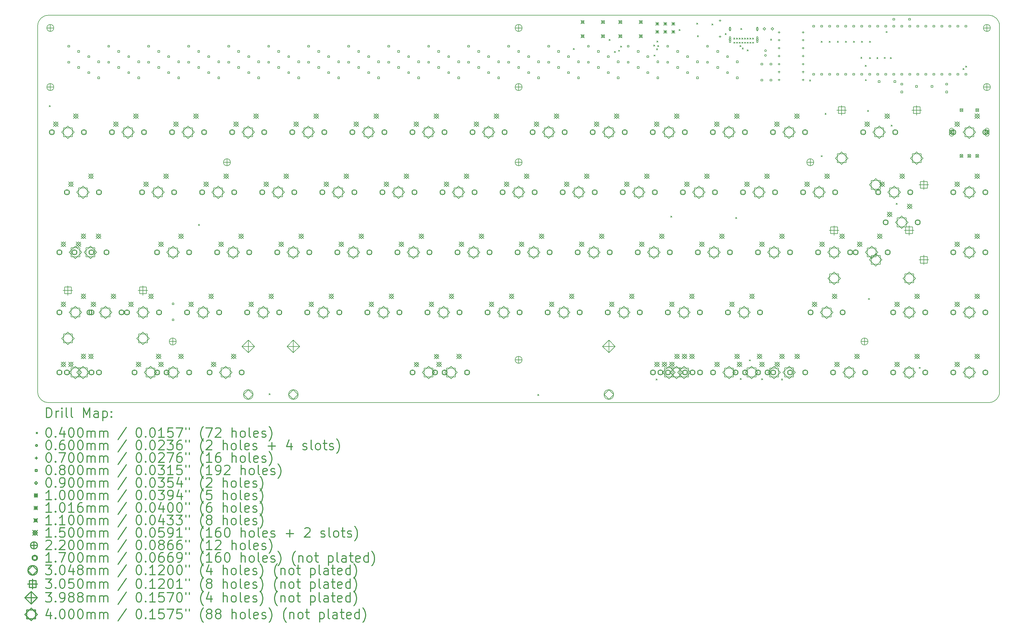
<source format=gbr>
%FSLAX45Y45*%
G04 Gerber Fmt 4.5, Leading zero omitted, Abs format (unit mm)*
G04 Created by KiCad (PCBNEW 5.1.10-88a1d61d58~90~ubuntu21.04.1) date 2021-10-21 10:27:41*
%MOMM*%
%LPD*%
G01*
G04 APERTURE LIST*
%TA.AperFunction,Profile*%
%ADD10C,0.150000*%
%TD*%
%ADD11C,0.200000*%
%ADD12C,0.300000*%
G04 APERTURE END LIST*
D10*
X35535325Y-18050222D02*
X5707644Y-18050222D01*
X35866031Y-6100181D02*
X35866031Y-17719516D01*
X5707344Y-5769475D02*
X35535325Y-5769475D01*
X5376638Y-17719816D02*
X5376638Y-6100181D01*
X35535325Y-5769475D02*
G75*
G02*
X35866031Y-6100181I0J-330706D01*
G01*
X35866031Y-17719516D02*
G75*
G02*
X35535325Y-18050222I-330706J0D01*
G01*
X5707644Y-18050222D02*
G75*
G02*
X5376638Y-17719816I-300J330706D01*
G01*
X5376638Y-6100181D02*
G75*
G02*
X5707344Y-5769475I330706J0D01*
G01*
D11*
X5739861Y-8626803D02*
X5779861Y-8666803D01*
X5779861Y-8626803D02*
X5739861Y-8666803D01*
X10469570Y-12397622D02*
X10509570Y-12437622D01*
X10509570Y-12397622D02*
X10469570Y-12437622D01*
X12707564Y-17764259D02*
X12747564Y-17804259D01*
X12747564Y-17764259D02*
X12707564Y-17804259D01*
X21223841Y-17792255D02*
X21263841Y-17832255D01*
X21263841Y-17792255D02*
X21223841Y-17832255D01*
X22352462Y-6819260D02*
X22392462Y-6859260D01*
X22392462Y-6819260D02*
X22352462Y-6859260D01*
X23484583Y-6528793D02*
X23524583Y-6568793D01*
X23524583Y-6528793D02*
X23484583Y-6568793D01*
X23652563Y-6912758D02*
X23692563Y-6952758D01*
X23692563Y-6912758D02*
X23652563Y-6952758D01*
X23787298Y-6873503D02*
X23827298Y-6913503D01*
X23827298Y-6873503D02*
X23787298Y-6913503D01*
X23852041Y-6744018D02*
X23892041Y-6784018D01*
X23892041Y-6744018D02*
X23852041Y-6784018D01*
X24900279Y-6704708D02*
X24940279Y-6744708D01*
X24940279Y-6704708D02*
X24900279Y-6744708D01*
X24907170Y-7023986D02*
X24947170Y-7063986D01*
X24947170Y-7023986D02*
X24907170Y-7063986D01*
X24975412Y-17300562D02*
X25015412Y-17340562D01*
X25015412Y-17300562D02*
X24975412Y-17340562D01*
X24988047Y-6826773D02*
X25028047Y-6866773D01*
X25028047Y-6826773D02*
X24988047Y-6866773D01*
X24999909Y-6581287D02*
X25039909Y-6621287D01*
X25039909Y-6581287D02*
X24999909Y-6621287D01*
X25026116Y-6727279D02*
X25066116Y-6767279D01*
X25066116Y-6727279D02*
X25026116Y-6767279D01*
X25440859Y-12133402D02*
X25480859Y-12173402D01*
X25480859Y-12133402D02*
X25440859Y-12173402D01*
X25704929Y-6215116D02*
X25744929Y-6255116D01*
X25744929Y-6215116D02*
X25704929Y-6255116D01*
X26265190Y-6012500D02*
X26305190Y-6052500D01*
X26305190Y-6012500D02*
X26265190Y-6052500D01*
X26283749Y-6413192D02*
X26323749Y-6453192D01*
X26323749Y-6413192D02*
X26283749Y-6453192D01*
X26745039Y-6040599D02*
X26785039Y-6080599D01*
X26785039Y-6040599D02*
X26745039Y-6080599D01*
X27164991Y-6343314D02*
X27204991Y-6383314D01*
X27204991Y-6343314D02*
X27164991Y-6383314D01*
X27436847Y-6486602D02*
X27476847Y-6526602D01*
X27476847Y-6486602D02*
X27436847Y-6526602D01*
X27437347Y-6619102D02*
X27477347Y-6659102D01*
X27477347Y-6619102D02*
X27437347Y-6659102D01*
X27496874Y-12177147D02*
X27536874Y-12217147D01*
X27536874Y-12177147D02*
X27496874Y-12217147D01*
X27521847Y-6486602D02*
X27561847Y-6526602D01*
X27561847Y-6486602D02*
X27521847Y-6526602D01*
X27522347Y-6619102D02*
X27562347Y-6659102D01*
X27562347Y-6619102D02*
X27522347Y-6659102D01*
X27606847Y-6486602D02*
X27646847Y-6526602D01*
X27646847Y-6486602D02*
X27606847Y-6526602D01*
X27607347Y-6619102D02*
X27647347Y-6659102D01*
X27647347Y-6619102D02*
X27607347Y-6659102D01*
X27633484Y-6727332D02*
X27673484Y-6767332D01*
X27673484Y-6727332D02*
X27633484Y-6767332D01*
X27640358Y-17279564D02*
X27680358Y-17319564D01*
X27680358Y-17279564D02*
X27640358Y-17319564D01*
X27661355Y-6183102D02*
X27701355Y-6223102D01*
X27701355Y-6183102D02*
X27661355Y-6223102D01*
X27691847Y-6486602D02*
X27731847Y-6526602D01*
X27731847Y-6486602D02*
X27691847Y-6526602D01*
X27692347Y-6619102D02*
X27732347Y-6659102D01*
X27732347Y-6619102D02*
X27692347Y-6659102D01*
X27706695Y-6799833D02*
X27746695Y-6839833D01*
X27746695Y-6799833D02*
X27706695Y-6839833D01*
X27776847Y-6486602D02*
X27816847Y-6526602D01*
X27816847Y-6486602D02*
X27776847Y-6526602D01*
X27777347Y-6619102D02*
X27817347Y-6659102D01*
X27817347Y-6619102D02*
X27777347Y-6659102D01*
X27861847Y-6486602D02*
X27901847Y-6526602D01*
X27901847Y-6486602D02*
X27861847Y-6526602D01*
X27862347Y-6619102D02*
X27902347Y-6659102D01*
X27902347Y-6619102D02*
X27862347Y-6659102D01*
X27862562Y-6859770D02*
X27902562Y-6899770D01*
X27902562Y-6859770D02*
X27862562Y-6899770D01*
X27932700Y-16693200D02*
X27972700Y-16733200D01*
X27972700Y-16693200D02*
X27932700Y-16733200D01*
X27946847Y-6486602D02*
X27986847Y-6526602D01*
X27986847Y-6486602D02*
X27946847Y-6526602D01*
X27947347Y-6619102D02*
X27987347Y-6659102D01*
X27987347Y-6619102D02*
X27947347Y-6659102D01*
X28032347Y-6486602D02*
X28072347Y-6526602D01*
X28072347Y-6486602D02*
X28032347Y-6526602D01*
X28032347Y-6619102D02*
X28072347Y-6659102D01*
X28072347Y-6619102D02*
X28032347Y-6659102D01*
X28322780Y-17288313D02*
X28362780Y-17328313D01*
X28362780Y-17288313D02*
X28322780Y-17328313D01*
X28603939Y-6518178D02*
X28643939Y-6558178D01*
X28643939Y-6518178D02*
X28603939Y-6558178D01*
X28950958Y-17302311D02*
X28990958Y-17342311D01*
X28990958Y-17302311D02*
X28950958Y-17342311D01*
X29839856Y-7814896D02*
X29879856Y-7854896D01*
X29879856Y-7814896D02*
X29839856Y-7854896D01*
X30206000Y-10216200D02*
X30246000Y-10256200D01*
X30246000Y-10216200D02*
X30206000Y-10256200D01*
X30210225Y-6591669D02*
X30250225Y-6631669D01*
X30250225Y-6591669D02*
X30210225Y-6631669D01*
X30331550Y-8875275D02*
X30371550Y-8915275D01*
X30371550Y-8875275D02*
X30331550Y-8915275D01*
X30465691Y-6591669D02*
X30505691Y-6631669D01*
X30505691Y-6591669D02*
X30465691Y-6631669D01*
X30721157Y-6591669D02*
X30761157Y-6631669D01*
X30761157Y-6591669D02*
X30721157Y-6631669D01*
X30976623Y-6591669D02*
X31016623Y-6631669D01*
X31016623Y-6591669D02*
X30976623Y-6631669D01*
X31232089Y-6591669D02*
X31272089Y-6631669D01*
X31272089Y-6591669D02*
X31232089Y-6631669D01*
X31467170Y-7099228D02*
X31507170Y-7139228D01*
X31507170Y-7099228D02*
X31467170Y-7139228D01*
X31487554Y-6591669D02*
X31527554Y-6631669D01*
X31527554Y-6591669D02*
X31487554Y-6631669D01*
X31606539Y-7350441D02*
X31646539Y-7390441D01*
X31646539Y-7350441D02*
X31606539Y-7390441D01*
X31608904Y-7804397D02*
X31648904Y-7844397D01*
X31648904Y-7804397D02*
X31608904Y-7844397D01*
X31678896Y-8779036D02*
X31718896Y-8819036D01*
X31718896Y-8779036D02*
X31678896Y-8819036D01*
X31708643Y-14745854D02*
X31748643Y-14785854D01*
X31748643Y-14745854D02*
X31708643Y-14785854D01*
X31743021Y-6591669D02*
X31783021Y-6631669D01*
X31783021Y-6591669D02*
X31743021Y-6631669D01*
X31743021Y-7106100D02*
X31783021Y-7146100D01*
X31783021Y-7106100D02*
X31743021Y-7146100D01*
X31973990Y-7106100D02*
X32013990Y-7146100D01*
X32013990Y-7106100D02*
X31973990Y-7146100D01*
X32204980Y-7102160D02*
X32244980Y-7142160D01*
X32244980Y-7102160D02*
X32204980Y-7142160D01*
X32268579Y-6280321D02*
X32308579Y-6320321D01*
X32308579Y-6280321D02*
X32268579Y-6320321D01*
X32400560Y-7103430D02*
X32440560Y-7143430D01*
X32440560Y-7103430D02*
X32400560Y-7143430D01*
X32424311Y-9247982D02*
X32464311Y-9287982D01*
X32464311Y-9247982D02*
X32424311Y-9287982D01*
X32588520Y-11730040D02*
X32628520Y-11770040D01*
X32628520Y-11730040D02*
X32588520Y-11770040D01*
X33313209Y-16931354D02*
X33353209Y-16971354D01*
X33353209Y-16931354D02*
X33313209Y-16971354D01*
X34702994Y-7451520D02*
X34742994Y-7491520D01*
X34742994Y-7451520D02*
X34702994Y-7491520D01*
X34788160Y-7379020D02*
X34828160Y-7419020D01*
X34828160Y-7379020D02*
X34788160Y-7419020D01*
X27352347Y-6203102D02*
G75*
G03*
X27352347Y-6203102I-30000J0D01*
G01*
X27342347Y-6243102D02*
X27342347Y-6163102D01*
X27302347Y-6243102D02*
X27302347Y-6163102D01*
X27342347Y-6163102D02*
G75*
G03*
X27302347Y-6163102I-20000J0D01*
G01*
X27302347Y-6243102D02*
G75*
G03*
X27342347Y-6243102I20000J0D01*
G01*
X27352347Y-6541102D02*
G75*
G03*
X27352347Y-6541102I-30000J0D01*
G01*
X27342347Y-6616102D02*
X27342347Y-6466102D01*
X27302347Y-6616102D02*
X27302347Y-6466102D01*
X27342347Y-6466102D02*
G75*
G03*
X27302347Y-6466102I-20000J0D01*
G01*
X27302347Y-6616102D02*
G75*
G03*
X27342347Y-6616102I20000J0D01*
G01*
X28217347Y-6203102D02*
G75*
G03*
X28217347Y-6203102I-30000J0D01*
G01*
X28207347Y-6243102D02*
X28207347Y-6163102D01*
X28167347Y-6243102D02*
X28167347Y-6163102D01*
X28207347Y-6163102D02*
G75*
G03*
X28167347Y-6163102I-20000J0D01*
G01*
X28167347Y-6243102D02*
G75*
G03*
X28207347Y-6243102I20000J0D01*
G01*
X28217347Y-6541102D02*
G75*
G03*
X28217347Y-6541102I-30000J0D01*
G01*
X28207347Y-6616102D02*
X28207347Y-6466102D01*
X28167347Y-6616102D02*
X28167347Y-6466102D01*
X28207347Y-6466102D02*
G75*
G03*
X28167347Y-6466102I-20000J0D01*
G01*
X28167347Y-6616102D02*
G75*
G03*
X28207347Y-6616102I20000J0D01*
G01*
X28477768Y-6890487D02*
G75*
G03*
X28477768Y-6890487I-30000J0D01*
G01*
X28477768Y-7040487D02*
G75*
G03*
X28477768Y-7040487I-30000J0D01*
G01*
X27004761Y-5900084D02*
X27004761Y-5970084D01*
X26969761Y-5935084D02*
X27039761Y-5935084D01*
X27004761Y-6410084D02*
X27004761Y-6480084D01*
X26969761Y-6445084D02*
X27039761Y-6445084D01*
X28875632Y-6272320D02*
X28875632Y-6342320D01*
X28840632Y-6307320D02*
X28910632Y-6307320D01*
X28875632Y-6521703D02*
X28875632Y-6591703D01*
X28840632Y-6556703D02*
X28910632Y-6556703D01*
X28875632Y-6771050D02*
X28875632Y-6841050D01*
X28840632Y-6806050D02*
X28910632Y-6806050D01*
X28875632Y-7023021D02*
X28875632Y-7093021D01*
X28840632Y-7058021D02*
X28910632Y-7058021D01*
X28875632Y-7280205D02*
X28875632Y-7350205D01*
X28840632Y-7315205D02*
X28910632Y-7315205D01*
X28875632Y-7529552D02*
X28875632Y-7599552D01*
X28840632Y-7564552D02*
X28910632Y-7564552D01*
X28875632Y-7778898D02*
X28875632Y-7848898D01*
X28840632Y-7813898D02*
X28910632Y-7813898D01*
X29637632Y-6272320D02*
X29637632Y-6342320D01*
X29602632Y-6307320D02*
X29672632Y-6307320D01*
X29637632Y-6521703D02*
X29637632Y-6591703D01*
X29602632Y-6556703D02*
X29672632Y-6556703D01*
X29637632Y-6771050D02*
X29637632Y-6841050D01*
X29602632Y-6806050D02*
X29672632Y-6806050D01*
X29637632Y-7023021D02*
X29637632Y-7093021D01*
X29602632Y-7058021D02*
X29672632Y-7058021D01*
X29637632Y-7280205D02*
X29637632Y-7350205D01*
X29602632Y-7315205D02*
X29672632Y-7315205D01*
X29637632Y-7529552D02*
X29637632Y-7599552D01*
X29602632Y-7564552D02*
X29672632Y-7564552D01*
X29637632Y-7778898D02*
X29637632Y-7848898D01*
X29602632Y-7813898D02*
X29672632Y-7813898D01*
X6388313Y-6775846D02*
X6388313Y-6719277D01*
X6331744Y-6719277D01*
X6331744Y-6775846D01*
X6388313Y-6775846D01*
X6388313Y-7283846D02*
X6388313Y-7227277D01*
X6331744Y-7227277D01*
X6331744Y-7283846D01*
X6388313Y-7283846D01*
X6705259Y-6941199D02*
X6705259Y-6884630D01*
X6648690Y-6884630D01*
X6648690Y-6941199D01*
X6705259Y-6941199D01*
X6705259Y-7449199D02*
X6705259Y-7392630D01*
X6648690Y-7392630D01*
X6648690Y-7449199D01*
X6705259Y-7449199D01*
X7022205Y-7106551D02*
X7022205Y-7049982D01*
X6965636Y-7049982D01*
X6965636Y-7106551D01*
X7022205Y-7106551D01*
X7022205Y-7614551D02*
X7022205Y-7557982D01*
X6965636Y-7557982D01*
X6965636Y-7614551D01*
X7022205Y-7614551D01*
X7339152Y-7271904D02*
X7339152Y-7215335D01*
X7282583Y-7215335D01*
X7282583Y-7271904D01*
X7339152Y-7271904D01*
X7339152Y-7779904D02*
X7339152Y-7723335D01*
X7282583Y-7723335D01*
X7282583Y-7779904D01*
X7339152Y-7779904D01*
X7656098Y-6775846D02*
X7656098Y-6719277D01*
X7599529Y-6719277D01*
X7599529Y-6775846D01*
X7656098Y-6775846D01*
X7656098Y-7283846D02*
X7656098Y-7227277D01*
X7599529Y-7227277D01*
X7599529Y-7283846D01*
X7656098Y-7283846D01*
X7973044Y-6941199D02*
X7973044Y-6884630D01*
X7916475Y-6884630D01*
X7916475Y-6941199D01*
X7973044Y-6941199D01*
X7973044Y-7449199D02*
X7973044Y-7392630D01*
X7916475Y-7392630D01*
X7916475Y-7449199D01*
X7973044Y-7449199D01*
X8289991Y-7106551D02*
X8289991Y-7049982D01*
X8233422Y-7049982D01*
X8233422Y-7106551D01*
X8289991Y-7106551D01*
X8289991Y-7614551D02*
X8289991Y-7557982D01*
X8233422Y-7557982D01*
X8233422Y-7614551D01*
X8289991Y-7614551D01*
X8606937Y-7271904D02*
X8606937Y-7215335D01*
X8550368Y-7215335D01*
X8550368Y-7271904D01*
X8606937Y-7271904D01*
X8606937Y-7779904D02*
X8606937Y-7723335D01*
X8550368Y-7723335D01*
X8550368Y-7779904D01*
X8606937Y-7779904D01*
X8923883Y-6775846D02*
X8923883Y-6719277D01*
X8867314Y-6719277D01*
X8867314Y-6775846D01*
X8923883Y-6775846D01*
X8923883Y-7283846D02*
X8923883Y-7227277D01*
X8867314Y-7227277D01*
X8867314Y-7283846D01*
X8923883Y-7283846D01*
X9240830Y-6941199D02*
X9240830Y-6884630D01*
X9184261Y-6884630D01*
X9184261Y-6941199D01*
X9240830Y-6941199D01*
X9240830Y-7449199D02*
X9240830Y-7392630D01*
X9184261Y-7392630D01*
X9184261Y-7449199D01*
X9240830Y-7449199D01*
X9557776Y-7106551D02*
X9557776Y-7049982D01*
X9501207Y-7049982D01*
X9501207Y-7106551D01*
X9557776Y-7106551D01*
X9557776Y-7614551D02*
X9557776Y-7557982D01*
X9501207Y-7557982D01*
X9501207Y-7614551D01*
X9557776Y-7614551D01*
X9695525Y-14948244D02*
X9695525Y-14891675D01*
X9638956Y-14891675D01*
X9638956Y-14948244D01*
X9695525Y-14948244D01*
X9695525Y-15456244D02*
X9695525Y-15399675D01*
X9638956Y-15399675D01*
X9638956Y-15456244D01*
X9695525Y-15456244D01*
X9874722Y-7271904D02*
X9874722Y-7215335D01*
X9818153Y-7215335D01*
X9818153Y-7271904D01*
X9874722Y-7271904D01*
X9874722Y-7779904D02*
X9874722Y-7723335D01*
X9818153Y-7723335D01*
X9818153Y-7779904D01*
X9874722Y-7779904D01*
X10191669Y-6775846D02*
X10191669Y-6719277D01*
X10135100Y-6719277D01*
X10135100Y-6775846D01*
X10191669Y-6775846D01*
X10191669Y-7283846D02*
X10191669Y-7227277D01*
X10135100Y-7227277D01*
X10135100Y-7283846D01*
X10191669Y-7283846D01*
X10508615Y-6941199D02*
X10508615Y-6884630D01*
X10452046Y-6884630D01*
X10452046Y-6941199D01*
X10508615Y-6941199D01*
X10508615Y-7449199D02*
X10508615Y-7392630D01*
X10452046Y-7392630D01*
X10452046Y-7449199D01*
X10508615Y-7449199D01*
X10825561Y-7106551D02*
X10825561Y-7049982D01*
X10768992Y-7049982D01*
X10768992Y-7106551D01*
X10825561Y-7106551D01*
X10825561Y-7614551D02*
X10825561Y-7557982D01*
X10768992Y-7557982D01*
X10768992Y-7614551D01*
X10825561Y-7614551D01*
X11142507Y-7271904D02*
X11142507Y-7215335D01*
X11085938Y-7215335D01*
X11085938Y-7271904D01*
X11142507Y-7271904D01*
X11142507Y-7779904D02*
X11142507Y-7723335D01*
X11085938Y-7723335D01*
X11085938Y-7779904D01*
X11142507Y-7779904D01*
X11459454Y-6775846D02*
X11459454Y-6719277D01*
X11402885Y-6719277D01*
X11402885Y-6775846D01*
X11459454Y-6775846D01*
X11459454Y-7283846D02*
X11459454Y-7227277D01*
X11402885Y-7227277D01*
X11402885Y-7283846D01*
X11459454Y-7283846D01*
X11776400Y-6941199D02*
X11776400Y-6884630D01*
X11719831Y-6884630D01*
X11719831Y-6941199D01*
X11776400Y-6941199D01*
X11776400Y-7449199D02*
X11776400Y-7392630D01*
X11719831Y-7392630D01*
X11719831Y-7449199D01*
X11776400Y-7449199D01*
X12093346Y-7106551D02*
X12093346Y-7049982D01*
X12036777Y-7049982D01*
X12036777Y-7106551D01*
X12093346Y-7106551D01*
X12093346Y-7614551D02*
X12093346Y-7557982D01*
X12036777Y-7557982D01*
X12036777Y-7614551D01*
X12093346Y-7614551D01*
X12410293Y-7271904D02*
X12410293Y-7215335D01*
X12353724Y-7215335D01*
X12353724Y-7271904D01*
X12410293Y-7271904D01*
X12410293Y-7779904D02*
X12410293Y-7723335D01*
X12353724Y-7723335D01*
X12353724Y-7779904D01*
X12410293Y-7779904D01*
X12727239Y-6775846D02*
X12727239Y-6719277D01*
X12670670Y-6719277D01*
X12670670Y-6775846D01*
X12727239Y-6775846D01*
X12727239Y-7283846D02*
X12727239Y-7227277D01*
X12670670Y-7227277D01*
X12670670Y-7283846D01*
X12727239Y-7283846D01*
X13044185Y-6941199D02*
X13044185Y-6884630D01*
X12987616Y-6884630D01*
X12987616Y-6941199D01*
X13044185Y-6941199D01*
X13044185Y-7449199D02*
X13044185Y-7392630D01*
X12987616Y-7392630D01*
X12987616Y-7449199D01*
X13044185Y-7449199D01*
X13361131Y-7106551D02*
X13361131Y-7049982D01*
X13304562Y-7049982D01*
X13304562Y-7106551D01*
X13361131Y-7106551D01*
X13361131Y-7614551D02*
X13361131Y-7557982D01*
X13304562Y-7557982D01*
X13304562Y-7614551D01*
X13361131Y-7614551D01*
X13678078Y-7271904D02*
X13678078Y-7215335D01*
X13621509Y-7215335D01*
X13621509Y-7271904D01*
X13678078Y-7271904D01*
X13678078Y-7779904D02*
X13678078Y-7723335D01*
X13621509Y-7723335D01*
X13621509Y-7779904D01*
X13678078Y-7779904D01*
X13995024Y-6775846D02*
X13995024Y-6719277D01*
X13938455Y-6719277D01*
X13938455Y-6775846D01*
X13995024Y-6775846D01*
X13995024Y-7283846D02*
X13995024Y-7227277D01*
X13938455Y-7227277D01*
X13938455Y-7283846D01*
X13995024Y-7283846D01*
X14311970Y-6941199D02*
X14311970Y-6884630D01*
X14255401Y-6884630D01*
X14255401Y-6941199D01*
X14311970Y-6941199D01*
X14311970Y-7449199D02*
X14311970Y-7392630D01*
X14255401Y-7392630D01*
X14255401Y-7449199D01*
X14311970Y-7449199D01*
X14628917Y-7106551D02*
X14628917Y-7049982D01*
X14572348Y-7049982D01*
X14572348Y-7106551D01*
X14628917Y-7106551D01*
X14628917Y-7614551D02*
X14628917Y-7557982D01*
X14572348Y-7557982D01*
X14572348Y-7614551D01*
X14628917Y-7614551D01*
X14945863Y-7271904D02*
X14945863Y-7215335D01*
X14889294Y-7215335D01*
X14889294Y-7271904D01*
X14945863Y-7271904D01*
X14945863Y-7779904D02*
X14945863Y-7723335D01*
X14889294Y-7723335D01*
X14889294Y-7779904D01*
X14945863Y-7779904D01*
X15262809Y-6775846D02*
X15262809Y-6719277D01*
X15206240Y-6719277D01*
X15206240Y-6775846D01*
X15262809Y-6775846D01*
X15262809Y-7283846D02*
X15262809Y-7227277D01*
X15206240Y-7227277D01*
X15206240Y-7283846D01*
X15262809Y-7283846D01*
X15579756Y-6941199D02*
X15579756Y-6884630D01*
X15523187Y-6884630D01*
X15523187Y-6941199D01*
X15579756Y-6941199D01*
X15579756Y-7449199D02*
X15579756Y-7392630D01*
X15523187Y-7392630D01*
X15523187Y-7449199D01*
X15579756Y-7449199D01*
X15896702Y-7106551D02*
X15896702Y-7049982D01*
X15840133Y-7049982D01*
X15840133Y-7106551D01*
X15896702Y-7106551D01*
X15896702Y-7614551D02*
X15896702Y-7557982D01*
X15840133Y-7557982D01*
X15840133Y-7614551D01*
X15896702Y-7614551D01*
X16213648Y-7271904D02*
X16213648Y-7215335D01*
X16157079Y-7215335D01*
X16157079Y-7271904D01*
X16213648Y-7271904D01*
X16213648Y-7779904D02*
X16213648Y-7723335D01*
X16157079Y-7723335D01*
X16157079Y-7779904D01*
X16213648Y-7779904D01*
X16530594Y-6775846D02*
X16530594Y-6719277D01*
X16474025Y-6719277D01*
X16474025Y-6775846D01*
X16530594Y-6775846D01*
X16530594Y-7283846D02*
X16530594Y-7227277D01*
X16474025Y-7227277D01*
X16474025Y-7283846D01*
X16530594Y-7283846D01*
X16847541Y-6941199D02*
X16847541Y-6884630D01*
X16790972Y-6884630D01*
X16790972Y-6941199D01*
X16847541Y-6941199D01*
X16847541Y-7449199D02*
X16847541Y-7392630D01*
X16790972Y-7392630D01*
X16790972Y-7449199D01*
X16847541Y-7449199D01*
X17164487Y-7106551D02*
X17164487Y-7049982D01*
X17107918Y-7049982D01*
X17107918Y-7106551D01*
X17164487Y-7106551D01*
X17164487Y-7614551D02*
X17164487Y-7557982D01*
X17107918Y-7557982D01*
X17107918Y-7614551D01*
X17164487Y-7614551D01*
X17481433Y-7271904D02*
X17481433Y-7215335D01*
X17424864Y-7215335D01*
X17424864Y-7271904D01*
X17481433Y-7271904D01*
X17481433Y-7779904D02*
X17481433Y-7723335D01*
X17424864Y-7723335D01*
X17424864Y-7779904D01*
X17481433Y-7779904D01*
X17798380Y-6775846D02*
X17798380Y-6719277D01*
X17741811Y-6719277D01*
X17741811Y-6775846D01*
X17798380Y-6775846D01*
X17798380Y-7283846D02*
X17798380Y-7227277D01*
X17741811Y-7227277D01*
X17741811Y-7283846D01*
X17798380Y-7283846D01*
X18115326Y-6941199D02*
X18115326Y-6884630D01*
X18058757Y-6884630D01*
X18058757Y-6941199D01*
X18115326Y-6941199D01*
X18115326Y-7449199D02*
X18115326Y-7392630D01*
X18058757Y-7392630D01*
X18058757Y-7449199D01*
X18115326Y-7449199D01*
X18432272Y-7106551D02*
X18432272Y-7049982D01*
X18375703Y-7049982D01*
X18375703Y-7106551D01*
X18432272Y-7106551D01*
X18432272Y-7614551D02*
X18432272Y-7557982D01*
X18375703Y-7557982D01*
X18375703Y-7614551D01*
X18432272Y-7614551D01*
X18749219Y-7271904D02*
X18749219Y-7215335D01*
X18692650Y-7215335D01*
X18692650Y-7271904D01*
X18749219Y-7271904D01*
X18749219Y-7779904D02*
X18749219Y-7723335D01*
X18692650Y-7723335D01*
X18692650Y-7779904D01*
X18749219Y-7779904D01*
X19066165Y-6775846D02*
X19066165Y-6719277D01*
X19009596Y-6719277D01*
X19009596Y-6775846D01*
X19066165Y-6775846D01*
X19066165Y-7283846D02*
X19066165Y-7227277D01*
X19009596Y-7227277D01*
X19009596Y-7283846D01*
X19066165Y-7283846D01*
X19383111Y-6941199D02*
X19383111Y-6884630D01*
X19326542Y-6884630D01*
X19326542Y-6941199D01*
X19383111Y-6941199D01*
X19383111Y-7449199D02*
X19383111Y-7392630D01*
X19326542Y-7392630D01*
X19326542Y-7449199D01*
X19383111Y-7449199D01*
X19700058Y-7106551D02*
X19700058Y-7049982D01*
X19643489Y-7049982D01*
X19643489Y-7106551D01*
X19700058Y-7106551D01*
X19700058Y-7614551D02*
X19700058Y-7557982D01*
X19643489Y-7557982D01*
X19643489Y-7614551D01*
X19700058Y-7614551D01*
X20017004Y-7271904D02*
X20017004Y-7215335D01*
X19960435Y-7215335D01*
X19960435Y-7271904D01*
X20017004Y-7271904D01*
X20017004Y-7779904D02*
X20017004Y-7723335D01*
X19960435Y-7723335D01*
X19960435Y-7779904D01*
X20017004Y-7779904D01*
X20333950Y-6775846D02*
X20333950Y-6719277D01*
X20277381Y-6719277D01*
X20277381Y-6775846D01*
X20333950Y-6775846D01*
X20333950Y-7283846D02*
X20333950Y-7227277D01*
X20277381Y-7227277D01*
X20277381Y-7283846D01*
X20333950Y-7283846D01*
X20650896Y-6941199D02*
X20650896Y-6884630D01*
X20594327Y-6884630D01*
X20594327Y-6941199D01*
X20650896Y-6941199D01*
X20650896Y-7449199D02*
X20650896Y-7392630D01*
X20594327Y-7392630D01*
X20594327Y-7449199D01*
X20650896Y-7449199D01*
X20967843Y-7106551D02*
X20967843Y-7049982D01*
X20911274Y-7049982D01*
X20911274Y-7106551D01*
X20967843Y-7106551D01*
X20967843Y-7614551D02*
X20967843Y-7557982D01*
X20911274Y-7557982D01*
X20911274Y-7614551D01*
X20967843Y-7614551D01*
X21284789Y-7271904D02*
X21284789Y-7215335D01*
X21228220Y-7215335D01*
X21228220Y-7271904D01*
X21284789Y-7271904D01*
X21284789Y-7779904D02*
X21284789Y-7723335D01*
X21228220Y-7723335D01*
X21228220Y-7779904D01*
X21284789Y-7779904D01*
X21601735Y-6775846D02*
X21601735Y-6719277D01*
X21545166Y-6719277D01*
X21545166Y-6775846D01*
X21601735Y-6775846D01*
X21601735Y-7283846D02*
X21601735Y-7227277D01*
X21545166Y-7227277D01*
X21545166Y-7283846D01*
X21601735Y-7283846D01*
X21916932Y-6941199D02*
X21916932Y-6884630D01*
X21860363Y-6884630D01*
X21860363Y-6941199D01*
X21916932Y-6941199D01*
X21916932Y-7449199D02*
X21916932Y-7392630D01*
X21860363Y-7392630D01*
X21860363Y-7449199D01*
X21916932Y-7449199D01*
X22232129Y-7106551D02*
X22232129Y-7049982D01*
X22175560Y-7049982D01*
X22175560Y-7106551D01*
X22232129Y-7106551D01*
X22232129Y-7614551D02*
X22232129Y-7557982D01*
X22175560Y-7557982D01*
X22175560Y-7614551D01*
X22232129Y-7614551D01*
X22547325Y-7271904D02*
X22547325Y-7215335D01*
X22490756Y-7215335D01*
X22490756Y-7271904D01*
X22547325Y-7271904D01*
X22547325Y-7779904D02*
X22547325Y-7723335D01*
X22490756Y-7723335D01*
X22490756Y-7779904D01*
X22547325Y-7779904D01*
X22862522Y-6775846D02*
X22862522Y-6719277D01*
X22805953Y-6719277D01*
X22805953Y-6775846D01*
X22862522Y-6775846D01*
X22862522Y-7283846D02*
X22862522Y-7227277D01*
X22805953Y-7227277D01*
X22805953Y-7283846D01*
X22862522Y-7283846D01*
X23177599Y-6941199D02*
X23177599Y-6884630D01*
X23121030Y-6884630D01*
X23121030Y-6941199D01*
X23177599Y-6941199D01*
X23177599Y-7449199D02*
X23177599Y-7392630D01*
X23121030Y-7392630D01*
X23121030Y-7449199D01*
X23177599Y-7449199D01*
X23492677Y-7106551D02*
X23492677Y-7049982D01*
X23436108Y-7049982D01*
X23436108Y-7106551D01*
X23492677Y-7106551D01*
X23492677Y-7614551D02*
X23492677Y-7557982D01*
X23436108Y-7557982D01*
X23436108Y-7614551D01*
X23492677Y-7614551D01*
X23807754Y-7271904D02*
X23807754Y-7215335D01*
X23751185Y-7215335D01*
X23751185Y-7271904D01*
X23807754Y-7271904D01*
X23807754Y-7779904D02*
X23807754Y-7723335D01*
X23751185Y-7723335D01*
X23751185Y-7779904D01*
X23807754Y-7779904D01*
X24122831Y-6775846D02*
X24122831Y-6719277D01*
X24066262Y-6719277D01*
X24066262Y-6775846D01*
X24122831Y-6775846D01*
X24122831Y-7283846D02*
X24122831Y-7227277D01*
X24066262Y-7227277D01*
X24066262Y-7283846D01*
X24122831Y-7283846D01*
X24437909Y-6941199D02*
X24437909Y-6884630D01*
X24381340Y-6884630D01*
X24381340Y-6941199D01*
X24437909Y-6941199D01*
X24437909Y-7449199D02*
X24437909Y-7392630D01*
X24381340Y-7392630D01*
X24381340Y-7449199D01*
X24437909Y-7449199D01*
X24746781Y-7106551D02*
X24746781Y-7049982D01*
X24690212Y-7049982D01*
X24690212Y-7106551D01*
X24746781Y-7106551D01*
X24746781Y-7614551D02*
X24746781Y-7557982D01*
X24690212Y-7557982D01*
X24690212Y-7614551D01*
X24746781Y-7614551D01*
X25061858Y-7271904D02*
X25061858Y-7215335D01*
X25005289Y-7215335D01*
X25005289Y-7271904D01*
X25061858Y-7271904D01*
X25061858Y-7779904D02*
X25061858Y-7723335D01*
X25005289Y-7723335D01*
X25005289Y-7779904D01*
X25061858Y-7779904D01*
X25376936Y-6775846D02*
X25376936Y-6719277D01*
X25320367Y-6719277D01*
X25320367Y-6775846D01*
X25376936Y-6775846D01*
X25376936Y-7283846D02*
X25376936Y-7227277D01*
X25320367Y-7227277D01*
X25320367Y-7283846D01*
X25376936Y-7283846D01*
X25692013Y-6941199D02*
X25692013Y-6884630D01*
X25635444Y-6884630D01*
X25635444Y-6941199D01*
X25692013Y-6941199D01*
X25692013Y-7449199D02*
X25692013Y-7392630D01*
X25635444Y-7392630D01*
X25635444Y-7449199D01*
X25692013Y-7449199D01*
X26007090Y-7106551D02*
X26007090Y-7049982D01*
X25950521Y-7049982D01*
X25950521Y-7106551D01*
X26007090Y-7106551D01*
X26007090Y-7614551D02*
X26007090Y-7557982D01*
X25950521Y-7557982D01*
X25950521Y-7614551D01*
X26007090Y-7614551D01*
X26322168Y-7271904D02*
X26322168Y-7215335D01*
X26265599Y-7215335D01*
X26265599Y-7271904D01*
X26322168Y-7271904D01*
X26322168Y-7779904D02*
X26322168Y-7723335D01*
X26265599Y-7723335D01*
X26265599Y-7779904D01*
X26322168Y-7779904D01*
X26637245Y-6775846D02*
X26637245Y-6719277D01*
X26580676Y-6719277D01*
X26580676Y-6775846D01*
X26637245Y-6775846D01*
X26637245Y-7283846D02*
X26637245Y-7227277D01*
X26580676Y-7227277D01*
X26580676Y-7283846D01*
X26637245Y-7283846D01*
X26964733Y-6941199D02*
X26964733Y-6884630D01*
X26908164Y-6884630D01*
X26908164Y-6941199D01*
X26964733Y-6941199D01*
X26964733Y-7449199D02*
X26964733Y-7392630D01*
X26908164Y-7392630D01*
X26908164Y-7449199D01*
X26964733Y-7449199D01*
X27273605Y-7106551D02*
X27273605Y-7049982D01*
X27217036Y-7049982D01*
X27217036Y-7106551D01*
X27273605Y-7106551D01*
X27273605Y-7614551D02*
X27273605Y-7557982D01*
X27217036Y-7557982D01*
X27217036Y-7614551D01*
X27273605Y-7614551D01*
X27582477Y-7271904D02*
X27582477Y-7215335D01*
X27525908Y-7215335D01*
X27525908Y-7271904D01*
X27582477Y-7271904D01*
X27582477Y-7779904D02*
X27582477Y-7723335D01*
X27525908Y-7723335D01*
X27525908Y-7779904D01*
X27582477Y-7779904D01*
X28358815Y-7344504D02*
X28358815Y-7287935D01*
X28302246Y-7287935D01*
X28302246Y-7344504D01*
X28358815Y-7344504D01*
X28358815Y-7852504D02*
X28358815Y-7795935D01*
X28302246Y-7795935D01*
X28302246Y-7852504D01*
X28358815Y-7852504D01*
X28645783Y-7344504D02*
X28645783Y-7287935D01*
X28589214Y-7287935D01*
X28589214Y-7344504D01*
X28645783Y-7344504D01*
X28645783Y-7852504D02*
X28645783Y-7795935D01*
X28589214Y-7795935D01*
X28589214Y-7852504D01*
X28645783Y-7852504D01*
X30003627Y-6143203D02*
X30003627Y-6086634D01*
X29947058Y-6086634D01*
X29947058Y-6143203D01*
X30003627Y-6143203D01*
X30003627Y-7667203D02*
X30003627Y-7610634D01*
X29947058Y-7610634D01*
X29947058Y-7667203D01*
X30003627Y-7667203D01*
X30257627Y-6143203D02*
X30257627Y-6086634D01*
X30201058Y-6086634D01*
X30201058Y-6143203D01*
X30257627Y-6143203D01*
X30257627Y-7667203D02*
X30257627Y-7610634D01*
X30201058Y-7610634D01*
X30201058Y-7667203D01*
X30257627Y-7667203D01*
X30511627Y-6143203D02*
X30511627Y-6086634D01*
X30455058Y-6086634D01*
X30455058Y-6143203D01*
X30511627Y-6143203D01*
X30511627Y-7667203D02*
X30511627Y-7610634D01*
X30455058Y-7610634D01*
X30455058Y-7667203D01*
X30511627Y-7667203D01*
X30765627Y-6143203D02*
X30765627Y-6086634D01*
X30709058Y-6086634D01*
X30709058Y-6143203D01*
X30765627Y-6143203D01*
X30765627Y-7667203D02*
X30765627Y-7610634D01*
X30709058Y-7610634D01*
X30709058Y-7667203D01*
X30765627Y-7667203D01*
X31019627Y-6143203D02*
X31019627Y-6086634D01*
X30963058Y-6086634D01*
X30963058Y-6143203D01*
X31019627Y-6143203D01*
X31019627Y-7667203D02*
X31019627Y-7610634D01*
X30963058Y-7610634D01*
X30963058Y-7667203D01*
X31019627Y-7667203D01*
X31273627Y-6143203D02*
X31273627Y-6086634D01*
X31217058Y-6086634D01*
X31217058Y-6143203D01*
X31273627Y-6143203D01*
X31273627Y-7667203D02*
X31273627Y-7610634D01*
X31217058Y-7610634D01*
X31217058Y-7667203D01*
X31273627Y-7667203D01*
X31527627Y-6143203D02*
X31527627Y-6086634D01*
X31471058Y-6086634D01*
X31471058Y-6143203D01*
X31527627Y-6143203D01*
X31527627Y-7667203D02*
X31527627Y-7610634D01*
X31471058Y-7610634D01*
X31471058Y-7667203D01*
X31527627Y-7667203D01*
X31781627Y-6143203D02*
X31781627Y-6086634D01*
X31725058Y-6086634D01*
X31725058Y-6143203D01*
X31781627Y-6143203D01*
X31781627Y-7667203D02*
X31781627Y-7610634D01*
X31725058Y-7610634D01*
X31725058Y-7667203D01*
X31781627Y-7667203D01*
X32035627Y-6143203D02*
X32035627Y-6086634D01*
X31979058Y-6086634D01*
X31979058Y-6143203D01*
X32035627Y-6143203D01*
X32035627Y-7667203D02*
X32035627Y-7610634D01*
X31979058Y-7610634D01*
X31979058Y-7667203D01*
X32035627Y-7667203D01*
X32075391Y-7899926D02*
X32075391Y-7843357D01*
X32018822Y-7843357D01*
X32018822Y-7899926D01*
X32075391Y-7899926D01*
X32289627Y-6143203D02*
X32289627Y-6086634D01*
X32233058Y-6086634D01*
X32233058Y-6143203D01*
X32289627Y-6143203D01*
X32289627Y-7667203D02*
X32289627Y-7610634D01*
X32233058Y-7610634D01*
X32233058Y-7667203D01*
X32289627Y-7667203D01*
X32540837Y-5920902D02*
X32540837Y-5864333D01*
X32484268Y-5864333D01*
X32484268Y-5920902D01*
X32540837Y-5920902D01*
X32543627Y-6143203D02*
X32543627Y-6086634D01*
X32487058Y-6086634D01*
X32487058Y-6143203D01*
X32543627Y-6143203D01*
X32543627Y-7667203D02*
X32543627Y-7610634D01*
X32487058Y-7610634D01*
X32487058Y-7667203D01*
X32543627Y-7667203D01*
X32575391Y-7899926D02*
X32575391Y-7843357D01*
X32518822Y-7843357D01*
X32518822Y-7899926D01*
X32575391Y-7899926D01*
X32796308Y-7978888D02*
X32796308Y-7922319D01*
X32739739Y-7922319D01*
X32739739Y-7978888D01*
X32796308Y-7978888D01*
X32796308Y-8228888D02*
X32796308Y-8172319D01*
X32739739Y-8172319D01*
X32739739Y-8228888D01*
X32796308Y-8228888D01*
X32797627Y-6143203D02*
X32797627Y-6086634D01*
X32741058Y-6086634D01*
X32741058Y-6143203D01*
X32797627Y-6143203D01*
X32797627Y-7667203D02*
X32797627Y-7610634D01*
X32741058Y-7610634D01*
X32741058Y-7667203D01*
X32797627Y-7667203D01*
X33040837Y-5920902D02*
X33040837Y-5864333D01*
X32984268Y-5864333D01*
X32984268Y-5920902D01*
X33040837Y-5920902D01*
X33051627Y-6143203D02*
X33051627Y-6086634D01*
X32995058Y-6086634D01*
X32995058Y-6143203D01*
X33051627Y-6143203D01*
X33051627Y-7667203D02*
X33051627Y-7610634D01*
X32995058Y-7610634D01*
X32995058Y-7667203D01*
X33051627Y-7667203D01*
X33265449Y-8053908D02*
X33265449Y-7997339D01*
X33208880Y-7997339D01*
X33208880Y-8053908D01*
X33265449Y-8053908D01*
X33305627Y-6143203D02*
X33305627Y-6086634D01*
X33249058Y-6086634D01*
X33249058Y-6143203D01*
X33305627Y-6143203D01*
X33305627Y-7667203D02*
X33305627Y-7610634D01*
X33249058Y-7610634D01*
X33249058Y-7667203D01*
X33305627Y-7667203D01*
X33559628Y-6143203D02*
X33559628Y-6086634D01*
X33503058Y-6086634D01*
X33503058Y-6143203D01*
X33559628Y-6143203D01*
X33559628Y-7667203D02*
X33559628Y-7610634D01*
X33503058Y-7610634D01*
X33503058Y-7667203D01*
X33559628Y-7667203D01*
X33753449Y-8053908D02*
X33753449Y-7997339D01*
X33696880Y-7997339D01*
X33696880Y-8053908D01*
X33753449Y-8053908D01*
X33813628Y-6143203D02*
X33813628Y-6086634D01*
X33757059Y-6086634D01*
X33757059Y-6143203D01*
X33813628Y-6143203D01*
X33813628Y-7667203D02*
X33813628Y-7610634D01*
X33757059Y-7610634D01*
X33757059Y-7667203D01*
X33813628Y-7667203D01*
X34067628Y-6143203D02*
X34067628Y-6086634D01*
X34011059Y-6086634D01*
X34011059Y-6143203D01*
X34067628Y-6143203D01*
X34067628Y-7667203D02*
X34067628Y-7610634D01*
X34011059Y-7610634D01*
X34011059Y-7667203D01*
X34067628Y-7667203D01*
X34218896Y-7978888D02*
X34218896Y-7922319D01*
X34162327Y-7922319D01*
X34162327Y-7978888D01*
X34218896Y-7978888D01*
X34218896Y-8228888D02*
X34218896Y-8172319D01*
X34162327Y-8172319D01*
X34162327Y-8228888D01*
X34218896Y-8228888D01*
X34321628Y-6143203D02*
X34321628Y-6086634D01*
X34265059Y-6086634D01*
X34265059Y-6143203D01*
X34321628Y-6143203D01*
X34321628Y-7667203D02*
X34321628Y-7610634D01*
X34265059Y-7610634D01*
X34265059Y-7667203D01*
X34321628Y-7667203D01*
X34575628Y-6143203D02*
X34575628Y-6086634D01*
X34519059Y-6086634D01*
X34519059Y-6143203D01*
X34575628Y-6143203D01*
X34575628Y-7667203D02*
X34575628Y-7610634D01*
X34519059Y-7610634D01*
X34519059Y-7667203D01*
X34575628Y-7667203D01*
X34829628Y-6143203D02*
X34829628Y-6086634D01*
X34773059Y-6086634D01*
X34773059Y-6143203D01*
X34829628Y-6143203D01*
X34829628Y-7667203D02*
X34829628Y-7610634D01*
X34773059Y-7610634D01*
X34773059Y-7667203D01*
X34829628Y-7667203D01*
X28412772Y-6242083D02*
X28457772Y-6197083D01*
X28412772Y-6152083D01*
X28367772Y-6197083D01*
X28412772Y-6242083D01*
X28666772Y-6242083D02*
X28711772Y-6197083D01*
X28666772Y-6152083D01*
X28621772Y-6197083D01*
X28666772Y-6242083D01*
X34608300Y-8726040D02*
X34708300Y-8826040D01*
X34708300Y-8726040D02*
X34608300Y-8826040D01*
X34708300Y-8776040D02*
G75*
G03*
X34708300Y-8776040I-50000J0D01*
G01*
X34608300Y-10176040D02*
X34708300Y-10276040D01*
X34708300Y-10176040D02*
X34608300Y-10276040D01*
X34708300Y-10226040D02*
G75*
G03*
X34708300Y-10226040I-50000J0D01*
G01*
X34858300Y-10176040D02*
X34958300Y-10276040D01*
X34958300Y-10176040D02*
X34858300Y-10276040D01*
X34958300Y-10226040D02*
G75*
G03*
X34958300Y-10226040I-50000J0D01*
G01*
X35108300Y-8726040D02*
X35208300Y-8826040D01*
X35208300Y-8726040D02*
X35108300Y-8826040D01*
X35208300Y-8776040D02*
G75*
G03*
X35208300Y-8776040I-50000J0D01*
G01*
X35108300Y-10176040D02*
X35208300Y-10276040D01*
X35208300Y-10176040D02*
X35108300Y-10276040D01*
X35208300Y-10226040D02*
G75*
G03*
X35208300Y-10226040I-50000J0D01*
G01*
X24970583Y-5984287D02*
X25072183Y-6085887D01*
X25072183Y-5984287D02*
X24970583Y-6085887D01*
X25021383Y-5984287D02*
X25021383Y-6085887D01*
X24970583Y-6035087D02*
X25072183Y-6035087D01*
X24970583Y-6238287D02*
X25072183Y-6339887D01*
X25072183Y-6238287D02*
X24970583Y-6339887D01*
X25021383Y-6238287D02*
X25021383Y-6339887D01*
X24970583Y-6289087D02*
X25072183Y-6289087D01*
X25224583Y-5984287D02*
X25326183Y-6085887D01*
X25326183Y-5984287D02*
X25224583Y-6085887D01*
X25275383Y-5984287D02*
X25275383Y-6085887D01*
X25224583Y-6035087D02*
X25326183Y-6035087D01*
X25224583Y-6238287D02*
X25326183Y-6339887D01*
X25326183Y-6238287D02*
X25224583Y-6339887D01*
X25275383Y-6238287D02*
X25275383Y-6339887D01*
X25224583Y-6289087D02*
X25326183Y-6289087D01*
X25478583Y-5984287D02*
X25580183Y-6085887D01*
X25580183Y-5984287D02*
X25478583Y-6085887D01*
X25529383Y-5984287D02*
X25529383Y-6085887D01*
X25478583Y-6035087D02*
X25580183Y-6035087D01*
X25478583Y-6238287D02*
X25580183Y-6339887D01*
X25580183Y-6238287D02*
X25478583Y-6339887D01*
X25529383Y-6238287D02*
X25529383Y-6339887D01*
X25478583Y-6289087D02*
X25580183Y-6289087D01*
X22593573Y-5928607D02*
X22703573Y-6038607D01*
X22703573Y-5928607D02*
X22593573Y-6038607D01*
X22687464Y-6022499D02*
X22687464Y-5944716D01*
X22609682Y-5944716D01*
X22609682Y-6022499D01*
X22687464Y-6022499D01*
X22593573Y-6378607D02*
X22703573Y-6488607D01*
X22703573Y-6378607D02*
X22593573Y-6488607D01*
X22687464Y-6472499D02*
X22687464Y-6394716D01*
X22609682Y-6394716D01*
X22609682Y-6472499D01*
X22687464Y-6472499D01*
X23243573Y-5928607D02*
X23353573Y-6038607D01*
X23353573Y-5928607D02*
X23243573Y-6038607D01*
X23337464Y-6022499D02*
X23337464Y-5944716D01*
X23259682Y-5944716D01*
X23259682Y-6022499D01*
X23337464Y-6022499D01*
X23243573Y-6378607D02*
X23353573Y-6488607D01*
X23353573Y-6378607D02*
X23243573Y-6488607D01*
X23337464Y-6472499D02*
X23337464Y-6394716D01*
X23259682Y-6394716D01*
X23259682Y-6472499D01*
X23337464Y-6472499D01*
X23793573Y-5928607D02*
X23903573Y-6038607D01*
X23903573Y-5928607D02*
X23793573Y-6038607D01*
X23887464Y-6022499D02*
X23887464Y-5944716D01*
X23809682Y-5944716D01*
X23809682Y-6022499D01*
X23887464Y-6022499D01*
X23793573Y-6378607D02*
X23903573Y-6488607D01*
X23903573Y-6378607D02*
X23793573Y-6488607D01*
X23887464Y-6472499D02*
X23887464Y-6394716D01*
X23809682Y-6394716D01*
X23809682Y-6472499D01*
X23887464Y-6472499D01*
X24443573Y-5928607D02*
X24553573Y-6038607D01*
X24553573Y-5928607D02*
X24443573Y-6038607D01*
X24537464Y-6022499D02*
X24537464Y-5944716D01*
X24459682Y-5944716D01*
X24459682Y-6022499D01*
X24537464Y-6022499D01*
X24443573Y-6378607D02*
X24553573Y-6488607D01*
X24553573Y-6378607D02*
X24443573Y-6488607D01*
X24537464Y-6472499D02*
X24537464Y-6394716D01*
X24459682Y-6394716D01*
X24459682Y-6472499D01*
X24537464Y-6472499D01*
X5878125Y-9148375D02*
X6028125Y-9298375D01*
X6028125Y-9148375D02*
X5878125Y-9298375D01*
X5953125Y-9298375D02*
X6028125Y-9223375D01*
X5953125Y-9148375D01*
X5878125Y-9223375D01*
X5953125Y-9298375D01*
X6116245Y-16767362D02*
X6266245Y-16917362D01*
X6266245Y-16767362D02*
X6116245Y-16917362D01*
X6191245Y-16917362D02*
X6266245Y-16842362D01*
X6191245Y-16767362D01*
X6116245Y-16842362D01*
X6191245Y-16917362D01*
X6116250Y-12957362D02*
X6266250Y-13107362D01*
X6266250Y-12957362D02*
X6116250Y-13107362D01*
X6191250Y-13107362D02*
X6266250Y-13032362D01*
X6191250Y-12957362D01*
X6116250Y-13032362D01*
X6191250Y-13107362D01*
X6116250Y-14863375D02*
X6266250Y-15013375D01*
X6266250Y-14863375D02*
X6116250Y-15013375D01*
X6191250Y-15013375D02*
X6266250Y-14938375D01*
X6191250Y-14863375D01*
X6116250Y-14938375D01*
X6191250Y-15013375D01*
X6354370Y-16767362D02*
X6504370Y-16917362D01*
X6504370Y-16767362D02*
X6354370Y-16917362D01*
X6429370Y-16917362D02*
X6504370Y-16842362D01*
X6429370Y-16767362D01*
X6354370Y-16842362D01*
X6429370Y-16917362D01*
X6354375Y-11053375D02*
X6504375Y-11203375D01*
X6504375Y-11053375D02*
X6354375Y-11203375D01*
X6429375Y-11203375D02*
X6504375Y-11128375D01*
X6429375Y-11053375D01*
X6354375Y-11128375D01*
X6429375Y-11203375D01*
X6513125Y-8894375D02*
X6663125Y-9044375D01*
X6663125Y-8894375D02*
X6513125Y-9044375D01*
X6588125Y-9044375D02*
X6663125Y-8969375D01*
X6588125Y-8894375D01*
X6513125Y-8969375D01*
X6588125Y-9044375D01*
X6592505Y-12957362D02*
X6742505Y-13107362D01*
X6742505Y-12957362D02*
X6592505Y-13107362D01*
X6667505Y-13107362D02*
X6742505Y-13032362D01*
X6667505Y-12957362D01*
X6592505Y-13032362D01*
X6667505Y-13107362D01*
X6751245Y-16513362D02*
X6901245Y-16663362D01*
X6901245Y-16513362D02*
X6751245Y-16663362D01*
X6826245Y-16663362D02*
X6901245Y-16588362D01*
X6826245Y-16513362D01*
X6751245Y-16588362D01*
X6826245Y-16663362D01*
X6751250Y-12703362D02*
X6901250Y-12853362D01*
X6901250Y-12703362D02*
X6751250Y-12853362D01*
X6826250Y-12853362D02*
X6901250Y-12778362D01*
X6826250Y-12703362D01*
X6751250Y-12778362D01*
X6826250Y-12853362D01*
X6751250Y-14609375D02*
X6901250Y-14759375D01*
X6901250Y-14609375D02*
X6751250Y-14759375D01*
X6826250Y-14759375D02*
X6901250Y-14684375D01*
X6826250Y-14609375D01*
X6751250Y-14684375D01*
X6826250Y-14759375D01*
X6989370Y-16513362D02*
X7139370Y-16663362D01*
X7139370Y-16513362D02*
X6989370Y-16663362D01*
X7064370Y-16663362D02*
X7139370Y-16588362D01*
X7064370Y-16513362D01*
X6989370Y-16588362D01*
X7064370Y-16663362D01*
X6989375Y-10799375D02*
X7139375Y-10949375D01*
X7139375Y-10799375D02*
X6989375Y-10949375D01*
X7064375Y-10949375D02*
X7139375Y-10874375D01*
X7064375Y-10799375D01*
X6989375Y-10874375D01*
X7064375Y-10949375D01*
X7068745Y-14863375D02*
X7218745Y-15013375D01*
X7218745Y-14863375D02*
X7068745Y-15013375D01*
X7143745Y-15013375D02*
X7218745Y-14938375D01*
X7143745Y-14863375D01*
X7068745Y-14938375D01*
X7143745Y-15013375D01*
X7227505Y-12703362D02*
X7377505Y-12853362D01*
X7377505Y-12703362D02*
X7227505Y-12853362D01*
X7302505Y-12853362D02*
X7377505Y-12778362D01*
X7302505Y-12703362D01*
X7227505Y-12778362D01*
X7302505Y-12853362D01*
X7703745Y-14609375D02*
X7853745Y-14759375D01*
X7853745Y-14609375D02*
X7703745Y-14759375D01*
X7778745Y-14759375D02*
X7853745Y-14684375D01*
X7778745Y-14609375D01*
X7703745Y-14684375D01*
X7778745Y-14759375D01*
X7783125Y-9148375D02*
X7933125Y-9298375D01*
X7933125Y-9148375D02*
X7783125Y-9298375D01*
X7858125Y-9298375D02*
X7933125Y-9223375D01*
X7858125Y-9148375D01*
X7783125Y-9223375D01*
X7858125Y-9298375D01*
X8259375Y-14863375D02*
X8409375Y-15013375D01*
X8409375Y-14863375D02*
X8259375Y-15013375D01*
X8334375Y-15013375D02*
X8409375Y-14938375D01*
X8334375Y-14863375D01*
X8259375Y-14938375D01*
X8334375Y-15013375D01*
X8418125Y-8894375D02*
X8568125Y-9044375D01*
X8568125Y-8894375D02*
X8418125Y-9044375D01*
X8493125Y-9044375D02*
X8568125Y-8969375D01*
X8493125Y-8894375D01*
X8418125Y-8969375D01*
X8493125Y-9044375D01*
X8497505Y-16768375D02*
X8647505Y-16918375D01*
X8647505Y-16768375D02*
X8497505Y-16918375D01*
X8572505Y-16918375D02*
X8647505Y-16843375D01*
X8572505Y-16768375D01*
X8497505Y-16843375D01*
X8572505Y-16918375D01*
X8735625Y-11053375D02*
X8885625Y-11203375D01*
X8885625Y-11053375D02*
X8735625Y-11203375D01*
X8810625Y-11203375D02*
X8885625Y-11128375D01*
X8810625Y-11053375D01*
X8735625Y-11128375D01*
X8810625Y-11203375D01*
X8894375Y-14609375D02*
X9044375Y-14759375D01*
X9044375Y-14609375D02*
X8894375Y-14759375D01*
X8969375Y-14759375D02*
X9044375Y-14684375D01*
X8969375Y-14609375D01*
X8894375Y-14684375D01*
X8969375Y-14759375D01*
X9132505Y-16514375D02*
X9282505Y-16664375D01*
X9282505Y-16514375D02*
X9132505Y-16664375D01*
X9207505Y-16664375D02*
X9282505Y-16589375D01*
X9207505Y-16514375D01*
X9132505Y-16589375D01*
X9207505Y-16664375D01*
X9211875Y-12958375D02*
X9361875Y-13108375D01*
X9361875Y-12958375D02*
X9211875Y-13108375D01*
X9286875Y-13108375D02*
X9361875Y-13033375D01*
X9286875Y-12958375D01*
X9211875Y-13033375D01*
X9286875Y-13108375D01*
X9214303Y-16767982D02*
X9364303Y-16917982D01*
X9364303Y-16767982D02*
X9214303Y-16917982D01*
X9289303Y-16917982D02*
X9364303Y-16842982D01*
X9289303Y-16767982D01*
X9214303Y-16842982D01*
X9289303Y-16917982D01*
X9370625Y-10799375D02*
X9520625Y-10949375D01*
X9520625Y-10799375D02*
X9370625Y-10949375D01*
X9445625Y-10949375D02*
X9520625Y-10874375D01*
X9445625Y-10799375D01*
X9370625Y-10874375D01*
X9445625Y-10949375D01*
X9688125Y-9148375D02*
X9838125Y-9298375D01*
X9838125Y-9148375D02*
X9688125Y-9298375D01*
X9763125Y-9298375D02*
X9838125Y-9223375D01*
X9763125Y-9148375D01*
X9688125Y-9223375D01*
X9763125Y-9298375D01*
X9846875Y-12704375D02*
X9996875Y-12854375D01*
X9996875Y-12704375D02*
X9846875Y-12854375D01*
X9921875Y-12854375D02*
X9996875Y-12779375D01*
X9921875Y-12704375D01*
X9846875Y-12779375D01*
X9921875Y-12854375D01*
X9849303Y-16513982D02*
X9999303Y-16663982D01*
X9999303Y-16513982D02*
X9849303Y-16663982D01*
X9924303Y-16663982D02*
X9999303Y-16588982D01*
X9924303Y-16513982D01*
X9849303Y-16588982D01*
X9924303Y-16663982D01*
X10164375Y-14863375D02*
X10314375Y-15013375D01*
X10314375Y-14863375D02*
X10164375Y-15013375D01*
X10239375Y-15013375D02*
X10314375Y-14938375D01*
X10239375Y-14863375D01*
X10164375Y-14938375D01*
X10239375Y-15013375D01*
X10323125Y-8894375D02*
X10473125Y-9044375D01*
X10473125Y-8894375D02*
X10323125Y-9044375D01*
X10398125Y-9044375D02*
X10473125Y-8969375D01*
X10398125Y-8894375D01*
X10323125Y-8969375D01*
X10398125Y-9044375D01*
X10640625Y-11053375D02*
X10790625Y-11203375D01*
X10790625Y-11053375D02*
X10640625Y-11203375D01*
X10715625Y-11203375D02*
X10790625Y-11128375D01*
X10715625Y-11053375D01*
X10640625Y-11128375D01*
X10715625Y-11203375D01*
X10799375Y-14609375D02*
X10949375Y-14759375D01*
X10949375Y-14609375D02*
X10799375Y-14759375D01*
X10874375Y-14759375D02*
X10949375Y-14684375D01*
X10874375Y-14609375D01*
X10799375Y-14684375D01*
X10874375Y-14759375D01*
X10878745Y-16767362D02*
X11028745Y-16917362D01*
X11028745Y-16767362D02*
X10878745Y-16917362D01*
X10953745Y-16917362D02*
X11028745Y-16842362D01*
X10953745Y-16767362D01*
X10878745Y-16842362D01*
X10953745Y-16917362D01*
X11116875Y-12958375D02*
X11266875Y-13108375D01*
X11266875Y-12958375D02*
X11116875Y-13108375D01*
X11191875Y-13108375D02*
X11266875Y-13033375D01*
X11191875Y-12958375D01*
X11116875Y-13033375D01*
X11191875Y-13108375D01*
X11275625Y-10799375D02*
X11425625Y-10949375D01*
X11425625Y-10799375D02*
X11275625Y-10949375D01*
X11350625Y-10949375D02*
X11425625Y-10874375D01*
X11350625Y-10799375D01*
X11275625Y-10874375D01*
X11350625Y-10949375D01*
X11513745Y-16513362D02*
X11663745Y-16663362D01*
X11663745Y-16513362D02*
X11513745Y-16663362D01*
X11588745Y-16663362D02*
X11663745Y-16588362D01*
X11588745Y-16513362D01*
X11513745Y-16588362D01*
X11588745Y-16663362D01*
X11593125Y-9148375D02*
X11743125Y-9298375D01*
X11743125Y-9148375D02*
X11593125Y-9298375D01*
X11668125Y-9298375D02*
X11743125Y-9223375D01*
X11668125Y-9148375D01*
X11593125Y-9223375D01*
X11668125Y-9298375D01*
X11751875Y-12704375D02*
X11901875Y-12854375D01*
X11901875Y-12704375D02*
X11751875Y-12854375D01*
X11826875Y-12854375D02*
X11901875Y-12779375D01*
X11826875Y-12704375D01*
X11751875Y-12779375D01*
X11826875Y-12854375D01*
X12069375Y-14863375D02*
X12219375Y-15013375D01*
X12219375Y-14863375D02*
X12069375Y-15013375D01*
X12144375Y-15013375D02*
X12219375Y-14938375D01*
X12144375Y-14863375D01*
X12069375Y-14938375D01*
X12144375Y-15013375D01*
X12228125Y-8894375D02*
X12378125Y-9044375D01*
X12378125Y-8894375D02*
X12228125Y-9044375D01*
X12303125Y-9044375D02*
X12378125Y-8969375D01*
X12303125Y-8894375D01*
X12228125Y-8969375D01*
X12303125Y-9044375D01*
X12545625Y-11053375D02*
X12695625Y-11203375D01*
X12695625Y-11053375D02*
X12545625Y-11203375D01*
X12620625Y-11203375D02*
X12695625Y-11128375D01*
X12620625Y-11053375D01*
X12545625Y-11128375D01*
X12620625Y-11203375D01*
X12704375Y-14609375D02*
X12854375Y-14759375D01*
X12854375Y-14609375D02*
X12704375Y-14759375D01*
X12779375Y-14759375D02*
X12854375Y-14684375D01*
X12779375Y-14609375D01*
X12704375Y-14684375D01*
X12779375Y-14759375D01*
X13021875Y-12958375D02*
X13171875Y-13108375D01*
X13171875Y-12958375D02*
X13021875Y-13108375D01*
X13096875Y-13108375D02*
X13171875Y-13033375D01*
X13096875Y-12958375D01*
X13021875Y-13033375D01*
X13096875Y-13108375D01*
X13180625Y-10799375D02*
X13330625Y-10949375D01*
X13330625Y-10799375D02*
X13180625Y-10949375D01*
X13255625Y-10949375D02*
X13330625Y-10874375D01*
X13255625Y-10799375D01*
X13180625Y-10874375D01*
X13255625Y-10949375D01*
X13498125Y-9148375D02*
X13648125Y-9298375D01*
X13648125Y-9148375D02*
X13498125Y-9298375D01*
X13573125Y-9298375D02*
X13648125Y-9223375D01*
X13573125Y-9148375D01*
X13498125Y-9223375D01*
X13573125Y-9298375D01*
X13656875Y-12704375D02*
X13806875Y-12854375D01*
X13806875Y-12704375D02*
X13656875Y-12854375D01*
X13731875Y-12854375D02*
X13806875Y-12779375D01*
X13731875Y-12704375D01*
X13656875Y-12779375D01*
X13731875Y-12854375D01*
X13974375Y-14863375D02*
X14124375Y-15013375D01*
X14124375Y-14863375D02*
X13974375Y-15013375D01*
X14049375Y-15013375D02*
X14124375Y-14938375D01*
X14049375Y-14863375D01*
X13974375Y-14938375D01*
X14049375Y-15013375D01*
X14133125Y-8894375D02*
X14283125Y-9044375D01*
X14283125Y-8894375D02*
X14133125Y-9044375D01*
X14208125Y-9044375D02*
X14283125Y-8969375D01*
X14208125Y-8894375D01*
X14133125Y-8969375D01*
X14208125Y-9044375D01*
X14450625Y-11053375D02*
X14600625Y-11203375D01*
X14600625Y-11053375D02*
X14450625Y-11203375D01*
X14525625Y-11203375D02*
X14600625Y-11128375D01*
X14525625Y-11053375D01*
X14450625Y-11128375D01*
X14525625Y-11203375D01*
X14609375Y-14609375D02*
X14759375Y-14759375D01*
X14759375Y-14609375D02*
X14609375Y-14759375D01*
X14684375Y-14759375D02*
X14759375Y-14684375D01*
X14684375Y-14609375D01*
X14609375Y-14684375D01*
X14684375Y-14759375D01*
X14926825Y-12958375D02*
X15076825Y-13108375D01*
X15076825Y-12958375D02*
X14926825Y-13108375D01*
X15001825Y-13108375D02*
X15076825Y-13033375D01*
X15001825Y-12958375D01*
X14926825Y-13033375D01*
X15001825Y-13108375D01*
X15085625Y-10799375D02*
X15235625Y-10949375D01*
X15235625Y-10799375D02*
X15085625Y-10949375D01*
X15160625Y-10949375D02*
X15235625Y-10874375D01*
X15160625Y-10799375D01*
X15085625Y-10874375D01*
X15160625Y-10949375D01*
X15403125Y-9148375D02*
X15553125Y-9298375D01*
X15553125Y-9148375D02*
X15403125Y-9298375D01*
X15478125Y-9298375D02*
X15553125Y-9223375D01*
X15478125Y-9148375D01*
X15403125Y-9223375D01*
X15478125Y-9298375D01*
X15561825Y-12704375D02*
X15711825Y-12854375D01*
X15711825Y-12704375D02*
X15561825Y-12854375D01*
X15636825Y-12854375D02*
X15711825Y-12779375D01*
X15636825Y-12704375D01*
X15561825Y-12779375D01*
X15636825Y-12854375D01*
X15879425Y-14863375D02*
X16029425Y-15013375D01*
X16029425Y-14863375D02*
X15879425Y-15013375D01*
X15954425Y-15013375D02*
X16029425Y-14938375D01*
X15954425Y-14863375D01*
X15879425Y-14938375D01*
X15954425Y-15013375D01*
X16038125Y-8894375D02*
X16188125Y-9044375D01*
X16188125Y-8894375D02*
X16038125Y-9044375D01*
X16113125Y-9044375D02*
X16188125Y-8969375D01*
X16113125Y-8894375D01*
X16038125Y-8969375D01*
X16113125Y-9044375D01*
X16355625Y-11053375D02*
X16505625Y-11203375D01*
X16505625Y-11053375D02*
X16355625Y-11203375D01*
X16430625Y-11203375D02*
X16505625Y-11128375D01*
X16430625Y-11053375D01*
X16355625Y-11128375D01*
X16430625Y-11203375D01*
X16514425Y-14609375D02*
X16664425Y-14759375D01*
X16664425Y-14609375D02*
X16514425Y-14759375D01*
X16589425Y-14759375D02*
X16664425Y-14684375D01*
X16589425Y-14609375D01*
X16514425Y-14684375D01*
X16589425Y-14759375D01*
X16831825Y-12958375D02*
X16981825Y-13108375D01*
X16981825Y-12958375D02*
X16831825Y-13108375D01*
X16906825Y-13108375D02*
X16981825Y-13033375D01*
X16906825Y-12958375D01*
X16831825Y-13033375D01*
X16906825Y-13108375D01*
X16990625Y-10799375D02*
X17140625Y-10949375D01*
X17140625Y-10799375D02*
X16990625Y-10949375D01*
X17065625Y-10949375D02*
X17140625Y-10874375D01*
X17065625Y-10799375D01*
X16990625Y-10874375D01*
X17065625Y-10949375D01*
X17308125Y-9148375D02*
X17458125Y-9298375D01*
X17458125Y-9148375D02*
X17308125Y-9298375D01*
X17383125Y-9298375D02*
X17458125Y-9223375D01*
X17383125Y-9148375D01*
X17308125Y-9223375D01*
X17383125Y-9298375D01*
X17310757Y-16769164D02*
X17460757Y-16919164D01*
X17460757Y-16769164D02*
X17310757Y-16919164D01*
X17385757Y-16919164D02*
X17460757Y-16844164D01*
X17385757Y-16769164D01*
X17310757Y-16844164D01*
X17385757Y-16919164D01*
X17466825Y-12704375D02*
X17616825Y-12854375D01*
X17616825Y-12704375D02*
X17466825Y-12854375D01*
X17541825Y-12854375D02*
X17616825Y-12779375D01*
X17541825Y-12704375D01*
X17466825Y-12779375D01*
X17541825Y-12854375D01*
X17784425Y-14863375D02*
X17934425Y-15013375D01*
X17934425Y-14863375D02*
X17784425Y-15013375D01*
X17859425Y-15013375D02*
X17934425Y-14938375D01*
X17859425Y-14863375D01*
X17784425Y-14938375D01*
X17859425Y-15013375D01*
X17943125Y-8894375D02*
X18093125Y-9044375D01*
X18093125Y-8894375D02*
X17943125Y-9044375D01*
X18018125Y-9044375D02*
X18093125Y-8969375D01*
X18018125Y-8894375D01*
X17943125Y-8969375D01*
X18018125Y-9044375D01*
X17945757Y-16515164D02*
X18095757Y-16665164D01*
X18095757Y-16515164D02*
X17945757Y-16665164D01*
X18020757Y-16665164D02*
X18095757Y-16590164D01*
X18020757Y-16515164D01*
X17945757Y-16590164D01*
X18020757Y-16665164D01*
X18022525Y-16768375D02*
X18172525Y-16918375D01*
X18172525Y-16768375D02*
X18022525Y-16918375D01*
X18097525Y-16918375D02*
X18172525Y-16843375D01*
X18097525Y-16768375D01*
X18022525Y-16843375D01*
X18097525Y-16918375D01*
X18260625Y-11053375D02*
X18410625Y-11203375D01*
X18410625Y-11053375D02*
X18260625Y-11203375D01*
X18335625Y-11203375D02*
X18410625Y-11128375D01*
X18335625Y-11053375D01*
X18260625Y-11128375D01*
X18335625Y-11203375D01*
X18419425Y-14609375D02*
X18569425Y-14759375D01*
X18569425Y-14609375D02*
X18419425Y-14759375D01*
X18494425Y-14759375D02*
X18569425Y-14684375D01*
X18494425Y-14609375D01*
X18419425Y-14684375D01*
X18494425Y-14759375D01*
X18657525Y-16514375D02*
X18807525Y-16664375D01*
X18807525Y-16514375D02*
X18657525Y-16664375D01*
X18732525Y-16664375D02*
X18807525Y-16589375D01*
X18732525Y-16514375D01*
X18657525Y-16589375D01*
X18732525Y-16664375D01*
X18736825Y-12958375D02*
X18886825Y-13108375D01*
X18886825Y-12958375D02*
X18736825Y-13108375D01*
X18811825Y-13108375D02*
X18886825Y-13033375D01*
X18811825Y-12958375D01*
X18736825Y-13033375D01*
X18811825Y-13108375D01*
X18895625Y-10799375D02*
X19045625Y-10949375D01*
X19045625Y-10799375D02*
X18895625Y-10949375D01*
X18970625Y-10949375D02*
X19045625Y-10874375D01*
X18970625Y-10799375D01*
X18895625Y-10874375D01*
X18970625Y-10949375D01*
X19213125Y-9148375D02*
X19363125Y-9298375D01*
X19363125Y-9148375D02*
X19213125Y-9298375D01*
X19288125Y-9298375D02*
X19363125Y-9223375D01*
X19288125Y-9148375D01*
X19213125Y-9223375D01*
X19288125Y-9298375D01*
X19371825Y-12704375D02*
X19521825Y-12854375D01*
X19521825Y-12704375D02*
X19371825Y-12854375D01*
X19446825Y-12854375D02*
X19521825Y-12779375D01*
X19446825Y-12704375D01*
X19371825Y-12779375D01*
X19446825Y-12854375D01*
X19689425Y-14863375D02*
X19839425Y-15013375D01*
X19839425Y-14863375D02*
X19689425Y-15013375D01*
X19764425Y-15013375D02*
X19839425Y-14938375D01*
X19764425Y-14863375D01*
X19689425Y-14938375D01*
X19764425Y-15013375D01*
X19848125Y-8894375D02*
X19998125Y-9044375D01*
X19998125Y-8894375D02*
X19848125Y-9044375D01*
X19923125Y-9044375D02*
X19998125Y-8969375D01*
X19923125Y-8894375D01*
X19848125Y-8969375D01*
X19923125Y-9044375D01*
X20165625Y-11053375D02*
X20315625Y-11203375D01*
X20315625Y-11053375D02*
X20165625Y-11203375D01*
X20240625Y-11203375D02*
X20315625Y-11128375D01*
X20240625Y-11053375D01*
X20165625Y-11128375D01*
X20240625Y-11203375D01*
X20324425Y-14609375D02*
X20474425Y-14759375D01*
X20474425Y-14609375D02*
X20324425Y-14759375D01*
X20399425Y-14759375D02*
X20474425Y-14684375D01*
X20399425Y-14609375D01*
X20324425Y-14684375D01*
X20399425Y-14759375D01*
X20641825Y-12958375D02*
X20791825Y-13108375D01*
X20791825Y-12958375D02*
X20641825Y-13108375D01*
X20716825Y-13108375D02*
X20791825Y-13033375D01*
X20716825Y-12958375D01*
X20641825Y-13033375D01*
X20716825Y-13108375D01*
X20800625Y-10799375D02*
X20950625Y-10949375D01*
X20950625Y-10799375D02*
X20800625Y-10949375D01*
X20875625Y-10949375D02*
X20950625Y-10874375D01*
X20875625Y-10799375D01*
X20800625Y-10874375D01*
X20875625Y-10949375D01*
X21118125Y-9148375D02*
X21268125Y-9298375D01*
X21268125Y-9148375D02*
X21118125Y-9298375D01*
X21193125Y-9298375D02*
X21268125Y-9223375D01*
X21193125Y-9148375D01*
X21118125Y-9223375D01*
X21193125Y-9298375D01*
X21276825Y-12704375D02*
X21426825Y-12854375D01*
X21426825Y-12704375D02*
X21276825Y-12854375D01*
X21351825Y-12854375D02*
X21426825Y-12779375D01*
X21351825Y-12704375D01*
X21276825Y-12779375D01*
X21351825Y-12854375D01*
X21594425Y-14863375D02*
X21744425Y-15013375D01*
X21744425Y-14863375D02*
X21594425Y-15013375D01*
X21669425Y-15013375D02*
X21744425Y-14938375D01*
X21669425Y-14863375D01*
X21594425Y-14938375D01*
X21669425Y-15013375D01*
X21753125Y-8894375D02*
X21903125Y-9044375D01*
X21903125Y-8894375D02*
X21753125Y-9044375D01*
X21828125Y-9044375D02*
X21903125Y-8969375D01*
X21828125Y-8894375D01*
X21753125Y-8969375D01*
X21828125Y-9044375D01*
X22070625Y-11053375D02*
X22220625Y-11203375D01*
X22220625Y-11053375D02*
X22070625Y-11203375D01*
X22145625Y-11203375D02*
X22220625Y-11128375D01*
X22145625Y-11053375D01*
X22070625Y-11128375D01*
X22145625Y-11203375D01*
X22229425Y-14609375D02*
X22379425Y-14759375D01*
X22379425Y-14609375D02*
X22229425Y-14759375D01*
X22304425Y-14759375D02*
X22379425Y-14684375D01*
X22304425Y-14609375D01*
X22229425Y-14684375D01*
X22304425Y-14759375D01*
X22546825Y-12958375D02*
X22696825Y-13108375D01*
X22696825Y-12958375D02*
X22546825Y-13108375D01*
X22621825Y-13108375D02*
X22696825Y-13033375D01*
X22621825Y-12958375D01*
X22546825Y-13033375D01*
X22621825Y-13108375D01*
X22705625Y-10799375D02*
X22855625Y-10949375D01*
X22855625Y-10799375D02*
X22705625Y-10949375D01*
X22780625Y-10949375D02*
X22855625Y-10874375D01*
X22780625Y-10799375D01*
X22705625Y-10874375D01*
X22780625Y-10949375D01*
X23023125Y-9148375D02*
X23173125Y-9298375D01*
X23173125Y-9148375D02*
X23023125Y-9298375D01*
X23098125Y-9298375D02*
X23173125Y-9223375D01*
X23098125Y-9148375D01*
X23023125Y-9223375D01*
X23098125Y-9298375D01*
X23181825Y-12704375D02*
X23331825Y-12854375D01*
X23331825Y-12704375D02*
X23181825Y-12854375D01*
X23256825Y-12854375D02*
X23331825Y-12779375D01*
X23256825Y-12704375D01*
X23181825Y-12779375D01*
X23256825Y-12854375D01*
X23499425Y-14863375D02*
X23649425Y-15013375D01*
X23649425Y-14863375D02*
X23499425Y-15013375D01*
X23574425Y-15013375D02*
X23649425Y-14938375D01*
X23574425Y-14863375D01*
X23499425Y-14938375D01*
X23574425Y-15013375D01*
X23658125Y-8894375D02*
X23808125Y-9044375D01*
X23808125Y-8894375D02*
X23658125Y-9044375D01*
X23733125Y-9044375D02*
X23808125Y-8969375D01*
X23733125Y-8894375D01*
X23658125Y-8969375D01*
X23733125Y-9044375D01*
X23975625Y-11053375D02*
X24125625Y-11203375D01*
X24125625Y-11053375D02*
X23975625Y-11203375D01*
X24050625Y-11203375D02*
X24125625Y-11128375D01*
X24050625Y-11053375D01*
X23975625Y-11128375D01*
X24050625Y-11203375D01*
X24134425Y-14609375D02*
X24284425Y-14759375D01*
X24284425Y-14609375D02*
X24134425Y-14759375D01*
X24209425Y-14759375D02*
X24284425Y-14684375D01*
X24209425Y-14609375D01*
X24134425Y-14684375D01*
X24209425Y-14759375D01*
X24451825Y-12958375D02*
X24601825Y-13108375D01*
X24601825Y-12958375D02*
X24451825Y-13108375D01*
X24526825Y-13108375D02*
X24601825Y-13033375D01*
X24526825Y-12958375D01*
X24451825Y-13033375D01*
X24526825Y-13108375D01*
X24610625Y-10799375D02*
X24760625Y-10949375D01*
X24760625Y-10799375D02*
X24610625Y-10949375D01*
X24685625Y-10949375D02*
X24760625Y-10874375D01*
X24685625Y-10799375D01*
X24610625Y-10874375D01*
X24685625Y-10949375D01*
X24928125Y-9148375D02*
X25078125Y-9298375D01*
X25078125Y-9148375D02*
X24928125Y-9298375D01*
X25003125Y-9298375D02*
X25078125Y-9223375D01*
X25003125Y-9148375D01*
X24928125Y-9223375D01*
X25003125Y-9298375D01*
X24931088Y-16767362D02*
X25081088Y-16917362D01*
X25081088Y-16767362D02*
X24931088Y-16917362D01*
X25006088Y-16917362D02*
X25081088Y-16842362D01*
X25006088Y-16767362D01*
X24931088Y-16842362D01*
X25006088Y-16917362D01*
X25086825Y-12704375D02*
X25236825Y-12854375D01*
X25236825Y-12704375D02*
X25086825Y-12854375D01*
X25161825Y-12854375D02*
X25236825Y-12779375D01*
X25161825Y-12704375D01*
X25086825Y-12779375D01*
X25161825Y-12854375D01*
X25169213Y-16767362D02*
X25319213Y-16917362D01*
X25319213Y-16767362D02*
X25169213Y-16917362D01*
X25244213Y-16917362D02*
X25319213Y-16842362D01*
X25244213Y-16767362D01*
X25169213Y-16842362D01*
X25244213Y-16917362D01*
X25404425Y-14863375D02*
X25554425Y-15013375D01*
X25554425Y-14863375D02*
X25404425Y-15013375D01*
X25479425Y-15013375D02*
X25554425Y-14938375D01*
X25479425Y-14863375D01*
X25404425Y-14938375D01*
X25479425Y-15013375D01*
X25408394Y-16768375D02*
X25558394Y-16918375D01*
X25558394Y-16768375D02*
X25408394Y-16918375D01*
X25483394Y-16918375D02*
X25558394Y-16843375D01*
X25483394Y-16768375D01*
X25408394Y-16843375D01*
X25483394Y-16918375D01*
X25563125Y-8894375D02*
X25713125Y-9044375D01*
X25713125Y-8894375D02*
X25563125Y-9044375D01*
X25638125Y-9044375D02*
X25713125Y-8969375D01*
X25638125Y-8894375D01*
X25563125Y-8969375D01*
X25638125Y-9044375D01*
X25566088Y-16513362D02*
X25716088Y-16663362D01*
X25716088Y-16513362D02*
X25566088Y-16663362D01*
X25641088Y-16663362D02*
X25716088Y-16588362D01*
X25641088Y-16513362D01*
X25566088Y-16588362D01*
X25641088Y-16663362D01*
X25804213Y-16513362D02*
X25954213Y-16663362D01*
X25954213Y-16513362D02*
X25804213Y-16663362D01*
X25879213Y-16663362D02*
X25954213Y-16588362D01*
X25879213Y-16513362D01*
X25804213Y-16588362D01*
X25879213Y-16663362D01*
X25880625Y-11053375D02*
X26030625Y-11203375D01*
X26030625Y-11053375D02*
X25880625Y-11203375D01*
X25955625Y-11203375D02*
X26030625Y-11128375D01*
X25955625Y-11053375D01*
X25880625Y-11128375D01*
X25955625Y-11203375D01*
X26039425Y-14609375D02*
X26189425Y-14759375D01*
X26189425Y-14609375D02*
X26039425Y-14759375D01*
X26114425Y-14759375D02*
X26189425Y-14684375D01*
X26114425Y-14609375D01*
X26039425Y-14684375D01*
X26114425Y-14759375D01*
X26043394Y-16514375D02*
X26193394Y-16664375D01*
X26193394Y-16514375D02*
X26043394Y-16664375D01*
X26118394Y-16664375D02*
X26193394Y-16589375D01*
X26118394Y-16514375D01*
X26043394Y-16589375D01*
X26118394Y-16664375D01*
X26356825Y-12958375D02*
X26506825Y-13108375D01*
X26506825Y-12958375D02*
X26356825Y-13108375D01*
X26431825Y-13108375D02*
X26506825Y-13033375D01*
X26431825Y-12958375D01*
X26356825Y-13033375D01*
X26431825Y-13108375D01*
X26515625Y-10799375D02*
X26665625Y-10949375D01*
X26665625Y-10799375D02*
X26515625Y-10949375D01*
X26590625Y-10949375D02*
X26665625Y-10874375D01*
X26590625Y-10799375D01*
X26515625Y-10874375D01*
X26590625Y-10949375D01*
X26833125Y-9148375D02*
X26983125Y-9298375D01*
X26983125Y-9148375D02*
X26833125Y-9298375D01*
X26908125Y-9298375D02*
X26983125Y-9223375D01*
X26908125Y-9148375D01*
X26833125Y-9223375D01*
X26908125Y-9298375D01*
X26836621Y-16768375D02*
X26986621Y-16918375D01*
X26986621Y-16768375D02*
X26836621Y-16918375D01*
X26911621Y-16918375D02*
X26986621Y-16843375D01*
X26911621Y-16768375D01*
X26836621Y-16843375D01*
X26911621Y-16918375D01*
X26991825Y-12704375D02*
X27141825Y-12854375D01*
X27141825Y-12704375D02*
X26991825Y-12854375D01*
X27066825Y-12854375D02*
X27141825Y-12779375D01*
X27066825Y-12704375D01*
X26991825Y-12779375D01*
X27066825Y-12854375D01*
X27309425Y-14863375D02*
X27459425Y-15013375D01*
X27459425Y-14863375D02*
X27309425Y-15013375D01*
X27384425Y-15013375D02*
X27459425Y-14938375D01*
X27384425Y-14863375D01*
X27309425Y-14938375D01*
X27384425Y-15013375D01*
X27468125Y-8894375D02*
X27618125Y-9044375D01*
X27618125Y-8894375D02*
X27468125Y-9044375D01*
X27543125Y-9044375D02*
X27618125Y-8969375D01*
X27543125Y-8894375D01*
X27468125Y-8969375D01*
X27543125Y-9044375D01*
X27471621Y-16514375D02*
X27621621Y-16664375D01*
X27621621Y-16514375D02*
X27471621Y-16664375D01*
X27546621Y-16664375D02*
X27621621Y-16589375D01*
X27546621Y-16514375D01*
X27471621Y-16589375D01*
X27546621Y-16664375D01*
X27550463Y-16767362D02*
X27700463Y-16917362D01*
X27700463Y-16767362D02*
X27550463Y-16917362D01*
X27625463Y-16917362D02*
X27700463Y-16842362D01*
X27625463Y-16767362D01*
X27550463Y-16842362D01*
X27625463Y-16917362D01*
X27785625Y-11053375D02*
X27935625Y-11203375D01*
X27935625Y-11053375D02*
X27785625Y-11203375D01*
X27860625Y-11203375D02*
X27935625Y-11128375D01*
X27860625Y-11053375D01*
X27785625Y-11128375D01*
X27860625Y-11203375D01*
X27944425Y-14609375D02*
X28094425Y-14759375D01*
X28094425Y-14609375D02*
X27944425Y-14759375D01*
X28019425Y-14759375D02*
X28094425Y-14684375D01*
X28019425Y-14609375D01*
X27944425Y-14684375D01*
X28019425Y-14759375D01*
X28185463Y-16513362D02*
X28335463Y-16663362D01*
X28335463Y-16513362D02*
X28185463Y-16663362D01*
X28260463Y-16663362D02*
X28335463Y-16588362D01*
X28260463Y-16513362D01*
X28185463Y-16588362D01*
X28260463Y-16663362D01*
X28261825Y-12958375D02*
X28411825Y-13108375D01*
X28411825Y-12958375D02*
X28261825Y-13108375D01*
X28336825Y-13108375D02*
X28411825Y-13033375D01*
X28336825Y-12958375D01*
X28261825Y-13033375D01*
X28336825Y-13108375D01*
X28264013Y-16768375D02*
X28414013Y-16918375D01*
X28414013Y-16768375D02*
X28264013Y-16918375D01*
X28339013Y-16918375D02*
X28414013Y-16843375D01*
X28339013Y-16768375D01*
X28264013Y-16843375D01*
X28339013Y-16918375D01*
X28420625Y-10799375D02*
X28570625Y-10949375D01*
X28570625Y-10799375D02*
X28420625Y-10949375D01*
X28495625Y-10949375D02*
X28570625Y-10874375D01*
X28495625Y-10799375D01*
X28420625Y-10874375D01*
X28495625Y-10949375D01*
X28738125Y-9148375D02*
X28888125Y-9298375D01*
X28888125Y-9148375D02*
X28738125Y-9298375D01*
X28813125Y-9298375D02*
X28888125Y-9223375D01*
X28813125Y-9148375D01*
X28738125Y-9223375D01*
X28813125Y-9298375D01*
X28742153Y-16767362D02*
X28892153Y-16917362D01*
X28892153Y-16767362D02*
X28742153Y-16917362D01*
X28817153Y-16917362D02*
X28892153Y-16842362D01*
X28817153Y-16767362D01*
X28742153Y-16842362D01*
X28817153Y-16917362D01*
X28896825Y-12704375D02*
X29046825Y-12854375D01*
X29046825Y-12704375D02*
X28896825Y-12854375D01*
X28971825Y-12854375D02*
X29046825Y-12779375D01*
X28971825Y-12704375D01*
X28896825Y-12779375D01*
X28971825Y-12854375D01*
X28899013Y-16514375D02*
X29049013Y-16664375D01*
X29049013Y-16514375D02*
X28899013Y-16664375D01*
X28974013Y-16664375D02*
X29049013Y-16589375D01*
X28974013Y-16514375D01*
X28899013Y-16589375D01*
X28974013Y-16664375D01*
X29373125Y-8894375D02*
X29523125Y-9044375D01*
X29523125Y-8894375D02*
X29373125Y-9044375D01*
X29448125Y-9044375D02*
X29523125Y-8969375D01*
X29448125Y-8894375D01*
X29373125Y-8969375D01*
X29448125Y-9044375D01*
X29377153Y-16513362D02*
X29527153Y-16663362D01*
X29527153Y-16513362D02*
X29377153Y-16663362D01*
X29452153Y-16663362D02*
X29527153Y-16588362D01*
X29452153Y-16513362D01*
X29377153Y-16588362D01*
X29452153Y-16663362D01*
X29690625Y-11053375D02*
X29840625Y-11203375D01*
X29840625Y-11053375D02*
X29690625Y-11203375D01*
X29765625Y-11203375D02*
X29840625Y-11128375D01*
X29765625Y-11053375D01*
X29690625Y-11128375D01*
X29765625Y-11203375D01*
X29928725Y-14863375D02*
X30078725Y-15013375D01*
X30078725Y-14863375D02*
X29928725Y-15013375D01*
X30003725Y-15013375D02*
X30078725Y-14938375D01*
X30003725Y-14863375D01*
X29928725Y-14938375D01*
X30003725Y-15013375D01*
X30166825Y-12958375D02*
X30316825Y-13108375D01*
X30316825Y-12958375D02*
X30166825Y-13108375D01*
X30241825Y-13108375D02*
X30316825Y-13033375D01*
X30241825Y-12958375D01*
X30166825Y-13033375D01*
X30241825Y-13108375D01*
X30325625Y-10799375D02*
X30475625Y-10949375D01*
X30475625Y-10799375D02*
X30325625Y-10949375D01*
X30400625Y-10949375D02*
X30475625Y-10874375D01*
X30400625Y-10799375D01*
X30325625Y-10874375D01*
X30400625Y-10949375D01*
X30563725Y-14609375D02*
X30713725Y-14759375D01*
X30713725Y-14609375D02*
X30563725Y-14759375D01*
X30638725Y-14759375D02*
X30713725Y-14684375D01*
X30638725Y-14609375D01*
X30563725Y-14684375D01*
X30638725Y-14759375D01*
X30643125Y-16768375D02*
X30793125Y-16918375D01*
X30793125Y-16768375D02*
X30643125Y-16918375D01*
X30718125Y-16918375D02*
X30793125Y-16843375D01*
X30718125Y-16768375D01*
X30643125Y-16843375D01*
X30718125Y-16918375D01*
X30801825Y-12704375D02*
X30951825Y-12854375D01*
X30951825Y-12704375D02*
X30801825Y-12854375D01*
X30876825Y-12854375D02*
X30951825Y-12779375D01*
X30876825Y-12704375D01*
X30801825Y-12779375D01*
X30876825Y-12854375D01*
X31278125Y-16514375D02*
X31428125Y-16664375D01*
X31428125Y-16514375D02*
X31278125Y-16664375D01*
X31353125Y-16664375D02*
X31428125Y-16589375D01*
X31353125Y-16514375D01*
X31278125Y-16589375D01*
X31353125Y-16664375D01*
X31357525Y-12958375D02*
X31507525Y-13108375D01*
X31507525Y-12958375D02*
X31357525Y-13108375D01*
X31432525Y-13108375D02*
X31507525Y-13033375D01*
X31432525Y-12958375D01*
X31357525Y-13033375D01*
X31432525Y-13108375D01*
X31595625Y-9148375D02*
X31745625Y-9298375D01*
X31745625Y-9148375D02*
X31595625Y-9298375D01*
X31670625Y-9298375D02*
X31745625Y-9223375D01*
X31670625Y-9148375D01*
X31595625Y-9223375D01*
X31670625Y-9298375D01*
X31992525Y-12704375D02*
X32142525Y-12854375D01*
X32142525Y-12704375D02*
X31992525Y-12854375D01*
X32067525Y-12854375D02*
X32142525Y-12779375D01*
X32067525Y-12704375D01*
X31992525Y-12779375D01*
X32067525Y-12854375D01*
X32071825Y-11053375D02*
X32221825Y-11203375D01*
X32221825Y-11053375D02*
X32071825Y-11203375D01*
X32146825Y-11203375D02*
X32221825Y-11128375D01*
X32146825Y-11053375D01*
X32071825Y-11128375D01*
X32146825Y-11203375D01*
X32230625Y-8894375D02*
X32380625Y-9044375D01*
X32380625Y-8894375D02*
X32230625Y-9044375D01*
X32305625Y-9044375D02*
X32380625Y-8969375D01*
X32305625Y-8894375D01*
X32230625Y-8969375D01*
X32305625Y-9044375D01*
X32309825Y-12006375D02*
X32459825Y-12156375D01*
X32459825Y-12006375D02*
X32309825Y-12156375D01*
X32384825Y-12156375D02*
X32459825Y-12081375D01*
X32384825Y-12006375D01*
X32309825Y-12081375D01*
X32384825Y-12156375D01*
X32548125Y-14863375D02*
X32698125Y-15013375D01*
X32698125Y-14863375D02*
X32548125Y-15013375D01*
X32623125Y-15013375D02*
X32698125Y-14938375D01*
X32623125Y-14863375D01*
X32548125Y-14938375D01*
X32623125Y-15013375D01*
X32548125Y-16768375D02*
X32698125Y-16918375D01*
X32698125Y-16768375D02*
X32548125Y-16918375D01*
X32623125Y-16918375D02*
X32698125Y-16843375D01*
X32623125Y-16768375D01*
X32548125Y-16843375D01*
X32623125Y-16918375D01*
X32706825Y-10799375D02*
X32856825Y-10949375D01*
X32856825Y-10799375D02*
X32706825Y-10949375D01*
X32781825Y-10949375D02*
X32856825Y-10874375D01*
X32781825Y-10799375D01*
X32706825Y-10874375D01*
X32781825Y-10949375D01*
X32944825Y-11752375D02*
X33094825Y-11902375D01*
X33094825Y-11752375D02*
X32944825Y-11902375D01*
X33019825Y-11902375D02*
X33094825Y-11827375D01*
X33019825Y-11752375D01*
X32944825Y-11827375D01*
X33019825Y-11902375D01*
X33183125Y-14609375D02*
X33333125Y-14759375D01*
X33333125Y-14609375D02*
X33183125Y-14759375D01*
X33258125Y-14759375D02*
X33333125Y-14684375D01*
X33258125Y-14609375D01*
X33183125Y-14684375D01*
X33258125Y-14759375D01*
X33183125Y-16514375D02*
X33333125Y-16664375D01*
X33333125Y-16514375D02*
X33183125Y-16664375D01*
X33258125Y-16664375D02*
X33333125Y-16589375D01*
X33258125Y-16514375D01*
X33183125Y-16589375D01*
X33258125Y-16664375D01*
X34273300Y-9401040D02*
X34423300Y-9551040D01*
X34423300Y-9401040D02*
X34273300Y-9551040D01*
X34348300Y-9551040D02*
X34423300Y-9476040D01*
X34348300Y-9401040D01*
X34273300Y-9476040D01*
X34348300Y-9551040D01*
X34413300Y-9541040D02*
X34413300Y-9411040D01*
X34283300Y-9541040D02*
X34283300Y-9411040D01*
X34413300Y-9411040D02*
G75*
G03*
X34283300Y-9411040I-65000J0D01*
G01*
X34283300Y-9541040D02*
G75*
G03*
X34413300Y-9541040I65000J0D01*
G01*
X34453125Y-9148375D02*
X34603125Y-9298375D01*
X34603125Y-9148375D02*
X34453125Y-9298375D01*
X34528125Y-9298375D02*
X34603125Y-9223375D01*
X34528125Y-9148375D01*
X34453125Y-9223375D01*
X34528125Y-9298375D01*
X34453125Y-11053375D02*
X34603125Y-11203375D01*
X34603125Y-11053375D02*
X34453125Y-11203375D01*
X34528125Y-11203375D02*
X34603125Y-11128375D01*
X34528125Y-11053375D01*
X34453125Y-11128375D01*
X34528125Y-11203375D01*
X34453125Y-12958375D02*
X34603125Y-13108375D01*
X34603125Y-12958375D02*
X34453125Y-13108375D01*
X34528125Y-13108375D02*
X34603125Y-13033375D01*
X34528125Y-12958375D01*
X34453125Y-13033375D01*
X34528125Y-13108375D01*
X34453125Y-14863375D02*
X34603125Y-15013375D01*
X34603125Y-14863375D02*
X34453125Y-15013375D01*
X34528125Y-15013375D02*
X34603125Y-14938375D01*
X34528125Y-14863375D01*
X34453125Y-14938375D01*
X34528125Y-15013375D01*
X34453125Y-16768375D02*
X34603125Y-16918375D01*
X34603125Y-16768375D02*
X34453125Y-16918375D01*
X34528125Y-16918375D02*
X34603125Y-16843375D01*
X34528125Y-16768375D01*
X34453125Y-16843375D01*
X34528125Y-16918375D01*
X35088125Y-8894375D02*
X35238125Y-9044375D01*
X35238125Y-8894375D02*
X35088125Y-9044375D01*
X35163125Y-9044375D02*
X35238125Y-8969375D01*
X35163125Y-8894375D01*
X35088125Y-8969375D01*
X35163125Y-9044375D01*
X35088125Y-10799375D02*
X35238125Y-10949375D01*
X35238125Y-10799375D02*
X35088125Y-10949375D01*
X35163125Y-10949375D02*
X35238125Y-10874375D01*
X35163125Y-10799375D01*
X35088125Y-10874375D01*
X35163125Y-10949375D01*
X35088125Y-12704375D02*
X35238125Y-12854375D01*
X35238125Y-12704375D02*
X35088125Y-12854375D01*
X35163125Y-12854375D02*
X35238125Y-12779375D01*
X35163125Y-12704375D01*
X35088125Y-12779375D01*
X35163125Y-12854375D01*
X35088125Y-14609375D02*
X35238125Y-14759375D01*
X35238125Y-14609375D02*
X35088125Y-14759375D01*
X35163125Y-14759375D02*
X35238125Y-14684375D01*
X35163125Y-14609375D01*
X35088125Y-14684375D01*
X35163125Y-14759375D01*
X35088125Y-16514375D02*
X35238125Y-16664375D01*
X35238125Y-16514375D02*
X35088125Y-16664375D01*
X35163125Y-16664375D02*
X35238125Y-16589375D01*
X35163125Y-16514375D01*
X35088125Y-16589375D01*
X35163125Y-16664375D01*
X35393300Y-9401040D02*
X35543300Y-9551040D01*
X35543300Y-9401040D02*
X35393300Y-9551040D01*
X35468300Y-9551040D02*
X35543300Y-9476040D01*
X35468300Y-9401040D01*
X35393300Y-9476040D01*
X35468300Y-9551040D01*
X35533300Y-9541040D02*
X35533300Y-9411040D01*
X35403300Y-9541040D02*
X35403300Y-9411040D01*
X35533300Y-9411040D02*
G75*
G03*
X35403300Y-9411040I-65000J0D01*
G01*
X35403300Y-9541040D02*
G75*
G03*
X35533300Y-9541040I65000J0D01*
G01*
X5776597Y-6059953D02*
X5776597Y-6279953D01*
X5666597Y-6169953D02*
X5886597Y-6169953D01*
X5886597Y-6169953D02*
G75*
G03*
X5886597Y-6169953I-110000J0D01*
G01*
X5776597Y-7935124D02*
X5776597Y-8155124D01*
X5666597Y-8045124D02*
X5886597Y-8045124D01*
X5886597Y-8045124D02*
G75*
G03*
X5886597Y-8045124I-110000J0D01*
G01*
X9656589Y-16004696D02*
X9656589Y-16224696D01*
X9546589Y-16114696D02*
X9766589Y-16114696D01*
X9766589Y-16114696D02*
G75*
G03*
X9766589Y-16114696I-110000J0D01*
G01*
X11375472Y-10320299D02*
X11375472Y-10540299D01*
X11265472Y-10430299D02*
X11485472Y-10430299D01*
X11485472Y-10430299D02*
G75*
G03*
X11485472Y-10430299I-110000J0D01*
G01*
X20621335Y-10320299D02*
X20621335Y-10540299D01*
X20511335Y-10430299D02*
X20731335Y-10430299D01*
X20731335Y-10430299D02*
G75*
G03*
X20731335Y-10430299I-110000J0D01*
G01*
X20621335Y-16585811D02*
X20621335Y-16805811D01*
X20511335Y-16695811D02*
X20731335Y-16695811D01*
X20731335Y-16695811D02*
G75*
G03*
X20731335Y-16695811I-110000J0D01*
G01*
X20621597Y-6059953D02*
X20621597Y-6279953D01*
X20511597Y-6169953D02*
X20731597Y-6169953D01*
X20731597Y-6169953D02*
G75*
G03*
X20731597Y-6169953I-110000J0D01*
G01*
X20621597Y-7935124D02*
X20621597Y-8155124D01*
X20511597Y-8045124D02*
X20731597Y-8045124D01*
X20731597Y-8045124D02*
G75*
G03*
X20731597Y-8045124I-110000J0D01*
G01*
X29867197Y-10320299D02*
X29867197Y-10540299D01*
X29757197Y-10430299D02*
X29977197Y-10430299D01*
X29977197Y-10430299D02*
G75*
G03*
X29977197Y-10430299I-110000J0D01*
G01*
X31586080Y-16004696D02*
X31586080Y-16224696D01*
X31476080Y-16114696D02*
X31696080Y-16114696D01*
X31696080Y-16114696D02*
G75*
G03*
X31696080Y-16114696I-110000J0D01*
G01*
X35466072Y-6059953D02*
X35466072Y-6279953D01*
X35356072Y-6169953D02*
X35576072Y-6169953D01*
X35576072Y-6169953D02*
G75*
G03*
X35576072Y-6169953I-110000J0D01*
G01*
X35466072Y-7935124D02*
X35466072Y-8155124D01*
X35356072Y-8045124D02*
X35576072Y-8045124D01*
X35576072Y-8045124D02*
G75*
G03*
X35576072Y-8045124I-110000J0D01*
G01*
X5886230Y-9537480D02*
X5886230Y-9417270D01*
X5766020Y-9417270D01*
X5766020Y-9537480D01*
X5886230Y-9537480D01*
X5911125Y-9477375D02*
G75*
G03*
X5911125Y-9477375I-85000J0D01*
G01*
X6124350Y-17156467D02*
X6124350Y-17036257D01*
X6004140Y-17036257D01*
X6004140Y-17156467D01*
X6124350Y-17156467D01*
X6149245Y-17096362D02*
G75*
G03*
X6149245Y-17096362I-85000J0D01*
G01*
X6124355Y-13346467D02*
X6124355Y-13226257D01*
X6004145Y-13226257D01*
X6004145Y-13346467D01*
X6124355Y-13346467D01*
X6149250Y-13286362D02*
G75*
G03*
X6149250Y-13286362I-85000J0D01*
G01*
X6124355Y-15252480D02*
X6124355Y-15132270D01*
X6004145Y-15132270D01*
X6004145Y-15252480D01*
X6124355Y-15252480D01*
X6149250Y-15192375D02*
G75*
G03*
X6149250Y-15192375I-85000J0D01*
G01*
X6362475Y-17156467D02*
X6362475Y-17036257D01*
X6242265Y-17036257D01*
X6242265Y-17156467D01*
X6362475Y-17156467D01*
X6387370Y-17096362D02*
G75*
G03*
X6387370Y-17096362I-85000J0D01*
G01*
X6362480Y-11442480D02*
X6362480Y-11322270D01*
X6242270Y-11322270D01*
X6242270Y-11442480D01*
X6362480Y-11442480D01*
X6387375Y-11382375D02*
G75*
G03*
X6387375Y-11382375I-85000J0D01*
G01*
X6600610Y-13346467D02*
X6600610Y-13226257D01*
X6480400Y-13226257D01*
X6480400Y-13346467D01*
X6600610Y-13346467D01*
X6625505Y-13286362D02*
G75*
G03*
X6625505Y-13286362I-85000J0D01*
G01*
X6902230Y-9537480D02*
X6902230Y-9417270D01*
X6782020Y-9417270D01*
X6782020Y-9537480D01*
X6902230Y-9537480D01*
X6927125Y-9477375D02*
G75*
G03*
X6927125Y-9477375I-85000J0D01*
G01*
X7076850Y-15252480D02*
X7076850Y-15132270D01*
X6956640Y-15132270D01*
X6956640Y-15252480D01*
X7076850Y-15252480D01*
X7101745Y-15192375D02*
G75*
G03*
X7101745Y-15192375I-85000J0D01*
G01*
X7140350Y-17156467D02*
X7140350Y-17036257D01*
X7020140Y-17036257D01*
X7020140Y-17156467D01*
X7140350Y-17156467D01*
X7165245Y-17096362D02*
G75*
G03*
X7165245Y-17096362I-85000J0D01*
G01*
X7140355Y-13346467D02*
X7140355Y-13226257D01*
X7020145Y-13226257D01*
X7020145Y-13346467D01*
X7140355Y-13346467D01*
X7165250Y-13286362D02*
G75*
G03*
X7165250Y-13286362I-85000J0D01*
G01*
X7140355Y-15252480D02*
X7140355Y-15132270D01*
X7020145Y-15132270D01*
X7020145Y-15252480D01*
X7140355Y-15252480D01*
X7165250Y-15192375D02*
G75*
G03*
X7165250Y-15192375I-85000J0D01*
G01*
X7378475Y-17156467D02*
X7378475Y-17036257D01*
X7258265Y-17036257D01*
X7258265Y-17156467D01*
X7378475Y-17156467D01*
X7403370Y-17096362D02*
G75*
G03*
X7403370Y-17096362I-85000J0D01*
G01*
X7378480Y-11442480D02*
X7378480Y-11322270D01*
X7258270Y-11322270D01*
X7258270Y-11442480D01*
X7378480Y-11442480D01*
X7403375Y-11382375D02*
G75*
G03*
X7403375Y-11382375I-85000J0D01*
G01*
X7616610Y-13346467D02*
X7616610Y-13226257D01*
X7496400Y-13226257D01*
X7496400Y-13346467D01*
X7616610Y-13346467D01*
X7641505Y-13286362D02*
G75*
G03*
X7641505Y-13286362I-85000J0D01*
G01*
X7791230Y-9537480D02*
X7791230Y-9417270D01*
X7671020Y-9417270D01*
X7671020Y-9537480D01*
X7791230Y-9537480D01*
X7816125Y-9477375D02*
G75*
G03*
X7816125Y-9477375I-85000J0D01*
G01*
X8092850Y-15252480D02*
X8092850Y-15132270D01*
X7972640Y-15132270D01*
X7972640Y-15252480D01*
X8092850Y-15252480D01*
X8117745Y-15192375D02*
G75*
G03*
X8117745Y-15192375I-85000J0D01*
G01*
X8267480Y-15252480D02*
X8267480Y-15132270D01*
X8147270Y-15132270D01*
X8147270Y-15252480D01*
X8267480Y-15252480D01*
X8292375Y-15192375D02*
G75*
G03*
X8292375Y-15192375I-85000J0D01*
G01*
X8505610Y-17157480D02*
X8505610Y-17037270D01*
X8385400Y-17037270D01*
X8385400Y-17157480D01*
X8505610Y-17157480D01*
X8530505Y-17097375D02*
G75*
G03*
X8530505Y-17097375I-85000J0D01*
G01*
X8743730Y-11442480D02*
X8743730Y-11322270D01*
X8623520Y-11322270D01*
X8623520Y-11442480D01*
X8743730Y-11442480D01*
X8768625Y-11382375D02*
G75*
G03*
X8768625Y-11382375I-85000J0D01*
G01*
X8807230Y-9537480D02*
X8807230Y-9417270D01*
X8687020Y-9417270D01*
X8687020Y-9537480D01*
X8807230Y-9537480D01*
X8832125Y-9477375D02*
G75*
G03*
X8832125Y-9477375I-85000J0D01*
G01*
X9219980Y-13347480D02*
X9219980Y-13227270D01*
X9099770Y-13227270D01*
X9099770Y-13347480D01*
X9219980Y-13347480D01*
X9244875Y-13287375D02*
G75*
G03*
X9244875Y-13287375I-85000J0D01*
G01*
X9222408Y-17157087D02*
X9222408Y-17036877D01*
X9102198Y-17036877D01*
X9102198Y-17157087D01*
X9222408Y-17157087D01*
X9247303Y-17096982D02*
G75*
G03*
X9247303Y-17096982I-85000J0D01*
G01*
X9283480Y-15252480D02*
X9283480Y-15132270D01*
X9163270Y-15132270D01*
X9163270Y-15252480D01*
X9283480Y-15252480D01*
X9308375Y-15192375D02*
G75*
G03*
X9308375Y-15192375I-85000J0D01*
G01*
X9521610Y-17157480D02*
X9521610Y-17037270D01*
X9401400Y-17037270D01*
X9401400Y-17157480D01*
X9521610Y-17157480D01*
X9546505Y-17097375D02*
G75*
G03*
X9546505Y-17097375I-85000J0D01*
G01*
X9696230Y-9537480D02*
X9696230Y-9417270D01*
X9576020Y-9417270D01*
X9576020Y-9537480D01*
X9696230Y-9537480D01*
X9721125Y-9477375D02*
G75*
G03*
X9721125Y-9477375I-85000J0D01*
G01*
X9759730Y-11442480D02*
X9759730Y-11322270D01*
X9639520Y-11322270D01*
X9639520Y-11442480D01*
X9759730Y-11442480D01*
X9784625Y-11382375D02*
G75*
G03*
X9784625Y-11382375I-85000J0D01*
G01*
X10172480Y-15252480D02*
X10172480Y-15132270D01*
X10052270Y-15132270D01*
X10052270Y-15252480D01*
X10172480Y-15252480D01*
X10197375Y-15192375D02*
G75*
G03*
X10197375Y-15192375I-85000J0D01*
G01*
X10235980Y-13347480D02*
X10235980Y-13227270D01*
X10115770Y-13227270D01*
X10115770Y-13347480D01*
X10235980Y-13347480D01*
X10260875Y-13287375D02*
G75*
G03*
X10260875Y-13287375I-85000J0D01*
G01*
X10238408Y-17157087D02*
X10238408Y-17036877D01*
X10118198Y-17036877D01*
X10118198Y-17157087D01*
X10238408Y-17157087D01*
X10263303Y-17096982D02*
G75*
G03*
X10263303Y-17096982I-85000J0D01*
G01*
X10648730Y-11442480D02*
X10648730Y-11322270D01*
X10528520Y-11322270D01*
X10528520Y-11442480D01*
X10648730Y-11442480D01*
X10673625Y-11382375D02*
G75*
G03*
X10673625Y-11382375I-85000J0D01*
G01*
X10712230Y-9537480D02*
X10712230Y-9417270D01*
X10592020Y-9417270D01*
X10592020Y-9537480D01*
X10712230Y-9537480D01*
X10737125Y-9477375D02*
G75*
G03*
X10737125Y-9477375I-85000J0D01*
G01*
X10886850Y-17156467D02*
X10886850Y-17036257D01*
X10766640Y-17036257D01*
X10766640Y-17156467D01*
X10886850Y-17156467D01*
X10911745Y-17096362D02*
G75*
G03*
X10911745Y-17096362I-85000J0D01*
G01*
X11124980Y-13347480D02*
X11124980Y-13227270D01*
X11004770Y-13227270D01*
X11004770Y-13347480D01*
X11124980Y-13347480D01*
X11149875Y-13287375D02*
G75*
G03*
X11149875Y-13287375I-85000J0D01*
G01*
X11188480Y-15252480D02*
X11188480Y-15132270D01*
X11068270Y-15132270D01*
X11068270Y-15252480D01*
X11188480Y-15252480D01*
X11213375Y-15192375D02*
G75*
G03*
X11213375Y-15192375I-85000J0D01*
G01*
X11601230Y-9537480D02*
X11601230Y-9417270D01*
X11481020Y-9417270D01*
X11481020Y-9537480D01*
X11601230Y-9537480D01*
X11626125Y-9477375D02*
G75*
G03*
X11626125Y-9477375I-85000J0D01*
G01*
X11664730Y-11442480D02*
X11664730Y-11322270D01*
X11544520Y-11322270D01*
X11544520Y-11442480D01*
X11664730Y-11442480D01*
X11689625Y-11382375D02*
G75*
G03*
X11689625Y-11382375I-85000J0D01*
G01*
X11902850Y-17156467D02*
X11902850Y-17036257D01*
X11782640Y-17036257D01*
X11782640Y-17156467D01*
X11902850Y-17156467D01*
X11927745Y-17096362D02*
G75*
G03*
X11927745Y-17096362I-85000J0D01*
G01*
X12077480Y-15252480D02*
X12077480Y-15132270D01*
X11957270Y-15132270D01*
X11957270Y-15252480D01*
X12077480Y-15252480D01*
X12102375Y-15192375D02*
G75*
G03*
X12102375Y-15192375I-85000J0D01*
G01*
X12140980Y-13347480D02*
X12140980Y-13227270D01*
X12020770Y-13227270D01*
X12020770Y-13347480D01*
X12140980Y-13347480D01*
X12165875Y-13287375D02*
G75*
G03*
X12165875Y-13287375I-85000J0D01*
G01*
X12553730Y-11442480D02*
X12553730Y-11322270D01*
X12433520Y-11322270D01*
X12433520Y-11442480D01*
X12553730Y-11442480D01*
X12578625Y-11382375D02*
G75*
G03*
X12578625Y-11382375I-85000J0D01*
G01*
X12617230Y-9537480D02*
X12617230Y-9417270D01*
X12497020Y-9417270D01*
X12497020Y-9537480D01*
X12617230Y-9537480D01*
X12642125Y-9477375D02*
G75*
G03*
X12642125Y-9477375I-85000J0D01*
G01*
X13029980Y-13347480D02*
X13029980Y-13227270D01*
X12909770Y-13227270D01*
X12909770Y-13347480D01*
X13029980Y-13347480D01*
X13054875Y-13287375D02*
G75*
G03*
X13054875Y-13287375I-85000J0D01*
G01*
X13093480Y-15252480D02*
X13093480Y-15132270D01*
X12973270Y-15132270D01*
X12973270Y-15252480D01*
X13093480Y-15252480D01*
X13118375Y-15192375D02*
G75*
G03*
X13118375Y-15192375I-85000J0D01*
G01*
X13506230Y-9537480D02*
X13506230Y-9417270D01*
X13386020Y-9417270D01*
X13386020Y-9537480D01*
X13506230Y-9537480D01*
X13531125Y-9477375D02*
G75*
G03*
X13531125Y-9477375I-85000J0D01*
G01*
X13569730Y-11442480D02*
X13569730Y-11322270D01*
X13449520Y-11322270D01*
X13449520Y-11442480D01*
X13569730Y-11442480D01*
X13594625Y-11382375D02*
G75*
G03*
X13594625Y-11382375I-85000J0D01*
G01*
X13982480Y-15252480D02*
X13982480Y-15132270D01*
X13862270Y-15132270D01*
X13862270Y-15252480D01*
X13982480Y-15252480D01*
X14007375Y-15192375D02*
G75*
G03*
X14007375Y-15192375I-85000J0D01*
G01*
X14045980Y-13347480D02*
X14045980Y-13227270D01*
X13925770Y-13227270D01*
X13925770Y-13347480D01*
X14045980Y-13347480D01*
X14070875Y-13287375D02*
G75*
G03*
X14070875Y-13287375I-85000J0D01*
G01*
X14458730Y-11442480D02*
X14458730Y-11322270D01*
X14338520Y-11322270D01*
X14338520Y-11442480D01*
X14458730Y-11442480D01*
X14483625Y-11382375D02*
G75*
G03*
X14483625Y-11382375I-85000J0D01*
G01*
X14522230Y-9537480D02*
X14522230Y-9417270D01*
X14402020Y-9417270D01*
X14402020Y-9537480D01*
X14522230Y-9537480D01*
X14547125Y-9477375D02*
G75*
G03*
X14547125Y-9477375I-85000J0D01*
G01*
X14934930Y-13347480D02*
X14934930Y-13227270D01*
X14814720Y-13227270D01*
X14814720Y-13347480D01*
X14934930Y-13347480D01*
X14959825Y-13287375D02*
G75*
G03*
X14959825Y-13287375I-85000J0D01*
G01*
X14998480Y-15252480D02*
X14998480Y-15132270D01*
X14878270Y-15132270D01*
X14878270Y-15252480D01*
X14998480Y-15252480D01*
X15023375Y-15192375D02*
G75*
G03*
X15023375Y-15192375I-85000J0D01*
G01*
X15411230Y-9537480D02*
X15411230Y-9417270D01*
X15291020Y-9417270D01*
X15291020Y-9537480D01*
X15411230Y-9537480D01*
X15436125Y-9477375D02*
G75*
G03*
X15436125Y-9477375I-85000J0D01*
G01*
X15474730Y-11442480D02*
X15474730Y-11322270D01*
X15354520Y-11322270D01*
X15354520Y-11442480D01*
X15474730Y-11442480D01*
X15499625Y-11382375D02*
G75*
G03*
X15499625Y-11382375I-85000J0D01*
G01*
X15887530Y-15252480D02*
X15887530Y-15132270D01*
X15767320Y-15132270D01*
X15767320Y-15252480D01*
X15887530Y-15252480D01*
X15912425Y-15192375D02*
G75*
G03*
X15912425Y-15192375I-85000J0D01*
G01*
X15950930Y-13347480D02*
X15950930Y-13227270D01*
X15830720Y-13227270D01*
X15830720Y-13347480D01*
X15950930Y-13347480D01*
X15975825Y-13287375D02*
G75*
G03*
X15975825Y-13287375I-85000J0D01*
G01*
X16363730Y-11442480D02*
X16363730Y-11322270D01*
X16243520Y-11322270D01*
X16243520Y-11442480D01*
X16363730Y-11442480D01*
X16388625Y-11382375D02*
G75*
G03*
X16388625Y-11382375I-85000J0D01*
G01*
X16427230Y-9537480D02*
X16427230Y-9417270D01*
X16307020Y-9417270D01*
X16307020Y-9537480D01*
X16427230Y-9537480D01*
X16452125Y-9477375D02*
G75*
G03*
X16452125Y-9477375I-85000J0D01*
G01*
X16839930Y-13347480D02*
X16839930Y-13227270D01*
X16719720Y-13227270D01*
X16719720Y-13347480D01*
X16839930Y-13347480D01*
X16864825Y-13287375D02*
G75*
G03*
X16864825Y-13287375I-85000J0D01*
G01*
X16903530Y-15252480D02*
X16903530Y-15132270D01*
X16783320Y-15132270D01*
X16783320Y-15252480D01*
X16903530Y-15252480D01*
X16928425Y-15192375D02*
G75*
G03*
X16928425Y-15192375I-85000J0D01*
G01*
X17316230Y-9537480D02*
X17316230Y-9417270D01*
X17196020Y-9417270D01*
X17196020Y-9537480D01*
X17316230Y-9537480D01*
X17341125Y-9477375D02*
G75*
G03*
X17341125Y-9477375I-85000J0D01*
G01*
X17318862Y-17158269D02*
X17318862Y-17038059D01*
X17198653Y-17038059D01*
X17198653Y-17158269D01*
X17318862Y-17158269D01*
X17343757Y-17098164D02*
G75*
G03*
X17343757Y-17098164I-85000J0D01*
G01*
X17379730Y-11442480D02*
X17379730Y-11322270D01*
X17259520Y-11322270D01*
X17259520Y-11442480D01*
X17379730Y-11442480D01*
X17404625Y-11382375D02*
G75*
G03*
X17404625Y-11382375I-85000J0D01*
G01*
X17792530Y-15252480D02*
X17792530Y-15132270D01*
X17672320Y-15132270D01*
X17672320Y-15252480D01*
X17792530Y-15252480D01*
X17817425Y-15192375D02*
G75*
G03*
X17817425Y-15192375I-85000J0D01*
G01*
X17855930Y-13347480D02*
X17855930Y-13227270D01*
X17735720Y-13227270D01*
X17735720Y-13347480D01*
X17855930Y-13347480D01*
X17880825Y-13287375D02*
G75*
G03*
X17880825Y-13287375I-85000J0D01*
G01*
X18030630Y-17157480D02*
X18030630Y-17037270D01*
X17910420Y-17037270D01*
X17910420Y-17157480D01*
X18030630Y-17157480D01*
X18055525Y-17097375D02*
G75*
G03*
X18055525Y-17097375I-85000J0D01*
G01*
X18268730Y-11442480D02*
X18268730Y-11322270D01*
X18148520Y-11322270D01*
X18148520Y-11442480D01*
X18268730Y-11442480D01*
X18293625Y-11382375D02*
G75*
G03*
X18293625Y-11382375I-85000J0D01*
G01*
X18332230Y-9537480D02*
X18332230Y-9417270D01*
X18212020Y-9417270D01*
X18212020Y-9537480D01*
X18332230Y-9537480D01*
X18357125Y-9477375D02*
G75*
G03*
X18357125Y-9477375I-85000J0D01*
G01*
X18334862Y-17158269D02*
X18334862Y-17038059D01*
X18214653Y-17038059D01*
X18214653Y-17158269D01*
X18334862Y-17158269D01*
X18359757Y-17098164D02*
G75*
G03*
X18359757Y-17098164I-85000J0D01*
G01*
X18744930Y-13347480D02*
X18744930Y-13227270D01*
X18624720Y-13227270D01*
X18624720Y-13347480D01*
X18744930Y-13347480D01*
X18769825Y-13287375D02*
G75*
G03*
X18769825Y-13287375I-85000J0D01*
G01*
X18808530Y-15252480D02*
X18808530Y-15132270D01*
X18688320Y-15132270D01*
X18688320Y-15252480D01*
X18808530Y-15252480D01*
X18833425Y-15192375D02*
G75*
G03*
X18833425Y-15192375I-85000J0D01*
G01*
X19046630Y-17157480D02*
X19046630Y-17037270D01*
X18926420Y-17037270D01*
X18926420Y-17157480D01*
X19046630Y-17157480D01*
X19071525Y-17097375D02*
G75*
G03*
X19071525Y-17097375I-85000J0D01*
G01*
X19221230Y-9537480D02*
X19221230Y-9417270D01*
X19101020Y-9417270D01*
X19101020Y-9537480D01*
X19221230Y-9537480D01*
X19246125Y-9477375D02*
G75*
G03*
X19246125Y-9477375I-85000J0D01*
G01*
X19284730Y-11442480D02*
X19284730Y-11322270D01*
X19164520Y-11322270D01*
X19164520Y-11442480D01*
X19284730Y-11442480D01*
X19309625Y-11382375D02*
G75*
G03*
X19309625Y-11382375I-85000J0D01*
G01*
X19697530Y-15252480D02*
X19697530Y-15132270D01*
X19577320Y-15132270D01*
X19577320Y-15252480D01*
X19697530Y-15252480D01*
X19722425Y-15192375D02*
G75*
G03*
X19722425Y-15192375I-85000J0D01*
G01*
X19760930Y-13347480D02*
X19760930Y-13227270D01*
X19640720Y-13227270D01*
X19640720Y-13347480D01*
X19760930Y-13347480D01*
X19785825Y-13287375D02*
G75*
G03*
X19785825Y-13287375I-85000J0D01*
G01*
X20173730Y-11442480D02*
X20173730Y-11322270D01*
X20053520Y-11322270D01*
X20053520Y-11442480D01*
X20173730Y-11442480D01*
X20198625Y-11382375D02*
G75*
G03*
X20198625Y-11382375I-85000J0D01*
G01*
X20237230Y-9537480D02*
X20237230Y-9417270D01*
X20117020Y-9417270D01*
X20117020Y-9537480D01*
X20237230Y-9537480D01*
X20262125Y-9477375D02*
G75*
G03*
X20262125Y-9477375I-85000J0D01*
G01*
X20649930Y-13347480D02*
X20649930Y-13227270D01*
X20529720Y-13227270D01*
X20529720Y-13347480D01*
X20649930Y-13347480D01*
X20674825Y-13287375D02*
G75*
G03*
X20674825Y-13287375I-85000J0D01*
G01*
X20713530Y-15252480D02*
X20713530Y-15132270D01*
X20593320Y-15132270D01*
X20593320Y-15252480D01*
X20713530Y-15252480D01*
X20738425Y-15192375D02*
G75*
G03*
X20738425Y-15192375I-85000J0D01*
G01*
X21126230Y-9537480D02*
X21126230Y-9417270D01*
X21006020Y-9417270D01*
X21006020Y-9537480D01*
X21126230Y-9537480D01*
X21151125Y-9477375D02*
G75*
G03*
X21151125Y-9477375I-85000J0D01*
G01*
X21189730Y-11442480D02*
X21189730Y-11322270D01*
X21069520Y-11322270D01*
X21069520Y-11442480D01*
X21189730Y-11442480D01*
X21214625Y-11382375D02*
G75*
G03*
X21214625Y-11382375I-85000J0D01*
G01*
X21602530Y-15252480D02*
X21602530Y-15132270D01*
X21482320Y-15132270D01*
X21482320Y-15252480D01*
X21602530Y-15252480D01*
X21627425Y-15192375D02*
G75*
G03*
X21627425Y-15192375I-85000J0D01*
G01*
X21665930Y-13347480D02*
X21665930Y-13227270D01*
X21545720Y-13227270D01*
X21545720Y-13347480D01*
X21665930Y-13347480D01*
X21690825Y-13287375D02*
G75*
G03*
X21690825Y-13287375I-85000J0D01*
G01*
X22078730Y-11442480D02*
X22078730Y-11322270D01*
X21958520Y-11322270D01*
X21958520Y-11442480D01*
X22078730Y-11442480D01*
X22103625Y-11382375D02*
G75*
G03*
X22103625Y-11382375I-85000J0D01*
G01*
X22142230Y-9537480D02*
X22142230Y-9417270D01*
X22022020Y-9417270D01*
X22022020Y-9537480D01*
X22142230Y-9537480D01*
X22167125Y-9477375D02*
G75*
G03*
X22167125Y-9477375I-85000J0D01*
G01*
X22554930Y-13347480D02*
X22554930Y-13227270D01*
X22434720Y-13227270D01*
X22434720Y-13347480D01*
X22554930Y-13347480D01*
X22579825Y-13287375D02*
G75*
G03*
X22579825Y-13287375I-85000J0D01*
G01*
X22618530Y-15252480D02*
X22618530Y-15132270D01*
X22498320Y-15132270D01*
X22498320Y-15252480D01*
X22618530Y-15252480D01*
X22643425Y-15192375D02*
G75*
G03*
X22643425Y-15192375I-85000J0D01*
G01*
X23031230Y-9537480D02*
X23031230Y-9417270D01*
X22911020Y-9417270D01*
X22911020Y-9537480D01*
X23031230Y-9537480D01*
X23056125Y-9477375D02*
G75*
G03*
X23056125Y-9477375I-85000J0D01*
G01*
X23094730Y-11442480D02*
X23094730Y-11322270D01*
X22974520Y-11322270D01*
X22974520Y-11442480D01*
X23094730Y-11442480D01*
X23119625Y-11382375D02*
G75*
G03*
X23119625Y-11382375I-85000J0D01*
G01*
X23507530Y-15252480D02*
X23507530Y-15132270D01*
X23387320Y-15132270D01*
X23387320Y-15252480D01*
X23507530Y-15252480D01*
X23532425Y-15192375D02*
G75*
G03*
X23532425Y-15192375I-85000J0D01*
G01*
X23570930Y-13347480D02*
X23570930Y-13227270D01*
X23450720Y-13227270D01*
X23450720Y-13347480D01*
X23570930Y-13347480D01*
X23595825Y-13287375D02*
G75*
G03*
X23595825Y-13287375I-85000J0D01*
G01*
X23983730Y-11442480D02*
X23983730Y-11322270D01*
X23863520Y-11322270D01*
X23863520Y-11442480D01*
X23983730Y-11442480D01*
X24008625Y-11382375D02*
G75*
G03*
X24008625Y-11382375I-85000J0D01*
G01*
X24047230Y-9537480D02*
X24047230Y-9417270D01*
X23927020Y-9417270D01*
X23927020Y-9537480D01*
X24047230Y-9537480D01*
X24072125Y-9477375D02*
G75*
G03*
X24072125Y-9477375I-85000J0D01*
G01*
X24459930Y-13347480D02*
X24459930Y-13227270D01*
X24339720Y-13227270D01*
X24339720Y-13347480D01*
X24459930Y-13347480D01*
X24484825Y-13287375D02*
G75*
G03*
X24484825Y-13287375I-85000J0D01*
G01*
X24523530Y-15252480D02*
X24523530Y-15132270D01*
X24403320Y-15132270D01*
X24403320Y-15252480D01*
X24523530Y-15252480D01*
X24548425Y-15192375D02*
G75*
G03*
X24548425Y-15192375I-85000J0D01*
G01*
X24936230Y-9537480D02*
X24936230Y-9417270D01*
X24816020Y-9417270D01*
X24816020Y-9537480D01*
X24936230Y-9537480D01*
X24961125Y-9477375D02*
G75*
G03*
X24961125Y-9477375I-85000J0D01*
G01*
X24939193Y-17156467D02*
X24939193Y-17036257D01*
X24818984Y-17036257D01*
X24818984Y-17156467D01*
X24939193Y-17156467D01*
X24964088Y-17096362D02*
G75*
G03*
X24964088Y-17096362I-85000J0D01*
G01*
X24999730Y-11442480D02*
X24999730Y-11322270D01*
X24879520Y-11322270D01*
X24879520Y-11442480D01*
X24999730Y-11442480D01*
X25024625Y-11382375D02*
G75*
G03*
X25024625Y-11382375I-85000J0D01*
G01*
X25177318Y-17156467D02*
X25177318Y-17036257D01*
X25057109Y-17036257D01*
X25057109Y-17156467D01*
X25177318Y-17156467D01*
X25202213Y-17096362D02*
G75*
G03*
X25202213Y-17096362I-85000J0D01*
G01*
X25412530Y-15252480D02*
X25412530Y-15132270D01*
X25292320Y-15132270D01*
X25292320Y-15252480D01*
X25412530Y-15252480D01*
X25437425Y-15192375D02*
G75*
G03*
X25437425Y-15192375I-85000J0D01*
G01*
X25416498Y-17157480D02*
X25416498Y-17037270D01*
X25296289Y-17037270D01*
X25296289Y-17157480D01*
X25416498Y-17157480D01*
X25441394Y-17097375D02*
G75*
G03*
X25441394Y-17097375I-85000J0D01*
G01*
X25475930Y-13347480D02*
X25475930Y-13227270D01*
X25355720Y-13227270D01*
X25355720Y-13347480D01*
X25475930Y-13347480D01*
X25500825Y-13287375D02*
G75*
G03*
X25500825Y-13287375I-85000J0D01*
G01*
X25888730Y-11442480D02*
X25888730Y-11322270D01*
X25768520Y-11322270D01*
X25768520Y-11442480D01*
X25888730Y-11442480D01*
X25913625Y-11382375D02*
G75*
G03*
X25913625Y-11382375I-85000J0D01*
G01*
X25952230Y-9537480D02*
X25952230Y-9417270D01*
X25832020Y-9417270D01*
X25832020Y-9537480D01*
X25952230Y-9537480D01*
X25977125Y-9477375D02*
G75*
G03*
X25977125Y-9477375I-85000J0D01*
G01*
X25955193Y-17156467D02*
X25955193Y-17036257D01*
X25834984Y-17036257D01*
X25834984Y-17156467D01*
X25955193Y-17156467D01*
X25980088Y-17096362D02*
G75*
G03*
X25980088Y-17096362I-85000J0D01*
G01*
X26193318Y-17156467D02*
X26193318Y-17036257D01*
X26073109Y-17036257D01*
X26073109Y-17156467D01*
X26193318Y-17156467D01*
X26218213Y-17096362D02*
G75*
G03*
X26218213Y-17096362I-85000J0D01*
G01*
X26364930Y-13347480D02*
X26364930Y-13227270D01*
X26244720Y-13227270D01*
X26244720Y-13347480D01*
X26364930Y-13347480D01*
X26389825Y-13287375D02*
G75*
G03*
X26389825Y-13287375I-85000J0D01*
G01*
X26428530Y-15252480D02*
X26428530Y-15132270D01*
X26308320Y-15132270D01*
X26308320Y-15252480D01*
X26428530Y-15252480D01*
X26453425Y-15192375D02*
G75*
G03*
X26453425Y-15192375I-85000J0D01*
G01*
X26432498Y-17157480D02*
X26432498Y-17037270D01*
X26312289Y-17037270D01*
X26312289Y-17157480D01*
X26432498Y-17157480D01*
X26457394Y-17097375D02*
G75*
G03*
X26457394Y-17097375I-85000J0D01*
G01*
X26841230Y-9537480D02*
X26841230Y-9417270D01*
X26721020Y-9417270D01*
X26721020Y-9537480D01*
X26841230Y-9537480D01*
X26866125Y-9477375D02*
G75*
G03*
X26866125Y-9477375I-85000J0D01*
G01*
X26844725Y-17157480D02*
X26844725Y-17037270D01*
X26724516Y-17037270D01*
X26724516Y-17157480D01*
X26844725Y-17157480D01*
X26869621Y-17097375D02*
G75*
G03*
X26869621Y-17097375I-85000J0D01*
G01*
X26904730Y-11442480D02*
X26904730Y-11322270D01*
X26784520Y-11322270D01*
X26784520Y-11442480D01*
X26904730Y-11442480D01*
X26929625Y-11382375D02*
G75*
G03*
X26929625Y-11382375I-85000J0D01*
G01*
X27317530Y-15252480D02*
X27317530Y-15132270D01*
X27197320Y-15132270D01*
X27197320Y-15252480D01*
X27317530Y-15252480D01*
X27342425Y-15192375D02*
G75*
G03*
X27342425Y-15192375I-85000J0D01*
G01*
X27380930Y-13347480D02*
X27380930Y-13227270D01*
X27260720Y-13227270D01*
X27260720Y-13347480D01*
X27380930Y-13347480D01*
X27405825Y-13287375D02*
G75*
G03*
X27405825Y-13287375I-85000J0D01*
G01*
X27558568Y-17156467D02*
X27558568Y-17036257D01*
X27438359Y-17036257D01*
X27438359Y-17156467D01*
X27558568Y-17156467D01*
X27583463Y-17096362D02*
G75*
G03*
X27583463Y-17096362I-85000J0D01*
G01*
X27793730Y-11442480D02*
X27793730Y-11322270D01*
X27673520Y-11322270D01*
X27673520Y-11442480D01*
X27793730Y-11442480D01*
X27818625Y-11382375D02*
G75*
G03*
X27818625Y-11382375I-85000J0D01*
G01*
X27857230Y-9537480D02*
X27857230Y-9417270D01*
X27737020Y-9417270D01*
X27737020Y-9537480D01*
X27857230Y-9537480D01*
X27882125Y-9477375D02*
G75*
G03*
X27882125Y-9477375I-85000J0D01*
G01*
X27860725Y-17157480D02*
X27860725Y-17037270D01*
X27740516Y-17037270D01*
X27740516Y-17157480D01*
X27860725Y-17157480D01*
X27885621Y-17097375D02*
G75*
G03*
X27885621Y-17097375I-85000J0D01*
G01*
X28269930Y-13347480D02*
X28269930Y-13227270D01*
X28149720Y-13227270D01*
X28149720Y-13347480D01*
X28269930Y-13347480D01*
X28294825Y-13287375D02*
G75*
G03*
X28294825Y-13287375I-85000J0D01*
G01*
X28272117Y-17157480D02*
X28272117Y-17037270D01*
X28151908Y-17037270D01*
X28151908Y-17157480D01*
X28272117Y-17157480D01*
X28297013Y-17097375D02*
G75*
G03*
X28297013Y-17097375I-85000J0D01*
G01*
X28333530Y-15252480D02*
X28333530Y-15132270D01*
X28213320Y-15132270D01*
X28213320Y-15252480D01*
X28333530Y-15252480D01*
X28358425Y-15192375D02*
G75*
G03*
X28358425Y-15192375I-85000J0D01*
G01*
X28574568Y-17156467D02*
X28574568Y-17036257D01*
X28454359Y-17036257D01*
X28454359Y-17156467D01*
X28574568Y-17156467D01*
X28599463Y-17096362D02*
G75*
G03*
X28599463Y-17096362I-85000J0D01*
G01*
X28746230Y-9537480D02*
X28746230Y-9417270D01*
X28626020Y-9417270D01*
X28626020Y-9537480D01*
X28746230Y-9537480D01*
X28771125Y-9477375D02*
G75*
G03*
X28771125Y-9477375I-85000J0D01*
G01*
X28750257Y-17156467D02*
X28750257Y-17036257D01*
X28630048Y-17036257D01*
X28630048Y-17156467D01*
X28750257Y-17156467D01*
X28775153Y-17096362D02*
G75*
G03*
X28775153Y-17096362I-85000J0D01*
G01*
X28809730Y-11442480D02*
X28809730Y-11322270D01*
X28689520Y-11322270D01*
X28689520Y-11442480D01*
X28809730Y-11442480D01*
X28834625Y-11382375D02*
G75*
G03*
X28834625Y-11382375I-85000J0D01*
G01*
X29285930Y-13347480D02*
X29285930Y-13227270D01*
X29165720Y-13227270D01*
X29165720Y-13347480D01*
X29285930Y-13347480D01*
X29310825Y-13287375D02*
G75*
G03*
X29310825Y-13287375I-85000J0D01*
G01*
X29288117Y-17157480D02*
X29288117Y-17037270D01*
X29167908Y-17037270D01*
X29167908Y-17157480D01*
X29288117Y-17157480D01*
X29313013Y-17097375D02*
G75*
G03*
X29313013Y-17097375I-85000J0D01*
G01*
X29698730Y-11442480D02*
X29698730Y-11322270D01*
X29578520Y-11322270D01*
X29578520Y-11442480D01*
X29698730Y-11442480D01*
X29723625Y-11382375D02*
G75*
G03*
X29723625Y-11382375I-85000J0D01*
G01*
X29762230Y-9537480D02*
X29762230Y-9417270D01*
X29642020Y-9417270D01*
X29642020Y-9537480D01*
X29762230Y-9537480D01*
X29787125Y-9477375D02*
G75*
G03*
X29787125Y-9477375I-85000J0D01*
G01*
X29766257Y-17156467D02*
X29766257Y-17036257D01*
X29646048Y-17036257D01*
X29646048Y-17156467D01*
X29766257Y-17156467D01*
X29791153Y-17096362D02*
G75*
G03*
X29791153Y-17096362I-85000J0D01*
G01*
X29936830Y-15252480D02*
X29936830Y-15132270D01*
X29816620Y-15132270D01*
X29816620Y-15252480D01*
X29936830Y-15252480D01*
X29961725Y-15192375D02*
G75*
G03*
X29961725Y-15192375I-85000J0D01*
G01*
X30174930Y-13347480D02*
X30174930Y-13227270D01*
X30054720Y-13227270D01*
X30054720Y-13347480D01*
X30174930Y-13347480D01*
X30199825Y-13287375D02*
G75*
G03*
X30199825Y-13287375I-85000J0D01*
G01*
X30651230Y-17157480D02*
X30651230Y-17037270D01*
X30531020Y-17037270D01*
X30531020Y-17157480D01*
X30651230Y-17157480D01*
X30676125Y-17097375D02*
G75*
G03*
X30676125Y-17097375I-85000J0D01*
G01*
X30714730Y-11442480D02*
X30714730Y-11322270D01*
X30594520Y-11322270D01*
X30594520Y-11442480D01*
X30714730Y-11442480D01*
X30739625Y-11382375D02*
G75*
G03*
X30739625Y-11382375I-85000J0D01*
G01*
X30952830Y-15252480D02*
X30952830Y-15132270D01*
X30832620Y-15132270D01*
X30832620Y-15252480D01*
X30952830Y-15252480D01*
X30977725Y-15192375D02*
G75*
G03*
X30977725Y-15192375I-85000J0D01*
G01*
X31190930Y-13347480D02*
X31190930Y-13227270D01*
X31070720Y-13227270D01*
X31070720Y-13347480D01*
X31190930Y-13347480D01*
X31215825Y-13287375D02*
G75*
G03*
X31215825Y-13287375I-85000J0D01*
G01*
X31365630Y-13347480D02*
X31365630Y-13227270D01*
X31245420Y-13227270D01*
X31245420Y-13347480D01*
X31365630Y-13347480D01*
X31390525Y-13287375D02*
G75*
G03*
X31390525Y-13287375I-85000J0D01*
G01*
X31603730Y-9537480D02*
X31603730Y-9417270D01*
X31483520Y-9417270D01*
X31483520Y-9537480D01*
X31603730Y-9537480D01*
X31628625Y-9477375D02*
G75*
G03*
X31628625Y-9477375I-85000J0D01*
G01*
X31667230Y-17157480D02*
X31667230Y-17037270D01*
X31547020Y-17037270D01*
X31547020Y-17157480D01*
X31667230Y-17157480D01*
X31692125Y-17097375D02*
G75*
G03*
X31692125Y-17097375I-85000J0D01*
G01*
X32079930Y-11442480D02*
X32079930Y-11322270D01*
X31959720Y-11322270D01*
X31959720Y-11442480D01*
X32079930Y-11442480D01*
X32104825Y-11382375D02*
G75*
G03*
X32104825Y-11382375I-85000J0D01*
G01*
X32317930Y-12395480D02*
X32317930Y-12275270D01*
X32197720Y-12275270D01*
X32197720Y-12395480D01*
X32317930Y-12395480D01*
X32342825Y-12335375D02*
G75*
G03*
X32342825Y-12335375I-85000J0D01*
G01*
X32381630Y-13347480D02*
X32381630Y-13227270D01*
X32261420Y-13227270D01*
X32261420Y-13347480D01*
X32381630Y-13347480D01*
X32406525Y-13287375D02*
G75*
G03*
X32406525Y-13287375I-85000J0D01*
G01*
X32556230Y-15252480D02*
X32556230Y-15132270D01*
X32436020Y-15132270D01*
X32436020Y-15252480D01*
X32556230Y-15252480D01*
X32581125Y-15192375D02*
G75*
G03*
X32581125Y-15192375I-85000J0D01*
G01*
X32556230Y-17157480D02*
X32556230Y-17037270D01*
X32436020Y-17037270D01*
X32436020Y-17157480D01*
X32556230Y-17157480D01*
X32581125Y-17097375D02*
G75*
G03*
X32581125Y-17097375I-85000J0D01*
G01*
X32619730Y-9537480D02*
X32619730Y-9417270D01*
X32499520Y-9417270D01*
X32499520Y-9537480D01*
X32619730Y-9537480D01*
X32644625Y-9477375D02*
G75*
G03*
X32644625Y-9477375I-85000J0D01*
G01*
X33095930Y-11442480D02*
X33095930Y-11322270D01*
X32975720Y-11322270D01*
X32975720Y-11442480D01*
X33095930Y-11442480D01*
X33120825Y-11382375D02*
G75*
G03*
X33120825Y-11382375I-85000J0D01*
G01*
X33333930Y-12395480D02*
X33333930Y-12275270D01*
X33213720Y-12275270D01*
X33213720Y-12395480D01*
X33333930Y-12395480D01*
X33358825Y-12335375D02*
G75*
G03*
X33358825Y-12335375I-85000J0D01*
G01*
X33572230Y-15252480D02*
X33572230Y-15132270D01*
X33452020Y-15132270D01*
X33452020Y-15252480D01*
X33572230Y-15252480D01*
X33597125Y-15192375D02*
G75*
G03*
X33597125Y-15192375I-85000J0D01*
G01*
X33572230Y-17157480D02*
X33572230Y-17037270D01*
X33452020Y-17037270D01*
X33452020Y-17157480D01*
X33572230Y-17157480D01*
X33597125Y-17097375D02*
G75*
G03*
X33597125Y-17097375I-85000J0D01*
G01*
X34461230Y-9537480D02*
X34461230Y-9417270D01*
X34341020Y-9417270D01*
X34341020Y-9537480D01*
X34461230Y-9537480D01*
X34486125Y-9477375D02*
G75*
G03*
X34486125Y-9477375I-85000J0D01*
G01*
X34461230Y-11442480D02*
X34461230Y-11322270D01*
X34341020Y-11322270D01*
X34341020Y-11442480D01*
X34461230Y-11442480D01*
X34486125Y-11382375D02*
G75*
G03*
X34486125Y-11382375I-85000J0D01*
G01*
X34461230Y-13347480D02*
X34461230Y-13227270D01*
X34341020Y-13227270D01*
X34341020Y-13347480D01*
X34461230Y-13347480D01*
X34486125Y-13287375D02*
G75*
G03*
X34486125Y-13287375I-85000J0D01*
G01*
X34461230Y-15252480D02*
X34461230Y-15132270D01*
X34341020Y-15132270D01*
X34341020Y-15252480D01*
X34461230Y-15252480D01*
X34486125Y-15192375D02*
G75*
G03*
X34486125Y-15192375I-85000J0D01*
G01*
X34461230Y-17157480D02*
X34461230Y-17037270D01*
X34341020Y-17037270D01*
X34341020Y-17157480D01*
X34461230Y-17157480D01*
X34486125Y-17097375D02*
G75*
G03*
X34486125Y-17097375I-85000J0D01*
G01*
X35477230Y-9537480D02*
X35477230Y-9417270D01*
X35357020Y-9417270D01*
X35357020Y-9537480D01*
X35477230Y-9537480D01*
X35502125Y-9477375D02*
G75*
G03*
X35502125Y-9477375I-85000J0D01*
G01*
X35477230Y-11442480D02*
X35477230Y-11322270D01*
X35357020Y-11322270D01*
X35357020Y-11442480D01*
X35477230Y-11442480D01*
X35502125Y-11382375D02*
G75*
G03*
X35502125Y-11382375I-85000J0D01*
G01*
X35477230Y-13347480D02*
X35477230Y-13227270D01*
X35357020Y-13227270D01*
X35357020Y-13347480D01*
X35477230Y-13347480D01*
X35502125Y-13287375D02*
G75*
G03*
X35502125Y-13287375I-85000J0D01*
G01*
X35477230Y-15252480D02*
X35477230Y-15132270D01*
X35357020Y-15132270D01*
X35357020Y-15252480D01*
X35477230Y-15252480D01*
X35502125Y-15192375D02*
G75*
G03*
X35502125Y-15192375I-85000J0D01*
G01*
X35477230Y-17157480D02*
X35477230Y-17037270D01*
X35357020Y-17037270D01*
X35357020Y-17157480D01*
X35477230Y-17157480D01*
X35502125Y-17097375D02*
G75*
G03*
X35502125Y-17097375I-85000J0D01*
G01*
X12051757Y-17949064D02*
X12204157Y-17796664D01*
X12051757Y-17644264D01*
X11899357Y-17796664D01*
X12051757Y-17949064D01*
X12204157Y-17796664D02*
G75*
G03*
X12204157Y-17796664I-152400J0D01*
G01*
X13481142Y-17949064D02*
X13633542Y-17796664D01*
X13481142Y-17644264D01*
X13328742Y-17796664D01*
X13481142Y-17949064D01*
X13633542Y-17796664D02*
G75*
G03*
X13633542Y-17796664I-152400J0D01*
G01*
X23481122Y-17949064D02*
X23633522Y-17796664D01*
X23481122Y-17644264D01*
X23328722Y-17796664D01*
X23481122Y-17949064D01*
X23633522Y-17796664D02*
G75*
G03*
X23633522Y-17796664I-152400J0D01*
G01*
X23481757Y-17949064D02*
X23634157Y-17796664D01*
X23481757Y-17644264D01*
X23329357Y-17796664D01*
X23481757Y-17949064D01*
X23634157Y-17796664D02*
G75*
G03*
X23634157Y-17796664I-152400J0D01*
G01*
X6334745Y-14339875D02*
X6334745Y-14644875D01*
X6182245Y-14492375D02*
X6487245Y-14492375D01*
X6442580Y-14600210D02*
X6442580Y-14384540D01*
X6226910Y-14384540D01*
X6226910Y-14600210D01*
X6442580Y-14600210D01*
X8714745Y-14339875D02*
X8714745Y-14644875D01*
X8562245Y-14492375D02*
X8867245Y-14492375D01*
X8822580Y-14600210D02*
X8822580Y-14384540D01*
X8606910Y-14384540D01*
X8606910Y-14600210D01*
X8822580Y-14600210D01*
X30623525Y-12434875D02*
X30623525Y-12739875D01*
X30471025Y-12587375D02*
X30776025Y-12587375D01*
X30731360Y-12695210D02*
X30731360Y-12479540D01*
X30515690Y-12479540D01*
X30515690Y-12695210D01*
X30731360Y-12695210D01*
X30861625Y-8624875D02*
X30861625Y-8929875D01*
X30709125Y-8777375D02*
X31014125Y-8777375D01*
X30969460Y-8885210D02*
X30969460Y-8669540D01*
X30753790Y-8669540D01*
X30753790Y-8885210D01*
X30969460Y-8885210D01*
X33003525Y-12434875D02*
X33003525Y-12739875D01*
X32851025Y-12587375D02*
X33156025Y-12587375D01*
X33111360Y-12695210D02*
X33111360Y-12479540D01*
X32895690Y-12479540D01*
X32895690Y-12695210D01*
X33111360Y-12695210D01*
X33241625Y-8624875D02*
X33241625Y-8929875D01*
X33089125Y-8777375D02*
X33394125Y-8777375D01*
X33349460Y-8885210D02*
X33349460Y-8669540D01*
X33133790Y-8669540D01*
X33133790Y-8885210D01*
X33349460Y-8885210D01*
X33465825Y-10992875D02*
X33465825Y-11297875D01*
X33313325Y-11145375D02*
X33618325Y-11145375D01*
X33573660Y-11253210D02*
X33573660Y-11037540D01*
X33357990Y-11037540D01*
X33357990Y-11253210D01*
X33573660Y-11253210D01*
X33465825Y-13372875D02*
X33465825Y-13677875D01*
X33313325Y-13525375D02*
X33618325Y-13525375D01*
X33573660Y-13633210D02*
X33573660Y-13417540D01*
X33357990Y-13417540D01*
X33357990Y-13633210D01*
X33573660Y-13633210D01*
X12051757Y-16073274D02*
X12051757Y-16472054D01*
X11852367Y-16272664D02*
X12251147Y-16272664D01*
X12051757Y-16472054D02*
X12251147Y-16272664D01*
X12051757Y-16073274D01*
X11852367Y-16272664D01*
X12051757Y-16472054D01*
X13481142Y-16073274D02*
X13481142Y-16472054D01*
X13281752Y-16272664D02*
X13680532Y-16272664D01*
X13481142Y-16472054D02*
X13680532Y-16272664D01*
X13481142Y-16073274D01*
X13281752Y-16272664D01*
X13481142Y-16472054D01*
X23481122Y-16073274D02*
X23481122Y-16472054D01*
X23281732Y-16272664D02*
X23680512Y-16272664D01*
X23481122Y-16472054D02*
X23680512Y-16272664D01*
X23481122Y-16073274D01*
X23281732Y-16272664D01*
X23481122Y-16472054D01*
X23481757Y-16073274D02*
X23481757Y-16472054D01*
X23282367Y-16272664D02*
X23681147Y-16272664D01*
X23481757Y-16472054D02*
X23681147Y-16272664D01*
X23481757Y-16073274D01*
X23282367Y-16272664D01*
X23481757Y-16472054D01*
X6334125Y-9677375D02*
X6534125Y-9477375D01*
X6334125Y-9277375D01*
X6134125Y-9477375D01*
X6334125Y-9677375D01*
X6475548Y-9618798D02*
X6475548Y-9335952D01*
X6192702Y-9335952D01*
X6192702Y-9618798D01*
X6475548Y-9618798D01*
X6334745Y-16216375D02*
X6534745Y-16016375D01*
X6334745Y-15816375D01*
X6134745Y-16016375D01*
X6334745Y-16216375D01*
X6476168Y-16157798D02*
X6476168Y-15874952D01*
X6193322Y-15874952D01*
X6193322Y-16157798D01*
X6476168Y-16157798D01*
X6572245Y-17296362D02*
X6772245Y-17096362D01*
X6572245Y-16896362D01*
X6372245Y-17096362D01*
X6572245Y-17296362D01*
X6713668Y-17237785D02*
X6713668Y-16954939D01*
X6430822Y-16954939D01*
X6430822Y-17237785D01*
X6713668Y-17237785D01*
X6572250Y-13486362D02*
X6772250Y-13286362D01*
X6572250Y-13086362D01*
X6372250Y-13286362D01*
X6572250Y-13486362D01*
X6713673Y-13427785D02*
X6713673Y-13144939D01*
X6430827Y-13144939D01*
X6430827Y-13427785D01*
X6713673Y-13427785D01*
X6572250Y-15392375D02*
X6772250Y-15192375D01*
X6572250Y-14992375D01*
X6372250Y-15192375D01*
X6572250Y-15392375D01*
X6713673Y-15333798D02*
X6713673Y-15050952D01*
X6430827Y-15050952D01*
X6430827Y-15333798D01*
X6713673Y-15333798D01*
X6810370Y-17296362D02*
X7010370Y-17096362D01*
X6810370Y-16896362D01*
X6610370Y-17096362D01*
X6810370Y-17296362D01*
X6951793Y-17237785D02*
X6951793Y-16954939D01*
X6668947Y-16954939D01*
X6668947Y-17237785D01*
X6951793Y-17237785D01*
X6810375Y-11582375D02*
X7010375Y-11382375D01*
X6810375Y-11182375D01*
X6610375Y-11382375D01*
X6810375Y-11582375D01*
X6951798Y-11523798D02*
X6951798Y-11240952D01*
X6668952Y-11240952D01*
X6668952Y-11523798D01*
X6951798Y-11523798D01*
X7048505Y-13486362D02*
X7248505Y-13286362D01*
X7048505Y-13086362D01*
X6848505Y-13286362D01*
X7048505Y-13486362D01*
X7189928Y-13427785D02*
X7189928Y-13144939D01*
X6907082Y-13144939D01*
X6907082Y-13427785D01*
X7189928Y-13427785D01*
X7524745Y-15392375D02*
X7724745Y-15192375D01*
X7524745Y-14992375D01*
X7324745Y-15192375D01*
X7524745Y-15392375D01*
X7666168Y-15333798D02*
X7666168Y-15050952D01*
X7383322Y-15050952D01*
X7383322Y-15333798D01*
X7666168Y-15333798D01*
X8239125Y-9677375D02*
X8439125Y-9477375D01*
X8239125Y-9277375D01*
X8039125Y-9477375D01*
X8239125Y-9677375D01*
X8380548Y-9618798D02*
X8380548Y-9335952D01*
X8097702Y-9335952D01*
X8097702Y-9618798D01*
X8380548Y-9618798D01*
X8714745Y-16216375D02*
X8914745Y-16016375D01*
X8714745Y-15816375D01*
X8514745Y-16016375D01*
X8714745Y-16216375D01*
X8856168Y-16157798D02*
X8856168Y-15874952D01*
X8573322Y-15874952D01*
X8573322Y-16157798D01*
X8856168Y-16157798D01*
X8715375Y-15392375D02*
X8915375Y-15192375D01*
X8715375Y-14992375D01*
X8515375Y-15192375D01*
X8715375Y-15392375D01*
X8856798Y-15333798D02*
X8856798Y-15050952D01*
X8573952Y-15050952D01*
X8573952Y-15333798D01*
X8856798Y-15333798D01*
X8953505Y-17297375D02*
X9153505Y-17097375D01*
X8953505Y-16897375D01*
X8753505Y-17097375D01*
X8953505Y-17297375D01*
X9094928Y-17238798D02*
X9094928Y-16955952D01*
X8812082Y-16955952D01*
X8812082Y-17238798D01*
X9094928Y-17238798D01*
X9191625Y-11582375D02*
X9391625Y-11382375D01*
X9191625Y-11182375D01*
X8991625Y-11382375D01*
X9191625Y-11582375D01*
X9333048Y-11523798D02*
X9333048Y-11240952D01*
X9050202Y-11240952D01*
X9050202Y-11523798D01*
X9333048Y-11523798D01*
X9667875Y-13487375D02*
X9867875Y-13287375D01*
X9667875Y-13087375D01*
X9467875Y-13287375D01*
X9667875Y-13487375D01*
X9809298Y-13428798D02*
X9809298Y-13145952D01*
X9526452Y-13145952D01*
X9526452Y-13428798D01*
X9809298Y-13428798D01*
X9670303Y-17296982D02*
X9870303Y-17096982D01*
X9670303Y-16896982D01*
X9470303Y-17096982D01*
X9670303Y-17296982D01*
X9811726Y-17238405D02*
X9811726Y-16955559D01*
X9528880Y-16955559D01*
X9528880Y-17238405D01*
X9811726Y-17238405D01*
X10144125Y-9677375D02*
X10344125Y-9477375D01*
X10144125Y-9277375D01*
X9944125Y-9477375D01*
X10144125Y-9677375D01*
X10285548Y-9618798D02*
X10285548Y-9335952D01*
X10002702Y-9335952D01*
X10002702Y-9618798D01*
X10285548Y-9618798D01*
X10620375Y-15392375D02*
X10820375Y-15192375D01*
X10620375Y-14992375D01*
X10420375Y-15192375D01*
X10620375Y-15392375D01*
X10761798Y-15333798D02*
X10761798Y-15050952D01*
X10478952Y-15050952D01*
X10478952Y-15333798D01*
X10761798Y-15333798D01*
X11096625Y-11582375D02*
X11296625Y-11382375D01*
X11096625Y-11182375D01*
X10896625Y-11382375D01*
X11096625Y-11582375D01*
X11238048Y-11523798D02*
X11238048Y-11240952D01*
X10955202Y-11240952D01*
X10955202Y-11523798D01*
X11238048Y-11523798D01*
X11334745Y-17296362D02*
X11534745Y-17096362D01*
X11334745Y-16896362D01*
X11134745Y-17096362D01*
X11334745Y-17296362D01*
X11476168Y-17237785D02*
X11476168Y-16954939D01*
X11193322Y-16954939D01*
X11193322Y-17237785D01*
X11476168Y-17237785D01*
X11572875Y-13487375D02*
X11772875Y-13287375D01*
X11572875Y-13087375D01*
X11372875Y-13287375D01*
X11572875Y-13487375D01*
X11714298Y-13428798D02*
X11714298Y-13145952D01*
X11431452Y-13145952D01*
X11431452Y-13428798D01*
X11714298Y-13428798D01*
X12049125Y-9677375D02*
X12249125Y-9477375D01*
X12049125Y-9277375D01*
X11849125Y-9477375D01*
X12049125Y-9677375D01*
X12190548Y-9618798D02*
X12190548Y-9335952D01*
X11907702Y-9335952D01*
X11907702Y-9618798D01*
X12190548Y-9618798D01*
X12525375Y-15392375D02*
X12725375Y-15192375D01*
X12525375Y-14992375D01*
X12325375Y-15192375D01*
X12525375Y-15392375D01*
X12666798Y-15333798D02*
X12666798Y-15050952D01*
X12383952Y-15050952D01*
X12383952Y-15333798D01*
X12666798Y-15333798D01*
X13001625Y-11582375D02*
X13201625Y-11382375D01*
X13001625Y-11182375D01*
X12801625Y-11382375D01*
X13001625Y-11582375D01*
X13143048Y-11523798D02*
X13143048Y-11240952D01*
X12860202Y-11240952D01*
X12860202Y-11523798D01*
X13143048Y-11523798D01*
X13477875Y-13487375D02*
X13677875Y-13287375D01*
X13477875Y-13087375D01*
X13277875Y-13287375D01*
X13477875Y-13487375D01*
X13619298Y-13428798D02*
X13619298Y-13145952D01*
X13336452Y-13145952D01*
X13336452Y-13428798D01*
X13619298Y-13428798D01*
X13954125Y-9677375D02*
X14154125Y-9477375D01*
X13954125Y-9277375D01*
X13754125Y-9477375D01*
X13954125Y-9677375D01*
X14095548Y-9618798D02*
X14095548Y-9335952D01*
X13812702Y-9335952D01*
X13812702Y-9618798D01*
X14095548Y-9618798D01*
X14430375Y-15392375D02*
X14630375Y-15192375D01*
X14430375Y-14992375D01*
X14230375Y-15192375D01*
X14430375Y-15392375D01*
X14571798Y-15333798D02*
X14571798Y-15050952D01*
X14288952Y-15050952D01*
X14288952Y-15333798D01*
X14571798Y-15333798D01*
X14906625Y-11582375D02*
X15106625Y-11382375D01*
X14906625Y-11182375D01*
X14706625Y-11382375D01*
X14906625Y-11582375D01*
X15048048Y-11523798D02*
X15048048Y-11240952D01*
X14765202Y-11240952D01*
X14765202Y-11523798D01*
X15048048Y-11523798D01*
X15382825Y-13487375D02*
X15582825Y-13287375D01*
X15382825Y-13087375D01*
X15182825Y-13287375D01*
X15382825Y-13487375D01*
X15524248Y-13428798D02*
X15524248Y-13145952D01*
X15241402Y-13145952D01*
X15241402Y-13428798D01*
X15524248Y-13428798D01*
X15859125Y-9677375D02*
X16059125Y-9477375D01*
X15859125Y-9277375D01*
X15659125Y-9477375D01*
X15859125Y-9677375D01*
X16000548Y-9618798D02*
X16000548Y-9335952D01*
X15717702Y-9335952D01*
X15717702Y-9618798D01*
X16000548Y-9618798D01*
X16335425Y-15392375D02*
X16535425Y-15192375D01*
X16335425Y-14992375D01*
X16135425Y-15192375D01*
X16335425Y-15392375D01*
X16476848Y-15333798D02*
X16476848Y-15050952D01*
X16194002Y-15050952D01*
X16194002Y-15333798D01*
X16476848Y-15333798D01*
X16811625Y-11582375D02*
X17011625Y-11382375D01*
X16811625Y-11182375D01*
X16611625Y-11382375D01*
X16811625Y-11582375D01*
X16953048Y-11523798D02*
X16953048Y-11240952D01*
X16670202Y-11240952D01*
X16670202Y-11523798D01*
X16953048Y-11523798D01*
X17287825Y-13487375D02*
X17487825Y-13287375D01*
X17287825Y-13087375D01*
X17087825Y-13287375D01*
X17287825Y-13487375D01*
X17429248Y-13428798D02*
X17429248Y-13145952D01*
X17146402Y-13145952D01*
X17146402Y-13428798D01*
X17429248Y-13428798D01*
X17764125Y-9677375D02*
X17964125Y-9477375D01*
X17764125Y-9277375D01*
X17564125Y-9477375D01*
X17764125Y-9677375D01*
X17905548Y-9618798D02*
X17905548Y-9335952D01*
X17622702Y-9335952D01*
X17622702Y-9618798D01*
X17905548Y-9618798D01*
X17766757Y-17298164D02*
X17966757Y-17098164D01*
X17766757Y-16898164D01*
X17566757Y-17098164D01*
X17766757Y-17298164D01*
X17908180Y-17239587D02*
X17908180Y-16956741D01*
X17625335Y-16956741D01*
X17625335Y-17239587D01*
X17908180Y-17239587D01*
X18240425Y-15392375D02*
X18440425Y-15192375D01*
X18240425Y-14992375D01*
X18040425Y-15192375D01*
X18240425Y-15392375D01*
X18381848Y-15333798D02*
X18381848Y-15050952D01*
X18099002Y-15050952D01*
X18099002Y-15333798D01*
X18381848Y-15333798D01*
X18478525Y-17297375D02*
X18678525Y-17097375D01*
X18478525Y-16897375D01*
X18278525Y-17097375D01*
X18478525Y-17297375D01*
X18619948Y-17238798D02*
X18619948Y-16955952D01*
X18337102Y-16955952D01*
X18337102Y-17238798D01*
X18619948Y-17238798D01*
X18716625Y-11582375D02*
X18916625Y-11382375D01*
X18716625Y-11182375D01*
X18516625Y-11382375D01*
X18716625Y-11582375D01*
X18858048Y-11523798D02*
X18858048Y-11240952D01*
X18575202Y-11240952D01*
X18575202Y-11523798D01*
X18858048Y-11523798D01*
X19192825Y-13487375D02*
X19392825Y-13287375D01*
X19192825Y-13087375D01*
X18992825Y-13287375D01*
X19192825Y-13487375D01*
X19334248Y-13428798D02*
X19334248Y-13145952D01*
X19051402Y-13145952D01*
X19051402Y-13428798D01*
X19334248Y-13428798D01*
X19669125Y-9677375D02*
X19869125Y-9477375D01*
X19669125Y-9277375D01*
X19469125Y-9477375D01*
X19669125Y-9677375D01*
X19810548Y-9618798D02*
X19810548Y-9335952D01*
X19527702Y-9335952D01*
X19527702Y-9618798D01*
X19810548Y-9618798D01*
X20145425Y-15392375D02*
X20345425Y-15192375D01*
X20145425Y-14992375D01*
X19945425Y-15192375D01*
X20145425Y-15392375D01*
X20286848Y-15333798D02*
X20286848Y-15050952D01*
X20004002Y-15050952D01*
X20004002Y-15333798D01*
X20286848Y-15333798D01*
X20621625Y-11582375D02*
X20821625Y-11382375D01*
X20621625Y-11182375D01*
X20421625Y-11382375D01*
X20621625Y-11582375D01*
X20763048Y-11523798D02*
X20763048Y-11240952D01*
X20480202Y-11240952D01*
X20480202Y-11523798D01*
X20763048Y-11523798D01*
X21097825Y-13487375D02*
X21297825Y-13287375D01*
X21097825Y-13087375D01*
X20897825Y-13287375D01*
X21097825Y-13487375D01*
X21239248Y-13428798D02*
X21239248Y-13145952D01*
X20956402Y-13145952D01*
X20956402Y-13428798D01*
X21239248Y-13428798D01*
X21574125Y-9677375D02*
X21774125Y-9477375D01*
X21574125Y-9277375D01*
X21374125Y-9477375D01*
X21574125Y-9677375D01*
X21715548Y-9618798D02*
X21715548Y-9335952D01*
X21432702Y-9335952D01*
X21432702Y-9618798D01*
X21715548Y-9618798D01*
X22050425Y-15392375D02*
X22250425Y-15192375D01*
X22050425Y-14992375D01*
X21850425Y-15192375D01*
X22050425Y-15392375D01*
X22191848Y-15333798D02*
X22191848Y-15050952D01*
X21909002Y-15050952D01*
X21909002Y-15333798D01*
X22191848Y-15333798D01*
X22526625Y-11582375D02*
X22726625Y-11382375D01*
X22526625Y-11182375D01*
X22326625Y-11382375D01*
X22526625Y-11582375D01*
X22668048Y-11523798D02*
X22668048Y-11240952D01*
X22385202Y-11240952D01*
X22385202Y-11523798D01*
X22668048Y-11523798D01*
X23002825Y-13487375D02*
X23202825Y-13287375D01*
X23002825Y-13087375D01*
X22802825Y-13287375D01*
X23002825Y-13487375D01*
X23144248Y-13428798D02*
X23144248Y-13145952D01*
X22861402Y-13145952D01*
X22861402Y-13428798D01*
X23144248Y-13428798D01*
X23479125Y-9677375D02*
X23679125Y-9477375D01*
X23479125Y-9277375D01*
X23279125Y-9477375D01*
X23479125Y-9677375D01*
X23620548Y-9618798D02*
X23620548Y-9335952D01*
X23337702Y-9335952D01*
X23337702Y-9618798D01*
X23620548Y-9618798D01*
X23955425Y-15392375D02*
X24155425Y-15192375D01*
X23955425Y-14992375D01*
X23755425Y-15192375D01*
X23955425Y-15392375D01*
X24096848Y-15333798D02*
X24096848Y-15050952D01*
X23814002Y-15050952D01*
X23814002Y-15333798D01*
X24096848Y-15333798D01*
X24431625Y-11582375D02*
X24631625Y-11382375D01*
X24431625Y-11182375D01*
X24231625Y-11382375D01*
X24431625Y-11582375D01*
X24573048Y-11523798D02*
X24573048Y-11240952D01*
X24290202Y-11240952D01*
X24290202Y-11523798D01*
X24573048Y-11523798D01*
X24907825Y-13487375D02*
X25107825Y-13287375D01*
X24907825Y-13087375D01*
X24707825Y-13287375D01*
X24907825Y-13487375D01*
X25049248Y-13428798D02*
X25049248Y-13145952D01*
X24766402Y-13145952D01*
X24766402Y-13428798D01*
X25049248Y-13428798D01*
X25384125Y-9677375D02*
X25584125Y-9477375D01*
X25384125Y-9277375D01*
X25184125Y-9477375D01*
X25384125Y-9677375D01*
X25525548Y-9618798D02*
X25525548Y-9335952D01*
X25242702Y-9335952D01*
X25242702Y-9618798D01*
X25525548Y-9618798D01*
X25387088Y-17296362D02*
X25587088Y-17096362D01*
X25387088Y-16896362D01*
X25187088Y-17096362D01*
X25387088Y-17296362D01*
X25528511Y-17237785D02*
X25528511Y-16954939D01*
X25245666Y-16954939D01*
X25245666Y-17237785D01*
X25528511Y-17237785D01*
X25625213Y-17296362D02*
X25825213Y-17096362D01*
X25625213Y-16896362D01*
X25425213Y-17096362D01*
X25625213Y-17296362D01*
X25766636Y-17237785D02*
X25766636Y-16954939D01*
X25483791Y-16954939D01*
X25483791Y-17237785D01*
X25766636Y-17237785D01*
X25860425Y-15392375D02*
X26060425Y-15192375D01*
X25860425Y-14992375D01*
X25660425Y-15192375D01*
X25860425Y-15392375D01*
X26001848Y-15333798D02*
X26001848Y-15050952D01*
X25719002Y-15050952D01*
X25719002Y-15333798D01*
X26001848Y-15333798D01*
X25864394Y-17297375D02*
X26064394Y-17097375D01*
X25864394Y-16897375D01*
X25664394Y-17097375D01*
X25864394Y-17297375D01*
X26005816Y-17238798D02*
X26005816Y-16955952D01*
X25722971Y-16955952D01*
X25722971Y-17238798D01*
X26005816Y-17238798D01*
X26336625Y-11582375D02*
X26536625Y-11382375D01*
X26336625Y-11182375D01*
X26136625Y-11382375D01*
X26336625Y-11582375D01*
X26478048Y-11523798D02*
X26478048Y-11240952D01*
X26195202Y-11240952D01*
X26195202Y-11523798D01*
X26478048Y-11523798D01*
X26812825Y-13487375D02*
X27012825Y-13287375D01*
X26812825Y-13087375D01*
X26612825Y-13287375D01*
X26812825Y-13487375D01*
X26954248Y-13428798D02*
X26954248Y-13145952D01*
X26671402Y-13145952D01*
X26671402Y-13428798D01*
X26954248Y-13428798D01*
X27289125Y-9677375D02*
X27489125Y-9477375D01*
X27289125Y-9277375D01*
X27089125Y-9477375D01*
X27289125Y-9677375D01*
X27430548Y-9618798D02*
X27430548Y-9335952D01*
X27147702Y-9335952D01*
X27147702Y-9618798D01*
X27430548Y-9618798D01*
X27292621Y-17297375D02*
X27492621Y-17097375D01*
X27292621Y-16897375D01*
X27092621Y-17097375D01*
X27292621Y-17297375D01*
X27434043Y-17238798D02*
X27434043Y-16955952D01*
X27151198Y-16955952D01*
X27151198Y-17238798D01*
X27434043Y-17238798D01*
X27765425Y-15392375D02*
X27965425Y-15192375D01*
X27765425Y-14992375D01*
X27565425Y-15192375D01*
X27765425Y-15392375D01*
X27906848Y-15333798D02*
X27906848Y-15050952D01*
X27624002Y-15050952D01*
X27624002Y-15333798D01*
X27906848Y-15333798D01*
X28006463Y-17296362D02*
X28206463Y-17096362D01*
X28006463Y-16896362D01*
X27806463Y-17096362D01*
X28006463Y-17296362D01*
X28147886Y-17237785D02*
X28147886Y-16954939D01*
X27865041Y-16954939D01*
X27865041Y-17237785D01*
X28147886Y-17237785D01*
X28241625Y-11582375D02*
X28441625Y-11382375D01*
X28241625Y-11182375D01*
X28041625Y-11382375D01*
X28241625Y-11582375D01*
X28383048Y-11523798D02*
X28383048Y-11240952D01*
X28100202Y-11240952D01*
X28100202Y-11523798D01*
X28383048Y-11523798D01*
X28717825Y-13487375D02*
X28917825Y-13287375D01*
X28717825Y-13087375D01*
X28517825Y-13287375D01*
X28717825Y-13487375D01*
X28859248Y-13428798D02*
X28859248Y-13145952D01*
X28576402Y-13145952D01*
X28576402Y-13428798D01*
X28859248Y-13428798D01*
X28720013Y-17297375D02*
X28920013Y-17097375D01*
X28720013Y-16897375D01*
X28520013Y-17097375D01*
X28720013Y-17297375D01*
X28861435Y-17238798D02*
X28861435Y-16955952D01*
X28578590Y-16955952D01*
X28578590Y-17238798D01*
X28861435Y-17238798D01*
X29194125Y-9677375D02*
X29394125Y-9477375D01*
X29194125Y-9277375D01*
X28994125Y-9477375D01*
X29194125Y-9677375D01*
X29335548Y-9618798D02*
X29335548Y-9335952D01*
X29052702Y-9335952D01*
X29052702Y-9618798D01*
X29335548Y-9618798D01*
X29198153Y-17296362D02*
X29398153Y-17096362D01*
X29198153Y-16896362D01*
X28998153Y-17096362D01*
X29198153Y-17296362D01*
X29339575Y-17237785D02*
X29339575Y-16954939D01*
X29056730Y-16954939D01*
X29056730Y-17237785D01*
X29339575Y-17237785D01*
X30146625Y-11582375D02*
X30346625Y-11382375D01*
X30146625Y-11182375D01*
X29946625Y-11382375D01*
X30146625Y-11582375D01*
X30288048Y-11523798D02*
X30288048Y-11240952D01*
X30005202Y-11240952D01*
X30005202Y-11523798D01*
X30288048Y-11523798D01*
X30384725Y-15392375D02*
X30584725Y-15192375D01*
X30384725Y-14992375D01*
X30184725Y-15192375D01*
X30384725Y-15392375D01*
X30526148Y-15333798D02*
X30526148Y-15050952D01*
X30243302Y-15050952D01*
X30243302Y-15333798D01*
X30526148Y-15333798D01*
X30622825Y-13487375D02*
X30822825Y-13287375D01*
X30622825Y-13087375D01*
X30422825Y-13287375D01*
X30622825Y-13487375D01*
X30764248Y-13428798D02*
X30764248Y-13145952D01*
X30481402Y-13145952D01*
X30481402Y-13428798D01*
X30764248Y-13428798D01*
X30623525Y-14311375D02*
X30823525Y-14111375D01*
X30623525Y-13911375D01*
X30423525Y-14111375D01*
X30623525Y-14311375D01*
X30764948Y-14252798D02*
X30764948Y-13969952D01*
X30482102Y-13969952D01*
X30482102Y-14252798D01*
X30764948Y-14252798D01*
X30861625Y-10501375D02*
X31061625Y-10301375D01*
X30861625Y-10101375D01*
X30661625Y-10301375D01*
X30861625Y-10501375D01*
X31003048Y-10442798D02*
X31003048Y-10159952D01*
X30720202Y-10159952D01*
X30720202Y-10442798D01*
X31003048Y-10442798D01*
X31099125Y-17297375D02*
X31299125Y-17097375D01*
X31099125Y-16897375D01*
X30899125Y-17097375D01*
X31099125Y-17297375D01*
X31240548Y-17238798D02*
X31240548Y-16955952D01*
X30957702Y-16955952D01*
X30957702Y-17238798D01*
X31240548Y-17238798D01*
X31813525Y-13487375D02*
X32013525Y-13287375D01*
X31813525Y-13087375D01*
X31613525Y-13287375D01*
X31813525Y-13487375D01*
X31954948Y-13428798D02*
X31954948Y-13145952D01*
X31672102Y-13145952D01*
X31672102Y-13428798D01*
X31954948Y-13428798D01*
X31941825Y-11345375D02*
X32141825Y-11145375D01*
X31941825Y-10945375D01*
X31741825Y-11145375D01*
X31941825Y-11345375D01*
X32083248Y-11286798D02*
X32083248Y-11003952D01*
X31800402Y-11003952D01*
X31800402Y-11286798D01*
X32083248Y-11286798D01*
X31941825Y-13725375D02*
X32141825Y-13525375D01*
X31941825Y-13325375D01*
X31741825Y-13525375D01*
X31941825Y-13725375D01*
X32083248Y-13666798D02*
X32083248Y-13383952D01*
X31800402Y-13383952D01*
X31800402Y-13666798D01*
X32083248Y-13666798D01*
X32051625Y-9677375D02*
X32251625Y-9477375D01*
X32051625Y-9277375D01*
X31851625Y-9477375D01*
X32051625Y-9677375D01*
X32193048Y-9618798D02*
X32193048Y-9335952D01*
X31910202Y-9335952D01*
X31910202Y-9618798D01*
X32193048Y-9618798D01*
X32527825Y-11582375D02*
X32727825Y-11382375D01*
X32527825Y-11182375D01*
X32327825Y-11382375D01*
X32527825Y-11582375D01*
X32669248Y-11523798D02*
X32669248Y-11240952D01*
X32386402Y-11240952D01*
X32386402Y-11523798D01*
X32669248Y-11523798D01*
X32765825Y-12535375D02*
X32965825Y-12335375D01*
X32765825Y-12135375D01*
X32565825Y-12335375D01*
X32765825Y-12535375D01*
X32907248Y-12476798D02*
X32907248Y-12193952D01*
X32624402Y-12193952D01*
X32624402Y-12476798D01*
X32907248Y-12476798D01*
X33003525Y-14311375D02*
X33203525Y-14111375D01*
X33003525Y-13911375D01*
X32803525Y-14111375D01*
X33003525Y-14311375D01*
X33144948Y-14252798D02*
X33144948Y-13969952D01*
X32862102Y-13969952D01*
X32862102Y-14252798D01*
X33144948Y-14252798D01*
X33004125Y-15392375D02*
X33204125Y-15192375D01*
X33004125Y-14992375D01*
X32804125Y-15192375D01*
X33004125Y-15392375D01*
X33145548Y-15333798D02*
X33145548Y-15050952D01*
X32862702Y-15050952D01*
X32862702Y-15333798D01*
X33145548Y-15333798D01*
X33004125Y-17297375D02*
X33204125Y-17097375D01*
X33004125Y-16897375D01*
X32804125Y-17097375D01*
X33004125Y-17297375D01*
X33145548Y-17238798D02*
X33145548Y-16955952D01*
X32862702Y-16955952D01*
X32862702Y-17238798D01*
X33145548Y-17238798D01*
X33241625Y-10501375D02*
X33441625Y-10301375D01*
X33241625Y-10101375D01*
X33041625Y-10301375D01*
X33241625Y-10501375D01*
X33383048Y-10442798D02*
X33383048Y-10159952D01*
X33100202Y-10159952D01*
X33100202Y-10442798D01*
X33383048Y-10442798D01*
X34909125Y-9677375D02*
X35109125Y-9477375D01*
X34909125Y-9277375D01*
X34709125Y-9477375D01*
X34909125Y-9677375D01*
X35050548Y-9618798D02*
X35050548Y-9335952D01*
X34767702Y-9335952D01*
X34767702Y-9618798D01*
X35050548Y-9618798D01*
X34909125Y-11582375D02*
X35109125Y-11382375D01*
X34909125Y-11182375D01*
X34709125Y-11382375D01*
X34909125Y-11582375D01*
X35050548Y-11523798D02*
X35050548Y-11240952D01*
X34767702Y-11240952D01*
X34767702Y-11523798D01*
X35050548Y-11523798D01*
X34909125Y-13487375D02*
X35109125Y-13287375D01*
X34909125Y-13087375D01*
X34709125Y-13287375D01*
X34909125Y-13487375D01*
X35050548Y-13428798D02*
X35050548Y-13145952D01*
X34767702Y-13145952D01*
X34767702Y-13428798D01*
X35050548Y-13428798D01*
X34909125Y-15392375D02*
X35109125Y-15192375D01*
X34909125Y-14992375D01*
X34709125Y-15192375D01*
X34909125Y-15392375D01*
X35050548Y-15333798D02*
X35050548Y-15050952D01*
X34767702Y-15050952D01*
X34767702Y-15333798D01*
X35050548Y-15333798D01*
X34909125Y-17297375D02*
X35109125Y-17097375D01*
X34909125Y-16897375D01*
X34709125Y-17097375D01*
X34909125Y-17297375D01*
X35050548Y-17238798D02*
X35050548Y-16955952D01*
X34767702Y-16955952D01*
X34767702Y-17238798D01*
X35050548Y-17238798D01*
D12*
X5655567Y-18523436D02*
X5655567Y-18223436D01*
X5726995Y-18223436D01*
X5769852Y-18237722D01*
X5798424Y-18266293D01*
X5812709Y-18294865D01*
X5826995Y-18352008D01*
X5826995Y-18394865D01*
X5812709Y-18452008D01*
X5798424Y-18480579D01*
X5769852Y-18509151D01*
X5726995Y-18523436D01*
X5655567Y-18523436D01*
X5955567Y-18523436D02*
X5955567Y-18323436D01*
X5955567Y-18380579D02*
X5969852Y-18352008D01*
X5984138Y-18337722D01*
X6012709Y-18323436D01*
X6041281Y-18323436D01*
X6141281Y-18523436D02*
X6141281Y-18323436D01*
X6141281Y-18223436D02*
X6126995Y-18237722D01*
X6141281Y-18252008D01*
X6155567Y-18237722D01*
X6141281Y-18223436D01*
X6141281Y-18252008D01*
X6326995Y-18523436D02*
X6298424Y-18509151D01*
X6284138Y-18480579D01*
X6284138Y-18223436D01*
X6484138Y-18523436D02*
X6455567Y-18509151D01*
X6441281Y-18480579D01*
X6441281Y-18223436D01*
X6826995Y-18523436D02*
X6826995Y-18223436D01*
X6926995Y-18437722D01*
X7026995Y-18223436D01*
X7026995Y-18523436D01*
X7298424Y-18523436D02*
X7298424Y-18366293D01*
X7284138Y-18337722D01*
X7255567Y-18323436D01*
X7198424Y-18323436D01*
X7169852Y-18337722D01*
X7298424Y-18509151D02*
X7269852Y-18523436D01*
X7198424Y-18523436D01*
X7169852Y-18509151D01*
X7155567Y-18480579D01*
X7155567Y-18452008D01*
X7169852Y-18423436D01*
X7198424Y-18409151D01*
X7269852Y-18409151D01*
X7298424Y-18394865D01*
X7441281Y-18323436D02*
X7441281Y-18623436D01*
X7441281Y-18337722D02*
X7469852Y-18323436D01*
X7526995Y-18323436D01*
X7555567Y-18337722D01*
X7569852Y-18352008D01*
X7584138Y-18380579D01*
X7584138Y-18466293D01*
X7569852Y-18494865D01*
X7555567Y-18509151D01*
X7526995Y-18523436D01*
X7469852Y-18523436D01*
X7441281Y-18509151D01*
X7712709Y-18494865D02*
X7726995Y-18509151D01*
X7712709Y-18523436D01*
X7698424Y-18509151D01*
X7712709Y-18494865D01*
X7712709Y-18523436D01*
X7712709Y-18337722D02*
X7726995Y-18352008D01*
X7712709Y-18366293D01*
X7698424Y-18352008D01*
X7712709Y-18337722D01*
X7712709Y-18366293D01*
X5329138Y-18997722D02*
X5369138Y-19037722D01*
X5369138Y-18997722D02*
X5329138Y-19037722D01*
X5712709Y-18853436D02*
X5741281Y-18853436D01*
X5769852Y-18867722D01*
X5784138Y-18882008D01*
X5798424Y-18910579D01*
X5812709Y-18967722D01*
X5812709Y-19039151D01*
X5798424Y-19096293D01*
X5784138Y-19124865D01*
X5769852Y-19139151D01*
X5741281Y-19153436D01*
X5712709Y-19153436D01*
X5684138Y-19139151D01*
X5669852Y-19124865D01*
X5655567Y-19096293D01*
X5641281Y-19039151D01*
X5641281Y-18967722D01*
X5655567Y-18910579D01*
X5669852Y-18882008D01*
X5684138Y-18867722D01*
X5712709Y-18853436D01*
X5941281Y-19124865D02*
X5955567Y-19139151D01*
X5941281Y-19153436D01*
X5926995Y-19139151D01*
X5941281Y-19124865D01*
X5941281Y-19153436D01*
X6212709Y-18953436D02*
X6212709Y-19153436D01*
X6141281Y-18839151D02*
X6069852Y-19053436D01*
X6255567Y-19053436D01*
X6426995Y-18853436D02*
X6455567Y-18853436D01*
X6484138Y-18867722D01*
X6498424Y-18882008D01*
X6512709Y-18910579D01*
X6526995Y-18967722D01*
X6526995Y-19039151D01*
X6512709Y-19096293D01*
X6498424Y-19124865D01*
X6484138Y-19139151D01*
X6455567Y-19153436D01*
X6426995Y-19153436D01*
X6398424Y-19139151D01*
X6384138Y-19124865D01*
X6369852Y-19096293D01*
X6355567Y-19039151D01*
X6355567Y-18967722D01*
X6369852Y-18910579D01*
X6384138Y-18882008D01*
X6398424Y-18867722D01*
X6426995Y-18853436D01*
X6712709Y-18853436D02*
X6741281Y-18853436D01*
X6769852Y-18867722D01*
X6784138Y-18882008D01*
X6798424Y-18910579D01*
X6812709Y-18967722D01*
X6812709Y-19039151D01*
X6798424Y-19096293D01*
X6784138Y-19124865D01*
X6769852Y-19139151D01*
X6741281Y-19153436D01*
X6712709Y-19153436D01*
X6684138Y-19139151D01*
X6669852Y-19124865D01*
X6655567Y-19096293D01*
X6641281Y-19039151D01*
X6641281Y-18967722D01*
X6655567Y-18910579D01*
X6669852Y-18882008D01*
X6684138Y-18867722D01*
X6712709Y-18853436D01*
X6941281Y-19153436D02*
X6941281Y-18953436D01*
X6941281Y-18982008D02*
X6955567Y-18967722D01*
X6984138Y-18953436D01*
X7026995Y-18953436D01*
X7055567Y-18967722D01*
X7069852Y-18996293D01*
X7069852Y-19153436D01*
X7069852Y-18996293D02*
X7084138Y-18967722D01*
X7112709Y-18953436D01*
X7155567Y-18953436D01*
X7184138Y-18967722D01*
X7198424Y-18996293D01*
X7198424Y-19153436D01*
X7341281Y-19153436D02*
X7341281Y-18953436D01*
X7341281Y-18982008D02*
X7355567Y-18967722D01*
X7384138Y-18953436D01*
X7426995Y-18953436D01*
X7455567Y-18967722D01*
X7469852Y-18996293D01*
X7469852Y-19153436D01*
X7469852Y-18996293D02*
X7484138Y-18967722D01*
X7512709Y-18953436D01*
X7555567Y-18953436D01*
X7584138Y-18967722D01*
X7598424Y-18996293D01*
X7598424Y-19153436D01*
X8184138Y-18839151D02*
X7926995Y-19224865D01*
X8569852Y-18853436D02*
X8598424Y-18853436D01*
X8626995Y-18867722D01*
X8641281Y-18882008D01*
X8655567Y-18910579D01*
X8669852Y-18967722D01*
X8669852Y-19039151D01*
X8655567Y-19096293D01*
X8641281Y-19124865D01*
X8626995Y-19139151D01*
X8598424Y-19153436D01*
X8569852Y-19153436D01*
X8541281Y-19139151D01*
X8526995Y-19124865D01*
X8512710Y-19096293D01*
X8498424Y-19039151D01*
X8498424Y-18967722D01*
X8512710Y-18910579D01*
X8526995Y-18882008D01*
X8541281Y-18867722D01*
X8569852Y-18853436D01*
X8798424Y-19124865D02*
X8812710Y-19139151D01*
X8798424Y-19153436D01*
X8784138Y-19139151D01*
X8798424Y-19124865D01*
X8798424Y-19153436D01*
X8998424Y-18853436D02*
X9026995Y-18853436D01*
X9055567Y-18867722D01*
X9069852Y-18882008D01*
X9084138Y-18910579D01*
X9098424Y-18967722D01*
X9098424Y-19039151D01*
X9084138Y-19096293D01*
X9069852Y-19124865D01*
X9055567Y-19139151D01*
X9026995Y-19153436D01*
X8998424Y-19153436D01*
X8969852Y-19139151D01*
X8955567Y-19124865D01*
X8941281Y-19096293D01*
X8926995Y-19039151D01*
X8926995Y-18967722D01*
X8941281Y-18910579D01*
X8955567Y-18882008D01*
X8969852Y-18867722D01*
X8998424Y-18853436D01*
X9384138Y-19153436D02*
X9212710Y-19153436D01*
X9298424Y-19153436D02*
X9298424Y-18853436D01*
X9269852Y-18896293D01*
X9241281Y-18924865D01*
X9212710Y-18939151D01*
X9655567Y-18853436D02*
X9512710Y-18853436D01*
X9498424Y-18996293D01*
X9512710Y-18982008D01*
X9541281Y-18967722D01*
X9612710Y-18967722D01*
X9641281Y-18982008D01*
X9655567Y-18996293D01*
X9669852Y-19024865D01*
X9669852Y-19096293D01*
X9655567Y-19124865D01*
X9641281Y-19139151D01*
X9612710Y-19153436D01*
X9541281Y-19153436D01*
X9512710Y-19139151D01*
X9498424Y-19124865D01*
X9769852Y-18853436D02*
X9969852Y-18853436D01*
X9841281Y-19153436D01*
X10069852Y-18853436D02*
X10069852Y-18910579D01*
X10184138Y-18853436D02*
X10184138Y-18910579D01*
X10626995Y-19267722D02*
X10612710Y-19253436D01*
X10584138Y-19210579D01*
X10569852Y-19182008D01*
X10555567Y-19139151D01*
X10541281Y-19067722D01*
X10541281Y-19010579D01*
X10555567Y-18939151D01*
X10569852Y-18896293D01*
X10584138Y-18867722D01*
X10612710Y-18824865D01*
X10626995Y-18810579D01*
X10712710Y-18853436D02*
X10912710Y-18853436D01*
X10784138Y-19153436D01*
X11012710Y-18882008D02*
X11026995Y-18867722D01*
X11055567Y-18853436D01*
X11126995Y-18853436D01*
X11155567Y-18867722D01*
X11169852Y-18882008D01*
X11184138Y-18910579D01*
X11184138Y-18939151D01*
X11169852Y-18982008D01*
X10998424Y-19153436D01*
X11184138Y-19153436D01*
X11541281Y-19153436D02*
X11541281Y-18853436D01*
X11669852Y-19153436D02*
X11669852Y-18996293D01*
X11655567Y-18967722D01*
X11626995Y-18953436D01*
X11584138Y-18953436D01*
X11555567Y-18967722D01*
X11541281Y-18982008D01*
X11855567Y-19153436D02*
X11826995Y-19139151D01*
X11812709Y-19124865D01*
X11798424Y-19096293D01*
X11798424Y-19010579D01*
X11812709Y-18982008D01*
X11826995Y-18967722D01*
X11855567Y-18953436D01*
X11898424Y-18953436D01*
X11926995Y-18967722D01*
X11941281Y-18982008D01*
X11955567Y-19010579D01*
X11955567Y-19096293D01*
X11941281Y-19124865D01*
X11926995Y-19139151D01*
X11898424Y-19153436D01*
X11855567Y-19153436D01*
X12126995Y-19153436D02*
X12098424Y-19139151D01*
X12084138Y-19110579D01*
X12084138Y-18853436D01*
X12355567Y-19139151D02*
X12326995Y-19153436D01*
X12269852Y-19153436D01*
X12241281Y-19139151D01*
X12226995Y-19110579D01*
X12226995Y-18996293D01*
X12241281Y-18967722D01*
X12269852Y-18953436D01*
X12326995Y-18953436D01*
X12355567Y-18967722D01*
X12369852Y-18996293D01*
X12369852Y-19024865D01*
X12226995Y-19053436D01*
X12484138Y-19139151D02*
X12512709Y-19153436D01*
X12569852Y-19153436D01*
X12598424Y-19139151D01*
X12612709Y-19110579D01*
X12612709Y-19096293D01*
X12598424Y-19067722D01*
X12569852Y-19053436D01*
X12526995Y-19053436D01*
X12498424Y-19039151D01*
X12484138Y-19010579D01*
X12484138Y-18996293D01*
X12498424Y-18967722D01*
X12526995Y-18953436D01*
X12569852Y-18953436D01*
X12598424Y-18967722D01*
X12712709Y-19267722D02*
X12726995Y-19253436D01*
X12755567Y-19210579D01*
X12769852Y-19182008D01*
X12784138Y-19139151D01*
X12798424Y-19067722D01*
X12798424Y-19010579D01*
X12784138Y-18939151D01*
X12769852Y-18896293D01*
X12755567Y-18867722D01*
X12726995Y-18824865D01*
X12712709Y-18810579D01*
X5369138Y-19413722D02*
G75*
G03*
X5369138Y-19413722I-30000J0D01*
G01*
X5712709Y-19249436D02*
X5741281Y-19249436D01*
X5769852Y-19263722D01*
X5784138Y-19278008D01*
X5798424Y-19306579D01*
X5812709Y-19363722D01*
X5812709Y-19435151D01*
X5798424Y-19492293D01*
X5784138Y-19520865D01*
X5769852Y-19535151D01*
X5741281Y-19549436D01*
X5712709Y-19549436D01*
X5684138Y-19535151D01*
X5669852Y-19520865D01*
X5655567Y-19492293D01*
X5641281Y-19435151D01*
X5641281Y-19363722D01*
X5655567Y-19306579D01*
X5669852Y-19278008D01*
X5684138Y-19263722D01*
X5712709Y-19249436D01*
X5941281Y-19520865D02*
X5955567Y-19535151D01*
X5941281Y-19549436D01*
X5926995Y-19535151D01*
X5941281Y-19520865D01*
X5941281Y-19549436D01*
X6212709Y-19249436D02*
X6155567Y-19249436D01*
X6126995Y-19263722D01*
X6112709Y-19278008D01*
X6084138Y-19320865D01*
X6069852Y-19378008D01*
X6069852Y-19492293D01*
X6084138Y-19520865D01*
X6098424Y-19535151D01*
X6126995Y-19549436D01*
X6184138Y-19549436D01*
X6212709Y-19535151D01*
X6226995Y-19520865D01*
X6241281Y-19492293D01*
X6241281Y-19420865D01*
X6226995Y-19392293D01*
X6212709Y-19378008D01*
X6184138Y-19363722D01*
X6126995Y-19363722D01*
X6098424Y-19378008D01*
X6084138Y-19392293D01*
X6069852Y-19420865D01*
X6426995Y-19249436D02*
X6455567Y-19249436D01*
X6484138Y-19263722D01*
X6498424Y-19278008D01*
X6512709Y-19306579D01*
X6526995Y-19363722D01*
X6526995Y-19435151D01*
X6512709Y-19492293D01*
X6498424Y-19520865D01*
X6484138Y-19535151D01*
X6455567Y-19549436D01*
X6426995Y-19549436D01*
X6398424Y-19535151D01*
X6384138Y-19520865D01*
X6369852Y-19492293D01*
X6355567Y-19435151D01*
X6355567Y-19363722D01*
X6369852Y-19306579D01*
X6384138Y-19278008D01*
X6398424Y-19263722D01*
X6426995Y-19249436D01*
X6712709Y-19249436D02*
X6741281Y-19249436D01*
X6769852Y-19263722D01*
X6784138Y-19278008D01*
X6798424Y-19306579D01*
X6812709Y-19363722D01*
X6812709Y-19435151D01*
X6798424Y-19492293D01*
X6784138Y-19520865D01*
X6769852Y-19535151D01*
X6741281Y-19549436D01*
X6712709Y-19549436D01*
X6684138Y-19535151D01*
X6669852Y-19520865D01*
X6655567Y-19492293D01*
X6641281Y-19435151D01*
X6641281Y-19363722D01*
X6655567Y-19306579D01*
X6669852Y-19278008D01*
X6684138Y-19263722D01*
X6712709Y-19249436D01*
X6941281Y-19549436D02*
X6941281Y-19349436D01*
X6941281Y-19378008D02*
X6955567Y-19363722D01*
X6984138Y-19349436D01*
X7026995Y-19349436D01*
X7055567Y-19363722D01*
X7069852Y-19392293D01*
X7069852Y-19549436D01*
X7069852Y-19392293D02*
X7084138Y-19363722D01*
X7112709Y-19349436D01*
X7155567Y-19349436D01*
X7184138Y-19363722D01*
X7198424Y-19392293D01*
X7198424Y-19549436D01*
X7341281Y-19549436D02*
X7341281Y-19349436D01*
X7341281Y-19378008D02*
X7355567Y-19363722D01*
X7384138Y-19349436D01*
X7426995Y-19349436D01*
X7455567Y-19363722D01*
X7469852Y-19392293D01*
X7469852Y-19549436D01*
X7469852Y-19392293D02*
X7484138Y-19363722D01*
X7512709Y-19349436D01*
X7555567Y-19349436D01*
X7584138Y-19363722D01*
X7598424Y-19392293D01*
X7598424Y-19549436D01*
X8184138Y-19235151D02*
X7926995Y-19620865D01*
X8569852Y-19249436D02*
X8598424Y-19249436D01*
X8626995Y-19263722D01*
X8641281Y-19278008D01*
X8655567Y-19306579D01*
X8669852Y-19363722D01*
X8669852Y-19435151D01*
X8655567Y-19492293D01*
X8641281Y-19520865D01*
X8626995Y-19535151D01*
X8598424Y-19549436D01*
X8569852Y-19549436D01*
X8541281Y-19535151D01*
X8526995Y-19520865D01*
X8512710Y-19492293D01*
X8498424Y-19435151D01*
X8498424Y-19363722D01*
X8512710Y-19306579D01*
X8526995Y-19278008D01*
X8541281Y-19263722D01*
X8569852Y-19249436D01*
X8798424Y-19520865D02*
X8812710Y-19535151D01*
X8798424Y-19549436D01*
X8784138Y-19535151D01*
X8798424Y-19520865D01*
X8798424Y-19549436D01*
X8998424Y-19249436D02*
X9026995Y-19249436D01*
X9055567Y-19263722D01*
X9069852Y-19278008D01*
X9084138Y-19306579D01*
X9098424Y-19363722D01*
X9098424Y-19435151D01*
X9084138Y-19492293D01*
X9069852Y-19520865D01*
X9055567Y-19535151D01*
X9026995Y-19549436D01*
X8998424Y-19549436D01*
X8969852Y-19535151D01*
X8955567Y-19520865D01*
X8941281Y-19492293D01*
X8926995Y-19435151D01*
X8926995Y-19363722D01*
X8941281Y-19306579D01*
X8955567Y-19278008D01*
X8969852Y-19263722D01*
X8998424Y-19249436D01*
X9212710Y-19278008D02*
X9226995Y-19263722D01*
X9255567Y-19249436D01*
X9326995Y-19249436D01*
X9355567Y-19263722D01*
X9369852Y-19278008D01*
X9384138Y-19306579D01*
X9384138Y-19335151D01*
X9369852Y-19378008D01*
X9198424Y-19549436D01*
X9384138Y-19549436D01*
X9484138Y-19249436D02*
X9669852Y-19249436D01*
X9569852Y-19363722D01*
X9612710Y-19363722D01*
X9641281Y-19378008D01*
X9655567Y-19392293D01*
X9669852Y-19420865D01*
X9669852Y-19492293D01*
X9655567Y-19520865D01*
X9641281Y-19535151D01*
X9612710Y-19549436D01*
X9526995Y-19549436D01*
X9498424Y-19535151D01*
X9484138Y-19520865D01*
X9926995Y-19249436D02*
X9869852Y-19249436D01*
X9841281Y-19263722D01*
X9826995Y-19278008D01*
X9798424Y-19320865D01*
X9784138Y-19378008D01*
X9784138Y-19492293D01*
X9798424Y-19520865D01*
X9812710Y-19535151D01*
X9841281Y-19549436D01*
X9898424Y-19549436D01*
X9926995Y-19535151D01*
X9941281Y-19520865D01*
X9955567Y-19492293D01*
X9955567Y-19420865D01*
X9941281Y-19392293D01*
X9926995Y-19378008D01*
X9898424Y-19363722D01*
X9841281Y-19363722D01*
X9812710Y-19378008D01*
X9798424Y-19392293D01*
X9784138Y-19420865D01*
X10069852Y-19249436D02*
X10069852Y-19306579D01*
X10184138Y-19249436D02*
X10184138Y-19306579D01*
X10626995Y-19663722D02*
X10612710Y-19649436D01*
X10584138Y-19606579D01*
X10569852Y-19578008D01*
X10555567Y-19535151D01*
X10541281Y-19463722D01*
X10541281Y-19406579D01*
X10555567Y-19335151D01*
X10569852Y-19292293D01*
X10584138Y-19263722D01*
X10612710Y-19220865D01*
X10626995Y-19206579D01*
X10726995Y-19278008D02*
X10741281Y-19263722D01*
X10769852Y-19249436D01*
X10841281Y-19249436D01*
X10869852Y-19263722D01*
X10884138Y-19278008D01*
X10898424Y-19306579D01*
X10898424Y-19335151D01*
X10884138Y-19378008D01*
X10712710Y-19549436D01*
X10898424Y-19549436D01*
X11255567Y-19549436D02*
X11255567Y-19249436D01*
X11384138Y-19549436D02*
X11384138Y-19392293D01*
X11369852Y-19363722D01*
X11341281Y-19349436D01*
X11298424Y-19349436D01*
X11269852Y-19363722D01*
X11255567Y-19378008D01*
X11569852Y-19549436D02*
X11541281Y-19535151D01*
X11526995Y-19520865D01*
X11512709Y-19492293D01*
X11512709Y-19406579D01*
X11526995Y-19378008D01*
X11541281Y-19363722D01*
X11569852Y-19349436D01*
X11612709Y-19349436D01*
X11641281Y-19363722D01*
X11655567Y-19378008D01*
X11669852Y-19406579D01*
X11669852Y-19492293D01*
X11655567Y-19520865D01*
X11641281Y-19535151D01*
X11612709Y-19549436D01*
X11569852Y-19549436D01*
X11841281Y-19549436D02*
X11812709Y-19535151D01*
X11798424Y-19506579D01*
X11798424Y-19249436D01*
X12069852Y-19535151D02*
X12041281Y-19549436D01*
X11984138Y-19549436D01*
X11955567Y-19535151D01*
X11941281Y-19506579D01*
X11941281Y-19392293D01*
X11955567Y-19363722D01*
X11984138Y-19349436D01*
X12041281Y-19349436D01*
X12069852Y-19363722D01*
X12084138Y-19392293D01*
X12084138Y-19420865D01*
X11941281Y-19449436D01*
X12198424Y-19535151D02*
X12226995Y-19549436D01*
X12284138Y-19549436D01*
X12312709Y-19535151D01*
X12326995Y-19506579D01*
X12326995Y-19492293D01*
X12312709Y-19463722D01*
X12284138Y-19449436D01*
X12241281Y-19449436D01*
X12212709Y-19435151D01*
X12198424Y-19406579D01*
X12198424Y-19392293D01*
X12212709Y-19363722D01*
X12241281Y-19349436D01*
X12284138Y-19349436D01*
X12312709Y-19363722D01*
X12684138Y-19435151D02*
X12912709Y-19435151D01*
X12798424Y-19549436D02*
X12798424Y-19320865D01*
X13412709Y-19349436D02*
X13412709Y-19549436D01*
X13341281Y-19235151D02*
X13269852Y-19449436D01*
X13455567Y-19449436D01*
X13784138Y-19535151D02*
X13812709Y-19549436D01*
X13869852Y-19549436D01*
X13898424Y-19535151D01*
X13912709Y-19506579D01*
X13912709Y-19492293D01*
X13898424Y-19463722D01*
X13869852Y-19449436D01*
X13826995Y-19449436D01*
X13798424Y-19435151D01*
X13784138Y-19406579D01*
X13784138Y-19392293D01*
X13798424Y-19363722D01*
X13826995Y-19349436D01*
X13869852Y-19349436D01*
X13898424Y-19363722D01*
X14084138Y-19549436D02*
X14055567Y-19535151D01*
X14041281Y-19506579D01*
X14041281Y-19249436D01*
X14241281Y-19549436D02*
X14212709Y-19535151D01*
X14198424Y-19520865D01*
X14184138Y-19492293D01*
X14184138Y-19406579D01*
X14198424Y-19378008D01*
X14212709Y-19363722D01*
X14241281Y-19349436D01*
X14284138Y-19349436D01*
X14312709Y-19363722D01*
X14326995Y-19378008D01*
X14341281Y-19406579D01*
X14341281Y-19492293D01*
X14326995Y-19520865D01*
X14312709Y-19535151D01*
X14284138Y-19549436D01*
X14241281Y-19549436D01*
X14426995Y-19349436D02*
X14541281Y-19349436D01*
X14469852Y-19249436D02*
X14469852Y-19506579D01*
X14484138Y-19535151D01*
X14512709Y-19549436D01*
X14541281Y-19549436D01*
X14626995Y-19535151D02*
X14655567Y-19549436D01*
X14712709Y-19549436D01*
X14741281Y-19535151D01*
X14755567Y-19506579D01*
X14755567Y-19492293D01*
X14741281Y-19463722D01*
X14712709Y-19449436D01*
X14669852Y-19449436D01*
X14641281Y-19435151D01*
X14626995Y-19406579D01*
X14626995Y-19392293D01*
X14641281Y-19363722D01*
X14669852Y-19349436D01*
X14712709Y-19349436D01*
X14741281Y-19363722D01*
X14855567Y-19663722D02*
X14869852Y-19649436D01*
X14898424Y-19606579D01*
X14912709Y-19578008D01*
X14926995Y-19535151D01*
X14941281Y-19463722D01*
X14941281Y-19406579D01*
X14926995Y-19335151D01*
X14912709Y-19292293D01*
X14898424Y-19263722D01*
X14869852Y-19220865D01*
X14855567Y-19206579D01*
X5334138Y-19774722D02*
X5334138Y-19844722D01*
X5299138Y-19809722D02*
X5369138Y-19809722D01*
X5712709Y-19645436D02*
X5741281Y-19645436D01*
X5769852Y-19659722D01*
X5784138Y-19674008D01*
X5798424Y-19702579D01*
X5812709Y-19759722D01*
X5812709Y-19831151D01*
X5798424Y-19888293D01*
X5784138Y-19916865D01*
X5769852Y-19931151D01*
X5741281Y-19945436D01*
X5712709Y-19945436D01*
X5684138Y-19931151D01*
X5669852Y-19916865D01*
X5655567Y-19888293D01*
X5641281Y-19831151D01*
X5641281Y-19759722D01*
X5655567Y-19702579D01*
X5669852Y-19674008D01*
X5684138Y-19659722D01*
X5712709Y-19645436D01*
X5941281Y-19916865D02*
X5955567Y-19931151D01*
X5941281Y-19945436D01*
X5926995Y-19931151D01*
X5941281Y-19916865D01*
X5941281Y-19945436D01*
X6055567Y-19645436D02*
X6255567Y-19645436D01*
X6126995Y-19945436D01*
X6426995Y-19645436D02*
X6455567Y-19645436D01*
X6484138Y-19659722D01*
X6498424Y-19674008D01*
X6512709Y-19702579D01*
X6526995Y-19759722D01*
X6526995Y-19831151D01*
X6512709Y-19888293D01*
X6498424Y-19916865D01*
X6484138Y-19931151D01*
X6455567Y-19945436D01*
X6426995Y-19945436D01*
X6398424Y-19931151D01*
X6384138Y-19916865D01*
X6369852Y-19888293D01*
X6355567Y-19831151D01*
X6355567Y-19759722D01*
X6369852Y-19702579D01*
X6384138Y-19674008D01*
X6398424Y-19659722D01*
X6426995Y-19645436D01*
X6712709Y-19645436D02*
X6741281Y-19645436D01*
X6769852Y-19659722D01*
X6784138Y-19674008D01*
X6798424Y-19702579D01*
X6812709Y-19759722D01*
X6812709Y-19831151D01*
X6798424Y-19888293D01*
X6784138Y-19916865D01*
X6769852Y-19931151D01*
X6741281Y-19945436D01*
X6712709Y-19945436D01*
X6684138Y-19931151D01*
X6669852Y-19916865D01*
X6655567Y-19888293D01*
X6641281Y-19831151D01*
X6641281Y-19759722D01*
X6655567Y-19702579D01*
X6669852Y-19674008D01*
X6684138Y-19659722D01*
X6712709Y-19645436D01*
X6941281Y-19945436D02*
X6941281Y-19745436D01*
X6941281Y-19774008D02*
X6955567Y-19759722D01*
X6984138Y-19745436D01*
X7026995Y-19745436D01*
X7055567Y-19759722D01*
X7069852Y-19788293D01*
X7069852Y-19945436D01*
X7069852Y-19788293D02*
X7084138Y-19759722D01*
X7112709Y-19745436D01*
X7155567Y-19745436D01*
X7184138Y-19759722D01*
X7198424Y-19788293D01*
X7198424Y-19945436D01*
X7341281Y-19945436D02*
X7341281Y-19745436D01*
X7341281Y-19774008D02*
X7355567Y-19759722D01*
X7384138Y-19745436D01*
X7426995Y-19745436D01*
X7455567Y-19759722D01*
X7469852Y-19788293D01*
X7469852Y-19945436D01*
X7469852Y-19788293D02*
X7484138Y-19759722D01*
X7512709Y-19745436D01*
X7555567Y-19745436D01*
X7584138Y-19759722D01*
X7598424Y-19788293D01*
X7598424Y-19945436D01*
X8184138Y-19631151D02*
X7926995Y-20016865D01*
X8569852Y-19645436D02*
X8598424Y-19645436D01*
X8626995Y-19659722D01*
X8641281Y-19674008D01*
X8655567Y-19702579D01*
X8669852Y-19759722D01*
X8669852Y-19831151D01*
X8655567Y-19888293D01*
X8641281Y-19916865D01*
X8626995Y-19931151D01*
X8598424Y-19945436D01*
X8569852Y-19945436D01*
X8541281Y-19931151D01*
X8526995Y-19916865D01*
X8512710Y-19888293D01*
X8498424Y-19831151D01*
X8498424Y-19759722D01*
X8512710Y-19702579D01*
X8526995Y-19674008D01*
X8541281Y-19659722D01*
X8569852Y-19645436D01*
X8798424Y-19916865D02*
X8812710Y-19931151D01*
X8798424Y-19945436D01*
X8784138Y-19931151D01*
X8798424Y-19916865D01*
X8798424Y-19945436D01*
X8998424Y-19645436D02*
X9026995Y-19645436D01*
X9055567Y-19659722D01*
X9069852Y-19674008D01*
X9084138Y-19702579D01*
X9098424Y-19759722D01*
X9098424Y-19831151D01*
X9084138Y-19888293D01*
X9069852Y-19916865D01*
X9055567Y-19931151D01*
X9026995Y-19945436D01*
X8998424Y-19945436D01*
X8969852Y-19931151D01*
X8955567Y-19916865D01*
X8941281Y-19888293D01*
X8926995Y-19831151D01*
X8926995Y-19759722D01*
X8941281Y-19702579D01*
X8955567Y-19674008D01*
X8969852Y-19659722D01*
X8998424Y-19645436D01*
X9212710Y-19674008D02*
X9226995Y-19659722D01*
X9255567Y-19645436D01*
X9326995Y-19645436D01*
X9355567Y-19659722D01*
X9369852Y-19674008D01*
X9384138Y-19702579D01*
X9384138Y-19731151D01*
X9369852Y-19774008D01*
X9198424Y-19945436D01*
X9384138Y-19945436D01*
X9484138Y-19645436D02*
X9684138Y-19645436D01*
X9555567Y-19945436D01*
X9926995Y-19645436D02*
X9869852Y-19645436D01*
X9841281Y-19659722D01*
X9826995Y-19674008D01*
X9798424Y-19716865D01*
X9784138Y-19774008D01*
X9784138Y-19888293D01*
X9798424Y-19916865D01*
X9812710Y-19931151D01*
X9841281Y-19945436D01*
X9898424Y-19945436D01*
X9926995Y-19931151D01*
X9941281Y-19916865D01*
X9955567Y-19888293D01*
X9955567Y-19816865D01*
X9941281Y-19788293D01*
X9926995Y-19774008D01*
X9898424Y-19759722D01*
X9841281Y-19759722D01*
X9812710Y-19774008D01*
X9798424Y-19788293D01*
X9784138Y-19816865D01*
X10069852Y-19645436D02*
X10069852Y-19702579D01*
X10184138Y-19645436D02*
X10184138Y-19702579D01*
X10626995Y-20059722D02*
X10612710Y-20045436D01*
X10584138Y-20002579D01*
X10569852Y-19974008D01*
X10555567Y-19931151D01*
X10541281Y-19859722D01*
X10541281Y-19802579D01*
X10555567Y-19731151D01*
X10569852Y-19688293D01*
X10584138Y-19659722D01*
X10612710Y-19616865D01*
X10626995Y-19602579D01*
X10898424Y-19945436D02*
X10726995Y-19945436D01*
X10812710Y-19945436D02*
X10812710Y-19645436D01*
X10784138Y-19688293D01*
X10755567Y-19716865D01*
X10726995Y-19731151D01*
X11155567Y-19645436D02*
X11098424Y-19645436D01*
X11069852Y-19659722D01*
X11055567Y-19674008D01*
X11026995Y-19716865D01*
X11012710Y-19774008D01*
X11012710Y-19888293D01*
X11026995Y-19916865D01*
X11041281Y-19931151D01*
X11069852Y-19945436D01*
X11126995Y-19945436D01*
X11155567Y-19931151D01*
X11169852Y-19916865D01*
X11184138Y-19888293D01*
X11184138Y-19816865D01*
X11169852Y-19788293D01*
X11155567Y-19774008D01*
X11126995Y-19759722D01*
X11069852Y-19759722D01*
X11041281Y-19774008D01*
X11026995Y-19788293D01*
X11012710Y-19816865D01*
X11541281Y-19945436D02*
X11541281Y-19645436D01*
X11669852Y-19945436D02*
X11669852Y-19788293D01*
X11655567Y-19759722D01*
X11626995Y-19745436D01*
X11584138Y-19745436D01*
X11555567Y-19759722D01*
X11541281Y-19774008D01*
X11855567Y-19945436D02*
X11826995Y-19931151D01*
X11812709Y-19916865D01*
X11798424Y-19888293D01*
X11798424Y-19802579D01*
X11812709Y-19774008D01*
X11826995Y-19759722D01*
X11855567Y-19745436D01*
X11898424Y-19745436D01*
X11926995Y-19759722D01*
X11941281Y-19774008D01*
X11955567Y-19802579D01*
X11955567Y-19888293D01*
X11941281Y-19916865D01*
X11926995Y-19931151D01*
X11898424Y-19945436D01*
X11855567Y-19945436D01*
X12126995Y-19945436D02*
X12098424Y-19931151D01*
X12084138Y-19902579D01*
X12084138Y-19645436D01*
X12355567Y-19931151D02*
X12326995Y-19945436D01*
X12269852Y-19945436D01*
X12241281Y-19931151D01*
X12226995Y-19902579D01*
X12226995Y-19788293D01*
X12241281Y-19759722D01*
X12269852Y-19745436D01*
X12326995Y-19745436D01*
X12355567Y-19759722D01*
X12369852Y-19788293D01*
X12369852Y-19816865D01*
X12226995Y-19845436D01*
X12484138Y-19931151D02*
X12512709Y-19945436D01*
X12569852Y-19945436D01*
X12598424Y-19931151D01*
X12612709Y-19902579D01*
X12612709Y-19888293D01*
X12598424Y-19859722D01*
X12569852Y-19845436D01*
X12526995Y-19845436D01*
X12498424Y-19831151D01*
X12484138Y-19802579D01*
X12484138Y-19788293D01*
X12498424Y-19759722D01*
X12526995Y-19745436D01*
X12569852Y-19745436D01*
X12598424Y-19759722D01*
X12712709Y-20059722D02*
X12726995Y-20045436D01*
X12755567Y-20002579D01*
X12769852Y-19974008D01*
X12784138Y-19931151D01*
X12798424Y-19859722D01*
X12798424Y-19802579D01*
X12784138Y-19731151D01*
X12769852Y-19688293D01*
X12755567Y-19659722D01*
X12726995Y-19616865D01*
X12712709Y-19602579D01*
X5357423Y-20234007D02*
X5357423Y-20177438D01*
X5300854Y-20177438D01*
X5300854Y-20234007D01*
X5357423Y-20234007D01*
X5712709Y-20041436D02*
X5741281Y-20041436D01*
X5769852Y-20055722D01*
X5784138Y-20070008D01*
X5798424Y-20098579D01*
X5812709Y-20155722D01*
X5812709Y-20227151D01*
X5798424Y-20284293D01*
X5784138Y-20312865D01*
X5769852Y-20327151D01*
X5741281Y-20341436D01*
X5712709Y-20341436D01*
X5684138Y-20327151D01*
X5669852Y-20312865D01*
X5655567Y-20284293D01*
X5641281Y-20227151D01*
X5641281Y-20155722D01*
X5655567Y-20098579D01*
X5669852Y-20070008D01*
X5684138Y-20055722D01*
X5712709Y-20041436D01*
X5941281Y-20312865D02*
X5955567Y-20327151D01*
X5941281Y-20341436D01*
X5926995Y-20327151D01*
X5941281Y-20312865D01*
X5941281Y-20341436D01*
X6126995Y-20170008D02*
X6098424Y-20155722D01*
X6084138Y-20141436D01*
X6069852Y-20112865D01*
X6069852Y-20098579D01*
X6084138Y-20070008D01*
X6098424Y-20055722D01*
X6126995Y-20041436D01*
X6184138Y-20041436D01*
X6212709Y-20055722D01*
X6226995Y-20070008D01*
X6241281Y-20098579D01*
X6241281Y-20112865D01*
X6226995Y-20141436D01*
X6212709Y-20155722D01*
X6184138Y-20170008D01*
X6126995Y-20170008D01*
X6098424Y-20184293D01*
X6084138Y-20198579D01*
X6069852Y-20227151D01*
X6069852Y-20284293D01*
X6084138Y-20312865D01*
X6098424Y-20327151D01*
X6126995Y-20341436D01*
X6184138Y-20341436D01*
X6212709Y-20327151D01*
X6226995Y-20312865D01*
X6241281Y-20284293D01*
X6241281Y-20227151D01*
X6226995Y-20198579D01*
X6212709Y-20184293D01*
X6184138Y-20170008D01*
X6426995Y-20041436D02*
X6455567Y-20041436D01*
X6484138Y-20055722D01*
X6498424Y-20070008D01*
X6512709Y-20098579D01*
X6526995Y-20155722D01*
X6526995Y-20227151D01*
X6512709Y-20284293D01*
X6498424Y-20312865D01*
X6484138Y-20327151D01*
X6455567Y-20341436D01*
X6426995Y-20341436D01*
X6398424Y-20327151D01*
X6384138Y-20312865D01*
X6369852Y-20284293D01*
X6355567Y-20227151D01*
X6355567Y-20155722D01*
X6369852Y-20098579D01*
X6384138Y-20070008D01*
X6398424Y-20055722D01*
X6426995Y-20041436D01*
X6712709Y-20041436D02*
X6741281Y-20041436D01*
X6769852Y-20055722D01*
X6784138Y-20070008D01*
X6798424Y-20098579D01*
X6812709Y-20155722D01*
X6812709Y-20227151D01*
X6798424Y-20284293D01*
X6784138Y-20312865D01*
X6769852Y-20327151D01*
X6741281Y-20341436D01*
X6712709Y-20341436D01*
X6684138Y-20327151D01*
X6669852Y-20312865D01*
X6655567Y-20284293D01*
X6641281Y-20227151D01*
X6641281Y-20155722D01*
X6655567Y-20098579D01*
X6669852Y-20070008D01*
X6684138Y-20055722D01*
X6712709Y-20041436D01*
X6941281Y-20341436D02*
X6941281Y-20141436D01*
X6941281Y-20170008D02*
X6955567Y-20155722D01*
X6984138Y-20141436D01*
X7026995Y-20141436D01*
X7055567Y-20155722D01*
X7069852Y-20184293D01*
X7069852Y-20341436D01*
X7069852Y-20184293D02*
X7084138Y-20155722D01*
X7112709Y-20141436D01*
X7155567Y-20141436D01*
X7184138Y-20155722D01*
X7198424Y-20184293D01*
X7198424Y-20341436D01*
X7341281Y-20341436D02*
X7341281Y-20141436D01*
X7341281Y-20170008D02*
X7355567Y-20155722D01*
X7384138Y-20141436D01*
X7426995Y-20141436D01*
X7455567Y-20155722D01*
X7469852Y-20184293D01*
X7469852Y-20341436D01*
X7469852Y-20184293D02*
X7484138Y-20155722D01*
X7512709Y-20141436D01*
X7555567Y-20141436D01*
X7584138Y-20155722D01*
X7598424Y-20184293D01*
X7598424Y-20341436D01*
X8184138Y-20027151D02*
X7926995Y-20412865D01*
X8569852Y-20041436D02*
X8598424Y-20041436D01*
X8626995Y-20055722D01*
X8641281Y-20070008D01*
X8655567Y-20098579D01*
X8669852Y-20155722D01*
X8669852Y-20227151D01*
X8655567Y-20284293D01*
X8641281Y-20312865D01*
X8626995Y-20327151D01*
X8598424Y-20341436D01*
X8569852Y-20341436D01*
X8541281Y-20327151D01*
X8526995Y-20312865D01*
X8512710Y-20284293D01*
X8498424Y-20227151D01*
X8498424Y-20155722D01*
X8512710Y-20098579D01*
X8526995Y-20070008D01*
X8541281Y-20055722D01*
X8569852Y-20041436D01*
X8798424Y-20312865D02*
X8812710Y-20327151D01*
X8798424Y-20341436D01*
X8784138Y-20327151D01*
X8798424Y-20312865D01*
X8798424Y-20341436D01*
X8998424Y-20041436D02*
X9026995Y-20041436D01*
X9055567Y-20055722D01*
X9069852Y-20070008D01*
X9084138Y-20098579D01*
X9098424Y-20155722D01*
X9098424Y-20227151D01*
X9084138Y-20284293D01*
X9069852Y-20312865D01*
X9055567Y-20327151D01*
X9026995Y-20341436D01*
X8998424Y-20341436D01*
X8969852Y-20327151D01*
X8955567Y-20312865D01*
X8941281Y-20284293D01*
X8926995Y-20227151D01*
X8926995Y-20155722D01*
X8941281Y-20098579D01*
X8955567Y-20070008D01*
X8969852Y-20055722D01*
X8998424Y-20041436D01*
X9198424Y-20041436D02*
X9384138Y-20041436D01*
X9284138Y-20155722D01*
X9326995Y-20155722D01*
X9355567Y-20170008D01*
X9369852Y-20184293D01*
X9384138Y-20212865D01*
X9384138Y-20284293D01*
X9369852Y-20312865D01*
X9355567Y-20327151D01*
X9326995Y-20341436D01*
X9241281Y-20341436D01*
X9212710Y-20327151D01*
X9198424Y-20312865D01*
X9669852Y-20341436D02*
X9498424Y-20341436D01*
X9584138Y-20341436D02*
X9584138Y-20041436D01*
X9555567Y-20084293D01*
X9526995Y-20112865D01*
X9498424Y-20127151D01*
X9941281Y-20041436D02*
X9798424Y-20041436D01*
X9784138Y-20184293D01*
X9798424Y-20170008D01*
X9826995Y-20155722D01*
X9898424Y-20155722D01*
X9926995Y-20170008D01*
X9941281Y-20184293D01*
X9955567Y-20212865D01*
X9955567Y-20284293D01*
X9941281Y-20312865D01*
X9926995Y-20327151D01*
X9898424Y-20341436D01*
X9826995Y-20341436D01*
X9798424Y-20327151D01*
X9784138Y-20312865D01*
X10069852Y-20041436D02*
X10069852Y-20098579D01*
X10184138Y-20041436D02*
X10184138Y-20098579D01*
X10626995Y-20455722D02*
X10612710Y-20441436D01*
X10584138Y-20398579D01*
X10569852Y-20370008D01*
X10555567Y-20327151D01*
X10541281Y-20255722D01*
X10541281Y-20198579D01*
X10555567Y-20127151D01*
X10569852Y-20084293D01*
X10584138Y-20055722D01*
X10612710Y-20012865D01*
X10626995Y-19998579D01*
X10898424Y-20341436D02*
X10726995Y-20341436D01*
X10812710Y-20341436D02*
X10812710Y-20041436D01*
X10784138Y-20084293D01*
X10755567Y-20112865D01*
X10726995Y-20127151D01*
X11041281Y-20341436D02*
X11098424Y-20341436D01*
X11126995Y-20327151D01*
X11141281Y-20312865D01*
X11169852Y-20270008D01*
X11184138Y-20212865D01*
X11184138Y-20098579D01*
X11169852Y-20070008D01*
X11155567Y-20055722D01*
X11126995Y-20041436D01*
X11069852Y-20041436D01*
X11041281Y-20055722D01*
X11026995Y-20070008D01*
X11012710Y-20098579D01*
X11012710Y-20170008D01*
X11026995Y-20198579D01*
X11041281Y-20212865D01*
X11069852Y-20227151D01*
X11126995Y-20227151D01*
X11155567Y-20212865D01*
X11169852Y-20198579D01*
X11184138Y-20170008D01*
X11298424Y-20070008D02*
X11312709Y-20055722D01*
X11341281Y-20041436D01*
X11412709Y-20041436D01*
X11441281Y-20055722D01*
X11455567Y-20070008D01*
X11469852Y-20098579D01*
X11469852Y-20127151D01*
X11455567Y-20170008D01*
X11284138Y-20341436D01*
X11469852Y-20341436D01*
X11826995Y-20341436D02*
X11826995Y-20041436D01*
X11955567Y-20341436D02*
X11955567Y-20184293D01*
X11941281Y-20155722D01*
X11912709Y-20141436D01*
X11869852Y-20141436D01*
X11841281Y-20155722D01*
X11826995Y-20170008D01*
X12141281Y-20341436D02*
X12112709Y-20327151D01*
X12098424Y-20312865D01*
X12084138Y-20284293D01*
X12084138Y-20198579D01*
X12098424Y-20170008D01*
X12112709Y-20155722D01*
X12141281Y-20141436D01*
X12184138Y-20141436D01*
X12212709Y-20155722D01*
X12226995Y-20170008D01*
X12241281Y-20198579D01*
X12241281Y-20284293D01*
X12226995Y-20312865D01*
X12212709Y-20327151D01*
X12184138Y-20341436D01*
X12141281Y-20341436D01*
X12412709Y-20341436D02*
X12384138Y-20327151D01*
X12369852Y-20298579D01*
X12369852Y-20041436D01*
X12641281Y-20327151D02*
X12612709Y-20341436D01*
X12555567Y-20341436D01*
X12526995Y-20327151D01*
X12512709Y-20298579D01*
X12512709Y-20184293D01*
X12526995Y-20155722D01*
X12555567Y-20141436D01*
X12612709Y-20141436D01*
X12641281Y-20155722D01*
X12655567Y-20184293D01*
X12655567Y-20212865D01*
X12512709Y-20241436D01*
X12769852Y-20327151D02*
X12798424Y-20341436D01*
X12855567Y-20341436D01*
X12884138Y-20327151D01*
X12898424Y-20298579D01*
X12898424Y-20284293D01*
X12884138Y-20255722D01*
X12855567Y-20241436D01*
X12812709Y-20241436D01*
X12784138Y-20227151D01*
X12769852Y-20198579D01*
X12769852Y-20184293D01*
X12784138Y-20155722D01*
X12812709Y-20141436D01*
X12855567Y-20141436D01*
X12884138Y-20155722D01*
X12998424Y-20455722D02*
X13012709Y-20441436D01*
X13041281Y-20398579D01*
X13055567Y-20370008D01*
X13069852Y-20327151D01*
X13084138Y-20255722D01*
X13084138Y-20198579D01*
X13069852Y-20127151D01*
X13055567Y-20084293D01*
X13041281Y-20055722D01*
X13012709Y-20012865D01*
X12998424Y-19998579D01*
X5324138Y-20646722D02*
X5369138Y-20601722D01*
X5324138Y-20556722D01*
X5279138Y-20601722D01*
X5324138Y-20646722D01*
X5712709Y-20437436D02*
X5741281Y-20437436D01*
X5769852Y-20451722D01*
X5784138Y-20466008D01*
X5798424Y-20494579D01*
X5812709Y-20551722D01*
X5812709Y-20623151D01*
X5798424Y-20680293D01*
X5784138Y-20708865D01*
X5769852Y-20723151D01*
X5741281Y-20737436D01*
X5712709Y-20737436D01*
X5684138Y-20723151D01*
X5669852Y-20708865D01*
X5655567Y-20680293D01*
X5641281Y-20623151D01*
X5641281Y-20551722D01*
X5655567Y-20494579D01*
X5669852Y-20466008D01*
X5684138Y-20451722D01*
X5712709Y-20437436D01*
X5941281Y-20708865D02*
X5955567Y-20723151D01*
X5941281Y-20737436D01*
X5926995Y-20723151D01*
X5941281Y-20708865D01*
X5941281Y-20737436D01*
X6098424Y-20737436D02*
X6155567Y-20737436D01*
X6184138Y-20723151D01*
X6198424Y-20708865D01*
X6226995Y-20666008D01*
X6241281Y-20608865D01*
X6241281Y-20494579D01*
X6226995Y-20466008D01*
X6212709Y-20451722D01*
X6184138Y-20437436D01*
X6126995Y-20437436D01*
X6098424Y-20451722D01*
X6084138Y-20466008D01*
X6069852Y-20494579D01*
X6069852Y-20566008D01*
X6084138Y-20594579D01*
X6098424Y-20608865D01*
X6126995Y-20623151D01*
X6184138Y-20623151D01*
X6212709Y-20608865D01*
X6226995Y-20594579D01*
X6241281Y-20566008D01*
X6426995Y-20437436D02*
X6455567Y-20437436D01*
X6484138Y-20451722D01*
X6498424Y-20466008D01*
X6512709Y-20494579D01*
X6526995Y-20551722D01*
X6526995Y-20623151D01*
X6512709Y-20680293D01*
X6498424Y-20708865D01*
X6484138Y-20723151D01*
X6455567Y-20737436D01*
X6426995Y-20737436D01*
X6398424Y-20723151D01*
X6384138Y-20708865D01*
X6369852Y-20680293D01*
X6355567Y-20623151D01*
X6355567Y-20551722D01*
X6369852Y-20494579D01*
X6384138Y-20466008D01*
X6398424Y-20451722D01*
X6426995Y-20437436D01*
X6712709Y-20437436D02*
X6741281Y-20437436D01*
X6769852Y-20451722D01*
X6784138Y-20466008D01*
X6798424Y-20494579D01*
X6812709Y-20551722D01*
X6812709Y-20623151D01*
X6798424Y-20680293D01*
X6784138Y-20708865D01*
X6769852Y-20723151D01*
X6741281Y-20737436D01*
X6712709Y-20737436D01*
X6684138Y-20723151D01*
X6669852Y-20708865D01*
X6655567Y-20680293D01*
X6641281Y-20623151D01*
X6641281Y-20551722D01*
X6655567Y-20494579D01*
X6669852Y-20466008D01*
X6684138Y-20451722D01*
X6712709Y-20437436D01*
X6941281Y-20737436D02*
X6941281Y-20537436D01*
X6941281Y-20566008D02*
X6955567Y-20551722D01*
X6984138Y-20537436D01*
X7026995Y-20537436D01*
X7055567Y-20551722D01*
X7069852Y-20580293D01*
X7069852Y-20737436D01*
X7069852Y-20580293D02*
X7084138Y-20551722D01*
X7112709Y-20537436D01*
X7155567Y-20537436D01*
X7184138Y-20551722D01*
X7198424Y-20580293D01*
X7198424Y-20737436D01*
X7341281Y-20737436D02*
X7341281Y-20537436D01*
X7341281Y-20566008D02*
X7355567Y-20551722D01*
X7384138Y-20537436D01*
X7426995Y-20537436D01*
X7455567Y-20551722D01*
X7469852Y-20580293D01*
X7469852Y-20737436D01*
X7469852Y-20580293D02*
X7484138Y-20551722D01*
X7512709Y-20537436D01*
X7555567Y-20537436D01*
X7584138Y-20551722D01*
X7598424Y-20580293D01*
X7598424Y-20737436D01*
X8184138Y-20423151D02*
X7926995Y-20808865D01*
X8569852Y-20437436D02*
X8598424Y-20437436D01*
X8626995Y-20451722D01*
X8641281Y-20466008D01*
X8655567Y-20494579D01*
X8669852Y-20551722D01*
X8669852Y-20623151D01*
X8655567Y-20680293D01*
X8641281Y-20708865D01*
X8626995Y-20723151D01*
X8598424Y-20737436D01*
X8569852Y-20737436D01*
X8541281Y-20723151D01*
X8526995Y-20708865D01*
X8512710Y-20680293D01*
X8498424Y-20623151D01*
X8498424Y-20551722D01*
X8512710Y-20494579D01*
X8526995Y-20466008D01*
X8541281Y-20451722D01*
X8569852Y-20437436D01*
X8798424Y-20708865D02*
X8812710Y-20723151D01*
X8798424Y-20737436D01*
X8784138Y-20723151D01*
X8798424Y-20708865D01*
X8798424Y-20737436D01*
X8998424Y-20437436D02*
X9026995Y-20437436D01*
X9055567Y-20451722D01*
X9069852Y-20466008D01*
X9084138Y-20494579D01*
X9098424Y-20551722D01*
X9098424Y-20623151D01*
X9084138Y-20680293D01*
X9069852Y-20708865D01*
X9055567Y-20723151D01*
X9026995Y-20737436D01*
X8998424Y-20737436D01*
X8969852Y-20723151D01*
X8955567Y-20708865D01*
X8941281Y-20680293D01*
X8926995Y-20623151D01*
X8926995Y-20551722D01*
X8941281Y-20494579D01*
X8955567Y-20466008D01*
X8969852Y-20451722D01*
X8998424Y-20437436D01*
X9198424Y-20437436D02*
X9384138Y-20437436D01*
X9284138Y-20551722D01*
X9326995Y-20551722D01*
X9355567Y-20566008D01*
X9369852Y-20580293D01*
X9384138Y-20608865D01*
X9384138Y-20680293D01*
X9369852Y-20708865D01*
X9355567Y-20723151D01*
X9326995Y-20737436D01*
X9241281Y-20737436D01*
X9212710Y-20723151D01*
X9198424Y-20708865D01*
X9655567Y-20437436D02*
X9512710Y-20437436D01*
X9498424Y-20580293D01*
X9512710Y-20566008D01*
X9541281Y-20551722D01*
X9612710Y-20551722D01*
X9641281Y-20566008D01*
X9655567Y-20580293D01*
X9669852Y-20608865D01*
X9669852Y-20680293D01*
X9655567Y-20708865D01*
X9641281Y-20723151D01*
X9612710Y-20737436D01*
X9541281Y-20737436D01*
X9512710Y-20723151D01*
X9498424Y-20708865D01*
X9926995Y-20537436D02*
X9926995Y-20737436D01*
X9855567Y-20423151D02*
X9784138Y-20637436D01*
X9969852Y-20637436D01*
X10069852Y-20437436D02*
X10069852Y-20494579D01*
X10184138Y-20437436D02*
X10184138Y-20494579D01*
X10626995Y-20851722D02*
X10612710Y-20837436D01*
X10584138Y-20794579D01*
X10569852Y-20766008D01*
X10555567Y-20723151D01*
X10541281Y-20651722D01*
X10541281Y-20594579D01*
X10555567Y-20523151D01*
X10569852Y-20480293D01*
X10584138Y-20451722D01*
X10612710Y-20408865D01*
X10626995Y-20394579D01*
X10726995Y-20466008D02*
X10741281Y-20451722D01*
X10769852Y-20437436D01*
X10841281Y-20437436D01*
X10869852Y-20451722D01*
X10884138Y-20466008D01*
X10898424Y-20494579D01*
X10898424Y-20523151D01*
X10884138Y-20566008D01*
X10712710Y-20737436D01*
X10898424Y-20737436D01*
X11255567Y-20737436D02*
X11255567Y-20437436D01*
X11384138Y-20737436D02*
X11384138Y-20580293D01*
X11369852Y-20551722D01*
X11341281Y-20537436D01*
X11298424Y-20537436D01*
X11269852Y-20551722D01*
X11255567Y-20566008D01*
X11569852Y-20737436D02*
X11541281Y-20723151D01*
X11526995Y-20708865D01*
X11512709Y-20680293D01*
X11512709Y-20594579D01*
X11526995Y-20566008D01*
X11541281Y-20551722D01*
X11569852Y-20537436D01*
X11612709Y-20537436D01*
X11641281Y-20551722D01*
X11655567Y-20566008D01*
X11669852Y-20594579D01*
X11669852Y-20680293D01*
X11655567Y-20708865D01*
X11641281Y-20723151D01*
X11612709Y-20737436D01*
X11569852Y-20737436D01*
X11841281Y-20737436D02*
X11812709Y-20723151D01*
X11798424Y-20694579D01*
X11798424Y-20437436D01*
X12069852Y-20723151D02*
X12041281Y-20737436D01*
X11984138Y-20737436D01*
X11955567Y-20723151D01*
X11941281Y-20694579D01*
X11941281Y-20580293D01*
X11955567Y-20551722D01*
X11984138Y-20537436D01*
X12041281Y-20537436D01*
X12069852Y-20551722D01*
X12084138Y-20580293D01*
X12084138Y-20608865D01*
X11941281Y-20637436D01*
X12198424Y-20723151D02*
X12226995Y-20737436D01*
X12284138Y-20737436D01*
X12312709Y-20723151D01*
X12326995Y-20694579D01*
X12326995Y-20680293D01*
X12312709Y-20651722D01*
X12284138Y-20637436D01*
X12241281Y-20637436D01*
X12212709Y-20623151D01*
X12198424Y-20594579D01*
X12198424Y-20580293D01*
X12212709Y-20551722D01*
X12241281Y-20537436D01*
X12284138Y-20537436D01*
X12312709Y-20551722D01*
X12426995Y-20851722D02*
X12441281Y-20837436D01*
X12469852Y-20794579D01*
X12484138Y-20766008D01*
X12498424Y-20723151D01*
X12512709Y-20651722D01*
X12512709Y-20594579D01*
X12498424Y-20523151D01*
X12484138Y-20480293D01*
X12469852Y-20451722D01*
X12441281Y-20408865D01*
X12426995Y-20394579D01*
X5269138Y-20947722D02*
X5369138Y-21047722D01*
X5369138Y-20947722D02*
X5269138Y-21047722D01*
X5369138Y-20997722D02*
G75*
G03*
X5369138Y-20997722I-50000J0D01*
G01*
X5812709Y-21133436D02*
X5641281Y-21133436D01*
X5726995Y-21133436D02*
X5726995Y-20833436D01*
X5698424Y-20876293D01*
X5669852Y-20904865D01*
X5641281Y-20919151D01*
X5941281Y-21104865D02*
X5955567Y-21119151D01*
X5941281Y-21133436D01*
X5926995Y-21119151D01*
X5941281Y-21104865D01*
X5941281Y-21133436D01*
X6141281Y-20833436D02*
X6169852Y-20833436D01*
X6198424Y-20847722D01*
X6212709Y-20862008D01*
X6226995Y-20890579D01*
X6241281Y-20947722D01*
X6241281Y-21019151D01*
X6226995Y-21076293D01*
X6212709Y-21104865D01*
X6198424Y-21119151D01*
X6169852Y-21133436D01*
X6141281Y-21133436D01*
X6112709Y-21119151D01*
X6098424Y-21104865D01*
X6084138Y-21076293D01*
X6069852Y-21019151D01*
X6069852Y-20947722D01*
X6084138Y-20890579D01*
X6098424Y-20862008D01*
X6112709Y-20847722D01*
X6141281Y-20833436D01*
X6426995Y-20833436D02*
X6455567Y-20833436D01*
X6484138Y-20847722D01*
X6498424Y-20862008D01*
X6512709Y-20890579D01*
X6526995Y-20947722D01*
X6526995Y-21019151D01*
X6512709Y-21076293D01*
X6498424Y-21104865D01*
X6484138Y-21119151D01*
X6455567Y-21133436D01*
X6426995Y-21133436D01*
X6398424Y-21119151D01*
X6384138Y-21104865D01*
X6369852Y-21076293D01*
X6355567Y-21019151D01*
X6355567Y-20947722D01*
X6369852Y-20890579D01*
X6384138Y-20862008D01*
X6398424Y-20847722D01*
X6426995Y-20833436D01*
X6712709Y-20833436D02*
X6741281Y-20833436D01*
X6769852Y-20847722D01*
X6784138Y-20862008D01*
X6798424Y-20890579D01*
X6812709Y-20947722D01*
X6812709Y-21019151D01*
X6798424Y-21076293D01*
X6784138Y-21104865D01*
X6769852Y-21119151D01*
X6741281Y-21133436D01*
X6712709Y-21133436D01*
X6684138Y-21119151D01*
X6669852Y-21104865D01*
X6655567Y-21076293D01*
X6641281Y-21019151D01*
X6641281Y-20947722D01*
X6655567Y-20890579D01*
X6669852Y-20862008D01*
X6684138Y-20847722D01*
X6712709Y-20833436D01*
X6941281Y-21133436D02*
X6941281Y-20933436D01*
X6941281Y-20962008D02*
X6955567Y-20947722D01*
X6984138Y-20933436D01*
X7026995Y-20933436D01*
X7055567Y-20947722D01*
X7069852Y-20976293D01*
X7069852Y-21133436D01*
X7069852Y-20976293D02*
X7084138Y-20947722D01*
X7112709Y-20933436D01*
X7155567Y-20933436D01*
X7184138Y-20947722D01*
X7198424Y-20976293D01*
X7198424Y-21133436D01*
X7341281Y-21133436D02*
X7341281Y-20933436D01*
X7341281Y-20962008D02*
X7355567Y-20947722D01*
X7384138Y-20933436D01*
X7426995Y-20933436D01*
X7455567Y-20947722D01*
X7469852Y-20976293D01*
X7469852Y-21133436D01*
X7469852Y-20976293D02*
X7484138Y-20947722D01*
X7512709Y-20933436D01*
X7555567Y-20933436D01*
X7584138Y-20947722D01*
X7598424Y-20976293D01*
X7598424Y-21133436D01*
X8184138Y-20819151D02*
X7926995Y-21204865D01*
X8569852Y-20833436D02*
X8598424Y-20833436D01*
X8626995Y-20847722D01*
X8641281Y-20862008D01*
X8655567Y-20890579D01*
X8669852Y-20947722D01*
X8669852Y-21019151D01*
X8655567Y-21076293D01*
X8641281Y-21104865D01*
X8626995Y-21119151D01*
X8598424Y-21133436D01*
X8569852Y-21133436D01*
X8541281Y-21119151D01*
X8526995Y-21104865D01*
X8512710Y-21076293D01*
X8498424Y-21019151D01*
X8498424Y-20947722D01*
X8512710Y-20890579D01*
X8526995Y-20862008D01*
X8541281Y-20847722D01*
X8569852Y-20833436D01*
X8798424Y-21104865D02*
X8812710Y-21119151D01*
X8798424Y-21133436D01*
X8784138Y-21119151D01*
X8798424Y-21104865D01*
X8798424Y-21133436D01*
X8998424Y-20833436D02*
X9026995Y-20833436D01*
X9055567Y-20847722D01*
X9069852Y-20862008D01*
X9084138Y-20890579D01*
X9098424Y-20947722D01*
X9098424Y-21019151D01*
X9084138Y-21076293D01*
X9069852Y-21104865D01*
X9055567Y-21119151D01*
X9026995Y-21133436D01*
X8998424Y-21133436D01*
X8969852Y-21119151D01*
X8955567Y-21104865D01*
X8941281Y-21076293D01*
X8926995Y-21019151D01*
X8926995Y-20947722D01*
X8941281Y-20890579D01*
X8955567Y-20862008D01*
X8969852Y-20847722D01*
X8998424Y-20833436D01*
X9198424Y-20833436D02*
X9384138Y-20833436D01*
X9284138Y-20947722D01*
X9326995Y-20947722D01*
X9355567Y-20962008D01*
X9369852Y-20976293D01*
X9384138Y-21004865D01*
X9384138Y-21076293D01*
X9369852Y-21104865D01*
X9355567Y-21119151D01*
X9326995Y-21133436D01*
X9241281Y-21133436D01*
X9212710Y-21119151D01*
X9198424Y-21104865D01*
X9526995Y-21133436D02*
X9584138Y-21133436D01*
X9612710Y-21119151D01*
X9626995Y-21104865D01*
X9655567Y-21062008D01*
X9669852Y-21004865D01*
X9669852Y-20890579D01*
X9655567Y-20862008D01*
X9641281Y-20847722D01*
X9612710Y-20833436D01*
X9555567Y-20833436D01*
X9526995Y-20847722D01*
X9512710Y-20862008D01*
X9498424Y-20890579D01*
X9498424Y-20962008D01*
X9512710Y-20990579D01*
X9526995Y-21004865D01*
X9555567Y-21019151D01*
X9612710Y-21019151D01*
X9641281Y-21004865D01*
X9655567Y-20990579D01*
X9669852Y-20962008D01*
X9926995Y-20933436D02*
X9926995Y-21133436D01*
X9855567Y-20819151D02*
X9784138Y-21033436D01*
X9969852Y-21033436D01*
X10069852Y-20833436D02*
X10069852Y-20890579D01*
X10184138Y-20833436D02*
X10184138Y-20890579D01*
X10626995Y-21247722D02*
X10612710Y-21233436D01*
X10584138Y-21190579D01*
X10569852Y-21162008D01*
X10555567Y-21119151D01*
X10541281Y-21047722D01*
X10541281Y-20990579D01*
X10555567Y-20919151D01*
X10569852Y-20876293D01*
X10584138Y-20847722D01*
X10612710Y-20804865D01*
X10626995Y-20790579D01*
X10884138Y-20833436D02*
X10741281Y-20833436D01*
X10726995Y-20976293D01*
X10741281Y-20962008D01*
X10769852Y-20947722D01*
X10841281Y-20947722D01*
X10869852Y-20962008D01*
X10884138Y-20976293D01*
X10898424Y-21004865D01*
X10898424Y-21076293D01*
X10884138Y-21104865D01*
X10869852Y-21119151D01*
X10841281Y-21133436D01*
X10769852Y-21133436D01*
X10741281Y-21119151D01*
X10726995Y-21104865D01*
X11255567Y-21133436D02*
X11255567Y-20833436D01*
X11384138Y-21133436D02*
X11384138Y-20976293D01*
X11369852Y-20947722D01*
X11341281Y-20933436D01*
X11298424Y-20933436D01*
X11269852Y-20947722D01*
X11255567Y-20962008D01*
X11569852Y-21133436D02*
X11541281Y-21119151D01*
X11526995Y-21104865D01*
X11512709Y-21076293D01*
X11512709Y-20990579D01*
X11526995Y-20962008D01*
X11541281Y-20947722D01*
X11569852Y-20933436D01*
X11612709Y-20933436D01*
X11641281Y-20947722D01*
X11655567Y-20962008D01*
X11669852Y-20990579D01*
X11669852Y-21076293D01*
X11655567Y-21104865D01*
X11641281Y-21119151D01*
X11612709Y-21133436D01*
X11569852Y-21133436D01*
X11841281Y-21133436D02*
X11812709Y-21119151D01*
X11798424Y-21090579D01*
X11798424Y-20833436D01*
X12069852Y-21119151D02*
X12041281Y-21133436D01*
X11984138Y-21133436D01*
X11955567Y-21119151D01*
X11941281Y-21090579D01*
X11941281Y-20976293D01*
X11955567Y-20947722D01*
X11984138Y-20933436D01*
X12041281Y-20933436D01*
X12069852Y-20947722D01*
X12084138Y-20976293D01*
X12084138Y-21004865D01*
X11941281Y-21033436D01*
X12198424Y-21119151D02*
X12226995Y-21133436D01*
X12284138Y-21133436D01*
X12312709Y-21119151D01*
X12326995Y-21090579D01*
X12326995Y-21076293D01*
X12312709Y-21047722D01*
X12284138Y-21033436D01*
X12241281Y-21033436D01*
X12212709Y-21019151D01*
X12198424Y-20990579D01*
X12198424Y-20976293D01*
X12212709Y-20947722D01*
X12241281Y-20933436D01*
X12284138Y-20933436D01*
X12312709Y-20947722D01*
X12426995Y-21247722D02*
X12441281Y-21233436D01*
X12469852Y-21190579D01*
X12484138Y-21162008D01*
X12498424Y-21119151D01*
X12512709Y-21047722D01*
X12512709Y-20990579D01*
X12498424Y-20919151D01*
X12484138Y-20876293D01*
X12469852Y-20847722D01*
X12441281Y-20804865D01*
X12426995Y-20790579D01*
X5267538Y-21342922D02*
X5369138Y-21444522D01*
X5369138Y-21342922D02*
X5267538Y-21444522D01*
X5318338Y-21342922D02*
X5318338Y-21444522D01*
X5267538Y-21393722D02*
X5369138Y-21393722D01*
X5812709Y-21529436D02*
X5641281Y-21529436D01*
X5726995Y-21529436D02*
X5726995Y-21229436D01*
X5698424Y-21272293D01*
X5669852Y-21300865D01*
X5641281Y-21315151D01*
X5941281Y-21500865D02*
X5955567Y-21515151D01*
X5941281Y-21529436D01*
X5926995Y-21515151D01*
X5941281Y-21500865D01*
X5941281Y-21529436D01*
X6141281Y-21229436D02*
X6169852Y-21229436D01*
X6198424Y-21243722D01*
X6212709Y-21258008D01*
X6226995Y-21286579D01*
X6241281Y-21343722D01*
X6241281Y-21415151D01*
X6226995Y-21472293D01*
X6212709Y-21500865D01*
X6198424Y-21515151D01*
X6169852Y-21529436D01*
X6141281Y-21529436D01*
X6112709Y-21515151D01*
X6098424Y-21500865D01*
X6084138Y-21472293D01*
X6069852Y-21415151D01*
X6069852Y-21343722D01*
X6084138Y-21286579D01*
X6098424Y-21258008D01*
X6112709Y-21243722D01*
X6141281Y-21229436D01*
X6526995Y-21529436D02*
X6355567Y-21529436D01*
X6441281Y-21529436D02*
X6441281Y-21229436D01*
X6412709Y-21272293D01*
X6384138Y-21300865D01*
X6355567Y-21315151D01*
X6784138Y-21229436D02*
X6726995Y-21229436D01*
X6698424Y-21243722D01*
X6684138Y-21258008D01*
X6655567Y-21300865D01*
X6641281Y-21358008D01*
X6641281Y-21472293D01*
X6655567Y-21500865D01*
X6669852Y-21515151D01*
X6698424Y-21529436D01*
X6755567Y-21529436D01*
X6784138Y-21515151D01*
X6798424Y-21500865D01*
X6812709Y-21472293D01*
X6812709Y-21400865D01*
X6798424Y-21372293D01*
X6784138Y-21358008D01*
X6755567Y-21343722D01*
X6698424Y-21343722D01*
X6669852Y-21358008D01*
X6655567Y-21372293D01*
X6641281Y-21400865D01*
X6941281Y-21529436D02*
X6941281Y-21329436D01*
X6941281Y-21358008D02*
X6955567Y-21343722D01*
X6984138Y-21329436D01*
X7026995Y-21329436D01*
X7055567Y-21343722D01*
X7069852Y-21372293D01*
X7069852Y-21529436D01*
X7069852Y-21372293D02*
X7084138Y-21343722D01*
X7112709Y-21329436D01*
X7155567Y-21329436D01*
X7184138Y-21343722D01*
X7198424Y-21372293D01*
X7198424Y-21529436D01*
X7341281Y-21529436D02*
X7341281Y-21329436D01*
X7341281Y-21358008D02*
X7355567Y-21343722D01*
X7384138Y-21329436D01*
X7426995Y-21329436D01*
X7455567Y-21343722D01*
X7469852Y-21372293D01*
X7469852Y-21529436D01*
X7469852Y-21372293D02*
X7484138Y-21343722D01*
X7512709Y-21329436D01*
X7555567Y-21329436D01*
X7584138Y-21343722D01*
X7598424Y-21372293D01*
X7598424Y-21529436D01*
X8184138Y-21215151D02*
X7926995Y-21600865D01*
X8569852Y-21229436D02*
X8598424Y-21229436D01*
X8626995Y-21243722D01*
X8641281Y-21258008D01*
X8655567Y-21286579D01*
X8669852Y-21343722D01*
X8669852Y-21415151D01*
X8655567Y-21472293D01*
X8641281Y-21500865D01*
X8626995Y-21515151D01*
X8598424Y-21529436D01*
X8569852Y-21529436D01*
X8541281Y-21515151D01*
X8526995Y-21500865D01*
X8512710Y-21472293D01*
X8498424Y-21415151D01*
X8498424Y-21343722D01*
X8512710Y-21286579D01*
X8526995Y-21258008D01*
X8541281Y-21243722D01*
X8569852Y-21229436D01*
X8798424Y-21500865D02*
X8812710Y-21515151D01*
X8798424Y-21529436D01*
X8784138Y-21515151D01*
X8798424Y-21500865D01*
X8798424Y-21529436D01*
X8998424Y-21229436D02*
X9026995Y-21229436D01*
X9055567Y-21243722D01*
X9069852Y-21258008D01*
X9084138Y-21286579D01*
X9098424Y-21343722D01*
X9098424Y-21415151D01*
X9084138Y-21472293D01*
X9069852Y-21500865D01*
X9055567Y-21515151D01*
X9026995Y-21529436D01*
X8998424Y-21529436D01*
X8969852Y-21515151D01*
X8955567Y-21500865D01*
X8941281Y-21472293D01*
X8926995Y-21415151D01*
X8926995Y-21343722D01*
X8941281Y-21286579D01*
X8955567Y-21258008D01*
X8969852Y-21243722D01*
X8998424Y-21229436D01*
X9355567Y-21329436D02*
X9355567Y-21529436D01*
X9284138Y-21215151D02*
X9212710Y-21429436D01*
X9398424Y-21429436D01*
X9569852Y-21229436D02*
X9598424Y-21229436D01*
X9626995Y-21243722D01*
X9641281Y-21258008D01*
X9655567Y-21286579D01*
X9669852Y-21343722D01*
X9669852Y-21415151D01*
X9655567Y-21472293D01*
X9641281Y-21500865D01*
X9626995Y-21515151D01*
X9598424Y-21529436D01*
X9569852Y-21529436D01*
X9541281Y-21515151D01*
X9526995Y-21500865D01*
X9512710Y-21472293D01*
X9498424Y-21415151D01*
X9498424Y-21343722D01*
X9512710Y-21286579D01*
X9526995Y-21258008D01*
X9541281Y-21243722D01*
X9569852Y-21229436D01*
X9855567Y-21229436D02*
X9884138Y-21229436D01*
X9912710Y-21243722D01*
X9926995Y-21258008D01*
X9941281Y-21286579D01*
X9955567Y-21343722D01*
X9955567Y-21415151D01*
X9941281Y-21472293D01*
X9926995Y-21500865D01*
X9912710Y-21515151D01*
X9884138Y-21529436D01*
X9855567Y-21529436D01*
X9826995Y-21515151D01*
X9812710Y-21500865D01*
X9798424Y-21472293D01*
X9784138Y-21415151D01*
X9784138Y-21343722D01*
X9798424Y-21286579D01*
X9812710Y-21258008D01*
X9826995Y-21243722D01*
X9855567Y-21229436D01*
X10069852Y-21229436D02*
X10069852Y-21286579D01*
X10184138Y-21229436D02*
X10184138Y-21286579D01*
X10626995Y-21643722D02*
X10612710Y-21629436D01*
X10584138Y-21586579D01*
X10569852Y-21558008D01*
X10555567Y-21515151D01*
X10541281Y-21443722D01*
X10541281Y-21386579D01*
X10555567Y-21315151D01*
X10569852Y-21272293D01*
X10584138Y-21243722D01*
X10612710Y-21200865D01*
X10626995Y-21186579D01*
X10869852Y-21229436D02*
X10812710Y-21229436D01*
X10784138Y-21243722D01*
X10769852Y-21258008D01*
X10741281Y-21300865D01*
X10726995Y-21358008D01*
X10726995Y-21472293D01*
X10741281Y-21500865D01*
X10755567Y-21515151D01*
X10784138Y-21529436D01*
X10841281Y-21529436D01*
X10869852Y-21515151D01*
X10884138Y-21500865D01*
X10898424Y-21472293D01*
X10898424Y-21400865D01*
X10884138Y-21372293D01*
X10869852Y-21358008D01*
X10841281Y-21343722D01*
X10784138Y-21343722D01*
X10755567Y-21358008D01*
X10741281Y-21372293D01*
X10726995Y-21400865D01*
X11255567Y-21529436D02*
X11255567Y-21229436D01*
X11384138Y-21529436D02*
X11384138Y-21372293D01*
X11369852Y-21343722D01*
X11341281Y-21329436D01*
X11298424Y-21329436D01*
X11269852Y-21343722D01*
X11255567Y-21358008D01*
X11569852Y-21529436D02*
X11541281Y-21515151D01*
X11526995Y-21500865D01*
X11512709Y-21472293D01*
X11512709Y-21386579D01*
X11526995Y-21358008D01*
X11541281Y-21343722D01*
X11569852Y-21329436D01*
X11612709Y-21329436D01*
X11641281Y-21343722D01*
X11655567Y-21358008D01*
X11669852Y-21386579D01*
X11669852Y-21472293D01*
X11655567Y-21500865D01*
X11641281Y-21515151D01*
X11612709Y-21529436D01*
X11569852Y-21529436D01*
X11841281Y-21529436D02*
X11812709Y-21515151D01*
X11798424Y-21486579D01*
X11798424Y-21229436D01*
X12069852Y-21515151D02*
X12041281Y-21529436D01*
X11984138Y-21529436D01*
X11955567Y-21515151D01*
X11941281Y-21486579D01*
X11941281Y-21372293D01*
X11955567Y-21343722D01*
X11984138Y-21329436D01*
X12041281Y-21329436D01*
X12069852Y-21343722D01*
X12084138Y-21372293D01*
X12084138Y-21400865D01*
X11941281Y-21429436D01*
X12198424Y-21515151D02*
X12226995Y-21529436D01*
X12284138Y-21529436D01*
X12312709Y-21515151D01*
X12326995Y-21486579D01*
X12326995Y-21472293D01*
X12312709Y-21443722D01*
X12284138Y-21429436D01*
X12241281Y-21429436D01*
X12212709Y-21415151D01*
X12198424Y-21386579D01*
X12198424Y-21372293D01*
X12212709Y-21343722D01*
X12241281Y-21329436D01*
X12284138Y-21329436D01*
X12312709Y-21343722D01*
X12426995Y-21643722D02*
X12441281Y-21629436D01*
X12469852Y-21586579D01*
X12484138Y-21558008D01*
X12498424Y-21515151D01*
X12512709Y-21443722D01*
X12512709Y-21386579D01*
X12498424Y-21315151D01*
X12484138Y-21272293D01*
X12469852Y-21243722D01*
X12441281Y-21200865D01*
X12426995Y-21186579D01*
X5259138Y-21734722D02*
X5369138Y-21844722D01*
X5369138Y-21734722D02*
X5259138Y-21844722D01*
X5353029Y-21828613D02*
X5353029Y-21750831D01*
X5275247Y-21750831D01*
X5275247Y-21828613D01*
X5353029Y-21828613D01*
X5812709Y-21925436D02*
X5641281Y-21925436D01*
X5726995Y-21925436D02*
X5726995Y-21625436D01*
X5698424Y-21668293D01*
X5669852Y-21696865D01*
X5641281Y-21711151D01*
X5941281Y-21896865D02*
X5955567Y-21911151D01*
X5941281Y-21925436D01*
X5926995Y-21911151D01*
X5941281Y-21896865D01*
X5941281Y-21925436D01*
X6241281Y-21925436D02*
X6069852Y-21925436D01*
X6155567Y-21925436D02*
X6155567Y-21625436D01*
X6126995Y-21668293D01*
X6098424Y-21696865D01*
X6069852Y-21711151D01*
X6426995Y-21625436D02*
X6455567Y-21625436D01*
X6484138Y-21639722D01*
X6498424Y-21654008D01*
X6512709Y-21682579D01*
X6526995Y-21739722D01*
X6526995Y-21811151D01*
X6512709Y-21868293D01*
X6498424Y-21896865D01*
X6484138Y-21911151D01*
X6455567Y-21925436D01*
X6426995Y-21925436D01*
X6398424Y-21911151D01*
X6384138Y-21896865D01*
X6369852Y-21868293D01*
X6355567Y-21811151D01*
X6355567Y-21739722D01*
X6369852Y-21682579D01*
X6384138Y-21654008D01*
X6398424Y-21639722D01*
X6426995Y-21625436D01*
X6712709Y-21625436D02*
X6741281Y-21625436D01*
X6769852Y-21639722D01*
X6784138Y-21654008D01*
X6798424Y-21682579D01*
X6812709Y-21739722D01*
X6812709Y-21811151D01*
X6798424Y-21868293D01*
X6784138Y-21896865D01*
X6769852Y-21911151D01*
X6741281Y-21925436D01*
X6712709Y-21925436D01*
X6684138Y-21911151D01*
X6669852Y-21896865D01*
X6655567Y-21868293D01*
X6641281Y-21811151D01*
X6641281Y-21739722D01*
X6655567Y-21682579D01*
X6669852Y-21654008D01*
X6684138Y-21639722D01*
X6712709Y-21625436D01*
X6941281Y-21925436D02*
X6941281Y-21725436D01*
X6941281Y-21754008D02*
X6955567Y-21739722D01*
X6984138Y-21725436D01*
X7026995Y-21725436D01*
X7055567Y-21739722D01*
X7069852Y-21768293D01*
X7069852Y-21925436D01*
X7069852Y-21768293D02*
X7084138Y-21739722D01*
X7112709Y-21725436D01*
X7155567Y-21725436D01*
X7184138Y-21739722D01*
X7198424Y-21768293D01*
X7198424Y-21925436D01*
X7341281Y-21925436D02*
X7341281Y-21725436D01*
X7341281Y-21754008D02*
X7355567Y-21739722D01*
X7384138Y-21725436D01*
X7426995Y-21725436D01*
X7455567Y-21739722D01*
X7469852Y-21768293D01*
X7469852Y-21925436D01*
X7469852Y-21768293D02*
X7484138Y-21739722D01*
X7512709Y-21725436D01*
X7555567Y-21725436D01*
X7584138Y-21739722D01*
X7598424Y-21768293D01*
X7598424Y-21925436D01*
X8184138Y-21611151D02*
X7926995Y-21996865D01*
X8569852Y-21625436D02*
X8598424Y-21625436D01*
X8626995Y-21639722D01*
X8641281Y-21654008D01*
X8655567Y-21682579D01*
X8669852Y-21739722D01*
X8669852Y-21811151D01*
X8655567Y-21868293D01*
X8641281Y-21896865D01*
X8626995Y-21911151D01*
X8598424Y-21925436D01*
X8569852Y-21925436D01*
X8541281Y-21911151D01*
X8526995Y-21896865D01*
X8512710Y-21868293D01*
X8498424Y-21811151D01*
X8498424Y-21739722D01*
X8512710Y-21682579D01*
X8526995Y-21654008D01*
X8541281Y-21639722D01*
X8569852Y-21625436D01*
X8798424Y-21896865D02*
X8812710Y-21911151D01*
X8798424Y-21925436D01*
X8784138Y-21911151D01*
X8798424Y-21896865D01*
X8798424Y-21925436D01*
X8998424Y-21625436D02*
X9026995Y-21625436D01*
X9055567Y-21639722D01*
X9069852Y-21654008D01*
X9084138Y-21682579D01*
X9098424Y-21739722D01*
X9098424Y-21811151D01*
X9084138Y-21868293D01*
X9069852Y-21896865D01*
X9055567Y-21911151D01*
X9026995Y-21925436D01*
X8998424Y-21925436D01*
X8969852Y-21911151D01*
X8955567Y-21896865D01*
X8941281Y-21868293D01*
X8926995Y-21811151D01*
X8926995Y-21739722D01*
X8941281Y-21682579D01*
X8955567Y-21654008D01*
X8969852Y-21639722D01*
X8998424Y-21625436D01*
X9355567Y-21725436D02*
X9355567Y-21925436D01*
X9284138Y-21611151D02*
X9212710Y-21825436D01*
X9398424Y-21825436D01*
X9484138Y-21625436D02*
X9669852Y-21625436D01*
X9569852Y-21739722D01*
X9612710Y-21739722D01*
X9641281Y-21754008D01*
X9655567Y-21768293D01*
X9669852Y-21796865D01*
X9669852Y-21868293D01*
X9655567Y-21896865D01*
X9641281Y-21911151D01*
X9612710Y-21925436D01*
X9526995Y-21925436D01*
X9498424Y-21911151D01*
X9484138Y-21896865D01*
X9769852Y-21625436D02*
X9955567Y-21625436D01*
X9855567Y-21739722D01*
X9898424Y-21739722D01*
X9926995Y-21754008D01*
X9941281Y-21768293D01*
X9955567Y-21796865D01*
X9955567Y-21868293D01*
X9941281Y-21896865D01*
X9926995Y-21911151D01*
X9898424Y-21925436D01*
X9812710Y-21925436D01*
X9784138Y-21911151D01*
X9769852Y-21896865D01*
X10069852Y-21625436D02*
X10069852Y-21682579D01*
X10184138Y-21625436D02*
X10184138Y-21682579D01*
X10626995Y-22039722D02*
X10612710Y-22025436D01*
X10584138Y-21982579D01*
X10569852Y-21954008D01*
X10555567Y-21911151D01*
X10541281Y-21839722D01*
X10541281Y-21782579D01*
X10555567Y-21711151D01*
X10569852Y-21668293D01*
X10584138Y-21639722D01*
X10612710Y-21596865D01*
X10626995Y-21582579D01*
X10784138Y-21754008D02*
X10755567Y-21739722D01*
X10741281Y-21725436D01*
X10726995Y-21696865D01*
X10726995Y-21682579D01*
X10741281Y-21654008D01*
X10755567Y-21639722D01*
X10784138Y-21625436D01*
X10841281Y-21625436D01*
X10869852Y-21639722D01*
X10884138Y-21654008D01*
X10898424Y-21682579D01*
X10898424Y-21696865D01*
X10884138Y-21725436D01*
X10869852Y-21739722D01*
X10841281Y-21754008D01*
X10784138Y-21754008D01*
X10755567Y-21768293D01*
X10741281Y-21782579D01*
X10726995Y-21811151D01*
X10726995Y-21868293D01*
X10741281Y-21896865D01*
X10755567Y-21911151D01*
X10784138Y-21925436D01*
X10841281Y-21925436D01*
X10869852Y-21911151D01*
X10884138Y-21896865D01*
X10898424Y-21868293D01*
X10898424Y-21811151D01*
X10884138Y-21782579D01*
X10869852Y-21768293D01*
X10841281Y-21754008D01*
X11255567Y-21925436D02*
X11255567Y-21625436D01*
X11384138Y-21925436D02*
X11384138Y-21768293D01*
X11369852Y-21739722D01*
X11341281Y-21725436D01*
X11298424Y-21725436D01*
X11269852Y-21739722D01*
X11255567Y-21754008D01*
X11569852Y-21925436D02*
X11541281Y-21911151D01*
X11526995Y-21896865D01*
X11512709Y-21868293D01*
X11512709Y-21782579D01*
X11526995Y-21754008D01*
X11541281Y-21739722D01*
X11569852Y-21725436D01*
X11612709Y-21725436D01*
X11641281Y-21739722D01*
X11655567Y-21754008D01*
X11669852Y-21782579D01*
X11669852Y-21868293D01*
X11655567Y-21896865D01*
X11641281Y-21911151D01*
X11612709Y-21925436D01*
X11569852Y-21925436D01*
X11841281Y-21925436D02*
X11812709Y-21911151D01*
X11798424Y-21882579D01*
X11798424Y-21625436D01*
X12069852Y-21911151D02*
X12041281Y-21925436D01*
X11984138Y-21925436D01*
X11955567Y-21911151D01*
X11941281Y-21882579D01*
X11941281Y-21768293D01*
X11955567Y-21739722D01*
X11984138Y-21725436D01*
X12041281Y-21725436D01*
X12069852Y-21739722D01*
X12084138Y-21768293D01*
X12084138Y-21796865D01*
X11941281Y-21825436D01*
X12198424Y-21911151D02*
X12226995Y-21925436D01*
X12284138Y-21925436D01*
X12312709Y-21911151D01*
X12326995Y-21882579D01*
X12326995Y-21868293D01*
X12312709Y-21839722D01*
X12284138Y-21825436D01*
X12241281Y-21825436D01*
X12212709Y-21811151D01*
X12198424Y-21782579D01*
X12198424Y-21768293D01*
X12212709Y-21739722D01*
X12241281Y-21725436D01*
X12284138Y-21725436D01*
X12312709Y-21739722D01*
X12426995Y-22039722D02*
X12441281Y-22025436D01*
X12469852Y-21982579D01*
X12484138Y-21954008D01*
X12498424Y-21911151D01*
X12512709Y-21839722D01*
X12512709Y-21782579D01*
X12498424Y-21711151D01*
X12484138Y-21668293D01*
X12469852Y-21639722D01*
X12441281Y-21596865D01*
X12426995Y-21582579D01*
X5219138Y-22110722D02*
X5369138Y-22260722D01*
X5369138Y-22110722D02*
X5219138Y-22260722D01*
X5294138Y-22260722D02*
X5369138Y-22185722D01*
X5294138Y-22110722D01*
X5219138Y-22185722D01*
X5294138Y-22260722D01*
X5812709Y-22321436D02*
X5641281Y-22321436D01*
X5726995Y-22321436D02*
X5726995Y-22021436D01*
X5698424Y-22064293D01*
X5669852Y-22092865D01*
X5641281Y-22107151D01*
X5941281Y-22292865D02*
X5955567Y-22307151D01*
X5941281Y-22321436D01*
X5926995Y-22307151D01*
X5941281Y-22292865D01*
X5941281Y-22321436D01*
X6226995Y-22021436D02*
X6084138Y-22021436D01*
X6069852Y-22164293D01*
X6084138Y-22150008D01*
X6112709Y-22135722D01*
X6184138Y-22135722D01*
X6212709Y-22150008D01*
X6226995Y-22164293D01*
X6241281Y-22192865D01*
X6241281Y-22264293D01*
X6226995Y-22292865D01*
X6212709Y-22307151D01*
X6184138Y-22321436D01*
X6112709Y-22321436D01*
X6084138Y-22307151D01*
X6069852Y-22292865D01*
X6426995Y-22021436D02*
X6455567Y-22021436D01*
X6484138Y-22035722D01*
X6498424Y-22050008D01*
X6512709Y-22078579D01*
X6526995Y-22135722D01*
X6526995Y-22207151D01*
X6512709Y-22264293D01*
X6498424Y-22292865D01*
X6484138Y-22307151D01*
X6455567Y-22321436D01*
X6426995Y-22321436D01*
X6398424Y-22307151D01*
X6384138Y-22292865D01*
X6369852Y-22264293D01*
X6355567Y-22207151D01*
X6355567Y-22135722D01*
X6369852Y-22078579D01*
X6384138Y-22050008D01*
X6398424Y-22035722D01*
X6426995Y-22021436D01*
X6712709Y-22021436D02*
X6741281Y-22021436D01*
X6769852Y-22035722D01*
X6784138Y-22050008D01*
X6798424Y-22078579D01*
X6812709Y-22135722D01*
X6812709Y-22207151D01*
X6798424Y-22264293D01*
X6784138Y-22292865D01*
X6769852Y-22307151D01*
X6741281Y-22321436D01*
X6712709Y-22321436D01*
X6684138Y-22307151D01*
X6669852Y-22292865D01*
X6655567Y-22264293D01*
X6641281Y-22207151D01*
X6641281Y-22135722D01*
X6655567Y-22078579D01*
X6669852Y-22050008D01*
X6684138Y-22035722D01*
X6712709Y-22021436D01*
X6941281Y-22321436D02*
X6941281Y-22121436D01*
X6941281Y-22150008D02*
X6955567Y-22135722D01*
X6984138Y-22121436D01*
X7026995Y-22121436D01*
X7055567Y-22135722D01*
X7069852Y-22164293D01*
X7069852Y-22321436D01*
X7069852Y-22164293D02*
X7084138Y-22135722D01*
X7112709Y-22121436D01*
X7155567Y-22121436D01*
X7184138Y-22135722D01*
X7198424Y-22164293D01*
X7198424Y-22321436D01*
X7341281Y-22321436D02*
X7341281Y-22121436D01*
X7341281Y-22150008D02*
X7355567Y-22135722D01*
X7384138Y-22121436D01*
X7426995Y-22121436D01*
X7455567Y-22135722D01*
X7469852Y-22164293D01*
X7469852Y-22321436D01*
X7469852Y-22164293D02*
X7484138Y-22135722D01*
X7512709Y-22121436D01*
X7555567Y-22121436D01*
X7584138Y-22135722D01*
X7598424Y-22164293D01*
X7598424Y-22321436D01*
X8184138Y-22007151D02*
X7926995Y-22392865D01*
X8569852Y-22021436D02*
X8598424Y-22021436D01*
X8626995Y-22035722D01*
X8641281Y-22050008D01*
X8655567Y-22078579D01*
X8669852Y-22135722D01*
X8669852Y-22207151D01*
X8655567Y-22264293D01*
X8641281Y-22292865D01*
X8626995Y-22307151D01*
X8598424Y-22321436D01*
X8569852Y-22321436D01*
X8541281Y-22307151D01*
X8526995Y-22292865D01*
X8512710Y-22264293D01*
X8498424Y-22207151D01*
X8498424Y-22135722D01*
X8512710Y-22078579D01*
X8526995Y-22050008D01*
X8541281Y-22035722D01*
X8569852Y-22021436D01*
X8798424Y-22292865D02*
X8812710Y-22307151D01*
X8798424Y-22321436D01*
X8784138Y-22307151D01*
X8798424Y-22292865D01*
X8798424Y-22321436D01*
X8998424Y-22021436D02*
X9026995Y-22021436D01*
X9055567Y-22035722D01*
X9069852Y-22050008D01*
X9084138Y-22078579D01*
X9098424Y-22135722D01*
X9098424Y-22207151D01*
X9084138Y-22264293D01*
X9069852Y-22292865D01*
X9055567Y-22307151D01*
X9026995Y-22321436D01*
X8998424Y-22321436D01*
X8969852Y-22307151D01*
X8955567Y-22292865D01*
X8941281Y-22264293D01*
X8926995Y-22207151D01*
X8926995Y-22135722D01*
X8941281Y-22078579D01*
X8955567Y-22050008D01*
X8969852Y-22035722D01*
X8998424Y-22021436D01*
X9369852Y-22021436D02*
X9226995Y-22021436D01*
X9212710Y-22164293D01*
X9226995Y-22150008D01*
X9255567Y-22135722D01*
X9326995Y-22135722D01*
X9355567Y-22150008D01*
X9369852Y-22164293D01*
X9384138Y-22192865D01*
X9384138Y-22264293D01*
X9369852Y-22292865D01*
X9355567Y-22307151D01*
X9326995Y-22321436D01*
X9255567Y-22321436D01*
X9226995Y-22307151D01*
X9212710Y-22292865D01*
X9526995Y-22321436D02*
X9584138Y-22321436D01*
X9612710Y-22307151D01*
X9626995Y-22292865D01*
X9655567Y-22250008D01*
X9669852Y-22192865D01*
X9669852Y-22078579D01*
X9655567Y-22050008D01*
X9641281Y-22035722D01*
X9612710Y-22021436D01*
X9555567Y-22021436D01*
X9526995Y-22035722D01*
X9512710Y-22050008D01*
X9498424Y-22078579D01*
X9498424Y-22150008D01*
X9512710Y-22178579D01*
X9526995Y-22192865D01*
X9555567Y-22207151D01*
X9612710Y-22207151D01*
X9641281Y-22192865D01*
X9655567Y-22178579D01*
X9669852Y-22150008D01*
X9955567Y-22321436D02*
X9784138Y-22321436D01*
X9869852Y-22321436D02*
X9869852Y-22021436D01*
X9841281Y-22064293D01*
X9812710Y-22092865D01*
X9784138Y-22107151D01*
X10069852Y-22021436D02*
X10069852Y-22078579D01*
X10184138Y-22021436D02*
X10184138Y-22078579D01*
X10626995Y-22435722D02*
X10612710Y-22421436D01*
X10584138Y-22378579D01*
X10569852Y-22350008D01*
X10555567Y-22307151D01*
X10541281Y-22235722D01*
X10541281Y-22178579D01*
X10555567Y-22107151D01*
X10569852Y-22064293D01*
X10584138Y-22035722D01*
X10612710Y-21992865D01*
X10626995Y-21978579D01*
X10898424Y-22321436D02*
X10726995Y-22321436D01*
X10812710Y-22321436D02*
X10812710Y-22021436D01*
X10784138Y-22064293D01*
X10755567Y-22092865D01*
X10726995Y-22107151D01*
X11155567Y-22021436D02*
X11098424Y-22021436D01*
X11069852Y-22035722D01*
X11055567Y-22050008D01*
X11026995Y-22092865D01*
X11012710Y-22150008D01*
X11012710Y-22264293D01*
X11026995Y-22292865D01*
X11041281Y-22307151D01*
X11069852Y-22321436D01*
X11126995Y-22321436D01*
X11155567Y-22307151D01*
X11169852Y-22292865D01*
X11184138Y-22264293D01*
X11184138Y-22192865D01*
X11169852Y-22164293D01*
X11155567Y-22150008D01*
X11126995Y-22135722D01*
X11069852Y-22135722D01*
X11041281Y-22150008D01*
X11026995Y-22164293D01*
X11012710Y-22192865D01*
X11369852Y-22021436D02*
X11398424Y-22021436D01*
X11426995Y-22035722D01*
X11441281Y-22050008D01*
X11455567Y-22078579D01*
X11469852Y-22135722D01*
X11469852Y-22207151D01*
X11455567Y-22264293D01*
X11441281Y-22292865D01*
X11426995Y-22307151D01*
X11398424Y-22321436D01*
X11369852Y-22321436D01*
X11341281Y-22307151D01*
X11326995Y-22292865D01*
X11312709Y-22264293D01*
X11298424Y-22207151D01*
X11298424Y-22135722D01*
X11312709Y-22078579D01*
X11326995Y-22050008D01*
X11341281Y-22035722D01*
X11369852Y-22021436D01*
X11826995Y-22321436D02*
X11826995Y-22021436D01*
X11955567Y-22321436D02*
X11955567Y-22164293D01*
X11941281Y-22135722D01*
X11912709Y-22121436D01*
X11869852Y-22121436D01*
X11841281Y-22135722D01*
X11826995Y-22150008D01*
X12141281Y-22321436D02*
X12112709Y-22307151D01*
X12098424Y-22292865D01*
X12084138Y-22264293D01*
X12084138Y-22178579D01*
X12098424Y-22150008D01*
X12112709Y-22135722D01*
X12141281Y-22121436D01*
X12184138Y-22121436D01*
X12212709Y-22135722D01*
X12226995Y-22150008D01*
X12241281Y-22178579D01*
X12241281Y-22264293D01*
X12226995Y-22292865D01*
X12212709Y-22307151D01*
X12184138Y-22321436D01*
X12141281Y-22321436D01*
X12412709Y-22321436D02*
X12384138Y-22307151D01*
X12369852Y-22278579D01*
X12369852Y-22021436D01*
X12641281Y-22307151D02*
X12612709Y-22321436D01*
X12555567Y-22321436D01*
X12526995Y-22307151D01*
X12512709Y-22278579D01*
X12512709Y-22164293D01*
X12526995Y-22135722D01*
X12555567Y-22121436D01*
X12612709Y-22121436D01*
X12641281Y-22135722D01*
X12655567Y-22164293D01*
X12655567Y-22192865D01*
X12512709Y-22221436D01*
X12769852Y-22307151D02*
X12798424Y-22321436D01*
X12855567Y-22321436D01*
X12884138Y-22307151D01*
X12898424Y-22278579D01*
X12898424Y-22264293D01*
X12884138Y-22235722D01*
X12855567Y-22221436D01*
X12812709Y-22221436D01*
X12784138Y-22207151D01*
X12769852Y-22178579D01*
X12769852Y-22164293D01*
X12784138Y-22135722D01*
X12812709Y-22121436D01*
X12855567Y-22121436D01*
X12884138Y-22135722D01*
X13255567Y-22207151D02*
X13484138Y-22207151D01*
X13369852Y-22321436D02*
X13369852Y-22092865D01*
X13841281Y-22050008D02*
X13855567Y-22035722D01*
X13884138Y-22021436D01*
X13955567Y-22021436D01*
X13984138Y-22035722D01*
X13998424Y-22050008D01*
X14012709Y-22078579D01*
X14012709Y-22107151D01*
X13998424Y-22150008D01*
X13826995Y-22321436D01*
X14012709Y-22321436D01*
X14355567Y-22307151D02*
X14384138Y-22321436D01*
X14441281Y-22321436D01*
X14469852Y-22307151D01*
X14484138Y-22278579D01*
X14484138Y-22264293D01*
X14469852Y-22235722D01*
X14441281Y-22221436D01*
X14398424Y-22221436D01*
X14369852Y-22207151D01*
X14355567Y-22178579D01*
X14355567Y-22164293D01*
X14369852Y-22135722D01*
X14398424Y-22121436D01*
X14441281Y-22121436D01*
X14469852Y-22135722D01*
X14655567Y-22321436D02*
X14626995Y-22307151D01*
X14612709Y-22278579D01*
X14612709Y-22021436D01*
X14812709Y-22321436D02*
X14784138Y-22307151D01*
X14769852Y-22292865D01*
X14755567Y-22264293D01*
X14755567Y-22178579D01*
X14769852Y-22150008D01*
X14784138Y-22135722D01*
X14812709Y-22121436D01*
X14855567Y-22121436D01*
X14884138Y-22135722D01*
X14898424Y-22150008D01*
X14912709Y-22178579D01*
X14912709Y-22264293D01*
X14898424Y-22292865D01*
X14884138Y-22307151D01*
X14855567Y-22321436D01*
X14812709Y-22321436D01*
X14998424Y-22121436D02*
X15112709Y-22121436D01*
X15041281Y-22021436D02*
X15041281Y-22278579D01*
X15055567Y-22307151D01*
X15084138Y-22321436D01*
X15112709Y-22321436D01*
X15198424Y-22307151D02*
X15226995Y-22321436D01*
X15284138Y-22321436D01*
X15312709Y-22307151D01*
X15326995Y-22278579D01*
X15326995Y-22264293D01*
X15312709Y-22235722D01*
X15284138Y-22221436D01*
X15241281Y-22221436D01*
X15212709Y-22207151D01*
X15198424Y-22178579D01*
X15198424Y-22164293D01*
X15212709Y-22135722D01*
X15241281Y-22121436D01*
X15284138Y-22121436D01*
X15312709Y-22135722D01*
X15426995Y-22435722D02*
X15441281Y-22421436D01*
X15469852Y-22378579D01*
X15484138Y-22350008D01*
X15498424Y-22307151D01*
X15512709Y-22235722D01*
X15512709Y-22178579D01*
X15498424Y-22107151D01*
X15484138Y-22064293D01*
X15469852Y-22035722D01*
X15441281Y-21992865D01*
X15426995Y-21978579D01*
X5259138Y-22471722D02*
X5259138Y-22691722D01*
X5149138Y-22581722D02*
X5369138Y-22581722D01*
X5369138Y-22581722D02*
G75*
G03*
X5369138Y-22581722I-110000J0D01*
G01*
X5641281Y-22446008D02*
X5655567Y-22431722D01*
X5684138Y-22417436D01*
X5755567Y-22417436D01*
X5784138Y-22431722D01*
X5798424Y-22446008D01*
X5812709Y-22474579D01*
X5812709Y-22503150D01*
X5798424Y-22546008D01*
X5626995Y-22717436D01*
X5812709Y-22717436D01*
X5941281Y-22688865D02*
X5955567Y-22703150D01*
X5941281Y-22717436D01*
X5926995Y-22703150D01*
X5941281Y-22688865D01*
X5941281Y-22717436D01*
X6069852Y-22446008D02*
X6084138Y-22431722D01*
X6112709Y-22417436D01*
X6184138Y-22417436D01*
X6212709Y-22431722D01*
X6226995Y-22446008D01*
X6241281Y-2247457
... [59985 chars truncated]
</source>
